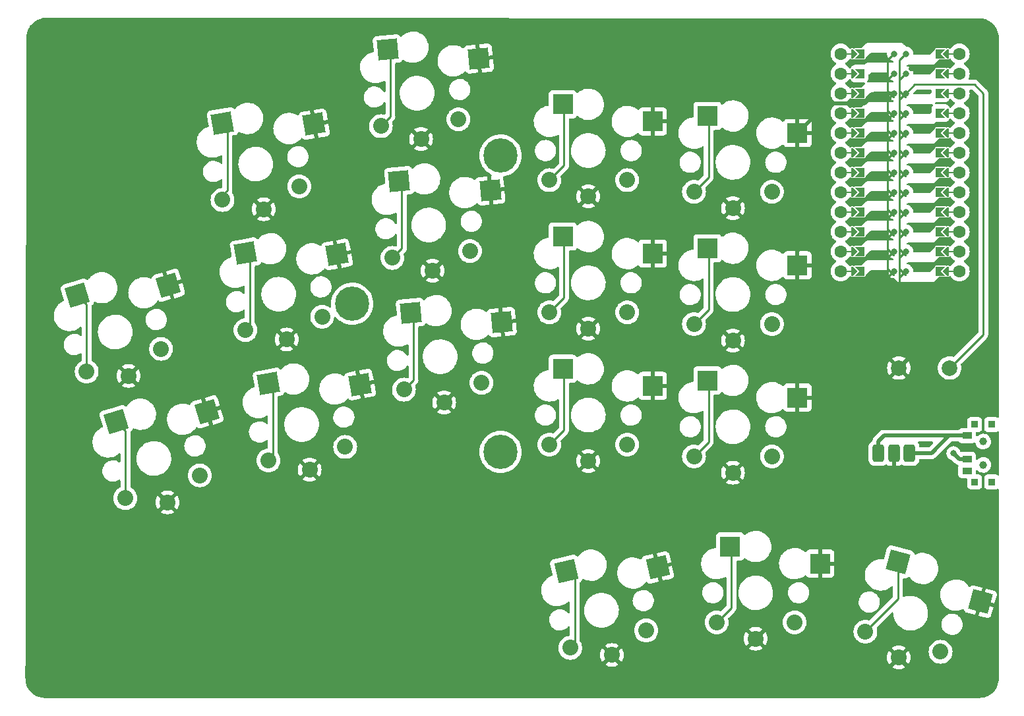
<source format=gbl>
%TF.GenerationSoftware,KiCad,Pcbnew,(6.0.4)*%
%TF.CreationDate,2022-05-26T21:53:46+02:00*%
%TF.ProjectId,batta,62617474-612e-46b6-9963-61645f706362,v1.0.0*%
%TF.SameCoordinates,Original*%
%TF.FileFunction,Copper,L2,Bot*%
%TF.FilePolarity,Positive*%
%FSLAX46Y46*%
G04 Gerber Fmt 4.6, Leading zero omitted, Abs format (unit mm)*
G04 Created by KiCad (PCBNEW (6.0.4)) date 2022-05-26 21:53:46*
%MOMM*%
%LPD*%
G01*
G04 APERTURE LIST*
G04 Aperture macros list*
%AMRoundRect*
0 Rectangle with rounded corners*
0 $1 Rounding radius*
0 $2 $3 $4 $5 $6 $7 $8 $9 X,Y pos of 4 corners*
0 Add a 4 corners polygon primitive as box body*
4,1,4,$2,$3,$4,$5,$6,$7,$8,$9,$2,$3,0*
0 Add four circle primitives for the rounded corners*
1,1,$1+$1,$2,$3*
1,1,$1+$1,$4,$5*
1,1,$1+$1,$6,$7*
1,1,$1+$1,$8,$9*
0 Add four rect primitives between the rounded corners*
20,1,$1+$1,$2,$3,$4,$5,0*
20,1,$1+$1,$4,$5,$6,$7,0*
20,1,$1+$1,$6,$7,$8,$9,0*
20,1,$1+$1,$8,$9,$2,$3,0*%
%AMRotRect*
0 Rectangle, with rotation*
0 The origin of the aperture is its center*
0 $1 length*
0 $2 width*
0 $3 Rotation angle, in degrees counterclockwise*
0 Add horizontal line*
21,1,$1,$2,0,0,$3*%
%AMFreePoly0*
4,1,6,0.600000,0.200000,0.000000,-0.400000,-0.600000,0.200000,-0.600000,0.400000,0.600000,0.400000,0.600000,0.200000,0.600000,0.200000,$1*%
%AMFreePoly1*
4,1,5,0.125000,-0.500000,-0.125000,-0.500000,-0.125000,0.500000,0.125000,0.500000,0.125000,-0.500000,0.125000,-0.500000,$1*%
%AMFreePoly2*
4,1,6,0.600000,-0.250000,-0.600000,-0.250000,-0.600000,1.000000,0.000000,0.400000,0.600000,1.000000,0.600000,-0.250000,0.600000,-0.250000,$1*%
%AMFreePoly3*
4,1,49,0.004773,0.123721,0.009154,0.124665,0.028961,0.117240,0.062500,0.108253,0.068237,0.102516,0.075053,0.099961,0.087617,0.083136,0.108253,0.062500,0.111178,0.051584,0.117161,0.043572,0.118539,0.024114,0.125000,0.000000,0.121239,-0.014035,0.122131,-0.026629,0.113759,-0.041951,0.108253,-0.062500,0.095644,-0.075109,0.088389,-0.088388,-0.641000,-0.817776,-0.641000,-4.770224,
0.088389,-5.499612,0.109852,-5.528356,0.124665,-5.597154,0.099961,-5.663053,0.043572,-5.705161,-0.026629,-5.710131,-0.088388,-5.676389,-0.854388,-4.910388,-0.867707,-4.892552,-0.871189,-4.889530,-0.871982,-4.886826,-0.875852,-4.881644,-0.882331,-4.851549,-0.891000,-4.822000,-0.891000,-0.766000,-0.887805,-0.743969,-0.888131,-0.739371,-0.886780,-0.736898,-0.885852,-0.730498,-0.869151,-0.704632,
-0.854388,-0.677612,-0.088388,0.088389,-0.064606,0.106147,-0.062500,0.108253,-0.061385,0.108552,-0.059644,0.109852,-0.043806,0.113262,0.000000,0.125000,0.004773,0.123721,0.004773,0.123721,$1*%
G04 Aperture macros list end*
%TA.AperFunction,ComponentPad*%
%ADD10RoundRect,0.375000X-0.375000X-0.750000X0.375000X-0.750000X0.375000X0.750000X-0.375000X0.750000X0*%
%TD*%
%TA.AperFunction,ComponentPad*%
%ADD11C,2.000000*%
%TD*%
%TA.AperFunction,SMDPad,CuDef*%
%ADD12RotRect,2.600000X2.600000X10.000000*%
%TD*%
%TA.AperFunction,ComponentPad*%
%ADD13C,2.032000*%
%TD*%
%TA.AperFunction,SMDPad,CuDef*%
%ADD14RotRect,2.600000X2.600000X5.000000*%
%TD*%
%TA.AperFunction,SMDPad,CuDef*%
%ADD15R,2.600000X2.600000*%
%TD*%
%TA.AperFunction,SMDPad,CuDef*%
%ADD16RotRect,2.600000X2.600000X345.000000*%
%TD*%
%TA.AperFunction,SMDPad,CuDef*%
%ADD17R,0.900000X0.900000*%
%TD*%
%TA.AperFunction,WasherPad*%
%ADD18C,1.000000*%
%TD*%
%TA.AperFunction,SMDPad,CuDef*%
%ADD19R,1.250000X0.900000*%
%TD*%
%TA.AperFunction,SMDPad,CuDef*%
%ADD20RotRect,2.600000X2.600000X13.000000*%
%TD*%
%TA.AperFunction,SMDPad,CuDef*%
%ADD21RotRect,2.600000X2.600000X17.000000*%
%TD*%
%TA.AperFunction,ComponentPad*%
%ADD22C,4.400000*%
%TD*%
%TA.AperFunction,SMDPad,CuDef*%
%ADD23FreePoly0,270.000000*%
%TD*%
%TA.AperFunction,ComponentPad*%
%ADD24C,1.600000*%
%TD*%
%TA.AperFunction,SMDPad,CuDef*%
%ADD25FreePoly1,270.000000*%
%TD*%
%TA.AperFunction,SMDPad,CuDef*%
%ADD26FreePoly1,90.000000*%
%TD*%
%TA.AperFunction,SMDPad,CuDef*%
%ADD27FreePoly0,90.000000*%
%TD*%
%TA.AperFunction,SMDPad,CuDef*%
%ADD28FreePoly2,90.000000*%
%TD*%
%TA.AperFunction,SMDPad,CuDef*%
%ADD29FreePoly3,270.000000*%
%TD*%
%TA.AperFunction,ComponentPad*%
%ADD30C,0.800000*%
%TD*%
%TA.AperFunction,SMDPad,CuDef*%
%ADD31FreePoly2,270.000000*%
%TD*%
%TA.AperFunction,SMDPad,CuDef*%
%ADD32FreePoly3,90.000000*%
%TD*%
%TA.AperFunction,ViaPad*%
%ADD33C,0.800000*%
%TD*%
%TA.AperFunction,Conductor*%
%ADD34C,0.500000*%
%TD*%
%TA.AperFunction,Conductor*%
%ADD35C,0.250000*%
%TD*%
G04 APERTURE END LIST*
D10*
%TO.P,PAD1,1*%
%TO.N,Braw*%
X152654000Y67794000D03*
X156654000Y67794000D03*
%TO.P,PAD1,2*%
%TO.N,GND*%
X154654000Y67794000D03*
%TD*%
D11*
%TO.P,B1,1*%
%TO.N,RST*%
X161798000Y78740000D03*
%TO.P,B1,2*%
%TO.N,GND*%
X155298000Y78740000D03*
%TD*%
D12*
%TO.P,S11,1*%
%TO.N,P0*%
X68441985Y110243738D03*
D13*
X78284340Y102078801D03*
X68436262Y100342320D03*
D12*
%TO.P,S11,2*%
%TO.N,GND*%
X80198542Y110082797D03*
D13*
X73724962Y99142464D03*
%TD*%
%TO.P,S15,1*%
%TO.N,P8*%
X100217298Y93764406D03*
D14*
X91124018Y102756090D03*
D13*
X90255351Y92892848D03*
%TO.P,S15,2*%
%TO.N,GND*%
X95419352Y91236618D03*
D14*
X102821810Y101571110D03*
%TD*%
D13*
%TO.P,S21,1*%
%TO.N,P6*%
X120411087Y85886017D03*
D15*
X112136086Y95636017D03*
D13*
X110411087Y85886017D03*
D15*
%TO.P,S21,2*%
%TO.N,GND*%
X123686087Y93436016D03*
D13*
X115411087Y83786017D03*
%TD*%
D15*
%TO.P,S29,2*%
%TO.N,GND*%
X142260000Y108927999D03*
D13*
X133985000Y99278000D03*
%TO.P,S29,1*%
%TO.N,P2*%
X138985000Y101378000D03*
D15*
X130709999Y111128000D03*
D13*
X128985000Y101378000D03*
%TD*%
%TO.P,S33,1*%
%TO.N,P20*%
X150986151Y44846575D03*
D16*
X155175858Y53817889D03*
D13*
X160645410Y42258385D03*
%TO.P,S33,2*%
%TO.N,GND*%
X155272261Y41524036D03*
D16*
X165762900Y48703491D03*
%TD*%
D12*
%TO.P,S7,1*%
%TO.N,P16*%
X74346023Y76760274D03*
D13*
X74340300Y66858856D03*
X84188378Y68595337D03*
%TO.P,S7,2*%
%TO.N,GND*%
X79629000Y65659000D03*
D12*
X86102580Y76599333D03*
%TD*%
D17*
%TO.P,T2,*%
%TO.N,*%
X167216000Y64082000D03*
X167216000Y71482000D03*
X165016000Y64082000D03*
X165016000Y71482000D03*
D18*
X166116000Y69282000D03*
X166116000Y66282000D03*
D19*
%TO.P,T2,1*%
%TO.N,Braw*%
X164041000Y70032000D03*
%TO.P,T2,2*%
%TO.N,RAW*%
X164041000Y67032000D03*
%TO.P,T2,3*%
%TO.N,N/C*%
X164041000Y65532000D03*
%TD*%
D13*
%TO.P,S1,1*%
%TO.N,P18*%
X113089062Y42769857D03*
X122832762Y45019368D03*
D20*
X112576576Y52658006D03*
D13*
%TO.P,S1,2*%
%TO.N,GND*%
X118433309Y41848436D03*
D20*
X124325444Y53112576D03*
%TD*%
D13*
%TO.P,S5,1*%
%TO.N,P14*%
X50992495Y78270380D03*
D21*
X49791495Y88098693D03*
D13*
X60555542Y81194097D03*
%TO.P,S5,2*%
%TO.N,GND*%
X56387999Y77723999D03*
D21*
X61480034Y89371715D03*
%TD*%
D13*
%TO.P,S27,1*%
%TO.N,P4*%
X138985000Y84378000D03*
D15*
X130709999Y94128000D03*
D13*
X128985000Y84378000D03*
D15*
%TO.P,S27,2*%
%TO.N,GND*%
X142260000Y91927999D03*
D13*
X133985000Y82278000D03*
%TD*%
%TO.P,S9,2*%
%TO.N,GND*%
X76676981Y82400732D03*
D12*
X83150561Y93341065D03*
%TO.P,S9,1*%
%TO.N,P10*%
X71394004Y93502006D03*
D13*
X81236359Y85337069D03*
X71388281Y83600588D03*
%TD*%
D14*
%TO.P,S13,1*%
%TO.N,P9*%
X92605666Y85820780D03*
D13*
X91736999Y75957538D03*
X101698946Y76829096D03*
%TO.P,S13,2*%
%TO.N,GND*%
X96901000Y74301308D03*
D14*
X104303458Y84635800D03*
%TD*%
D13*
%TO.P,S17,1*%
%TO.N,P1*%
X88773704Y109828158D03*
X98735651Y110699716D03*
D14*
X89642371Y119691400D03*
D13*
%TO.P,S17,2*%
%TO.N,GND*%
X93937705Y108171928D03*
D14*
X101340163Y118506420D03*
%TD*%
D22*
%TO.P,REF\u002A\u002A,1*%
%TO.N,N/C*%
X85090000Y86995000D03*
X104140000Y106045000D03*
X104140000Y67945000D03*
%TD*%
D13*
%TO.P,S31,1*%
%TO.N,P19*%
X141905999Y46042001D03*
D15*
X133630998Y55792001D03*
D13*
X131905999Y46042001D03*
D15*
%TO.P,S31,2*%
%TO.N,GND*%
X145180999Y53592000D03*
D13*
X136905999Y43942001D03*
%TD*%
%TO.P,S3,1*%
%TO.N,P15*%
X55962814Y62013199D03*
X65525861Y64936916D03*
D21*
X54761814Y71841512D03*
D13*
%TO.P,S3,2*%
%TO.N,GND*%
X61358318Y61466818D03*
D21*
X66450353Y73114534D03*
%TD*%
D23*
%TO.P,,*%
%TO.N,*%
X161290000Y119126000D03*
D24*
X147828000Y98806000D03*
D25*
X161798000Y108966000D03*
D24*
X147828000Y91186000D03*
D26*
X149098000Y101346000D03*
D24*
X163068000Y96266000D03*
X163068000Y111506000D03*
X147828000Y103886000D03*
D23*
X161290000Y91186000D03*
X161290000Y114046000D03*
X161290000Y108966000D03*
D24*
X147828000Y101346000D03*
D23*
X161290000Y103886000D03*
D25*
X161798000Y91186000D03*
X161798000Y111506000D03*
D27*
X149606000Y119126000D03*
D26*
X149098000Y111506000D03*
D24*
X163068000Y103886000D03*
D27*
X149606000Y116586000D03*
D26*
X149098000Y93726000D03*
D24*
X163068000Y93726000D03*
X163068000Y101346000D03*
D26*
X149098000Y114046000D03*
D23*
X161290000Y111506000D03*
D27*
X149606000Y96266000D03*
D26*
X149098000Y108966000D03*
D24*
X147828000Y93726000D03*
D26*
X149098000Y116586000D03*
D24*
X163068000Y98806000D03*
X163068000Y114046000D03*
X163068000Y108966000D03*
D25*
X161798000Y116586000D03*
D24*
X147828000Y111506000D03*
D27*
X149606000Y111506000D03*
D23*
X161290000Y116586000D03*
D26*
X149098000Y106426000D03*
D25*
X161798000Y119126000D03*
D27*
X149606000Y91186000D03*
X149606000Y103886000D03*
D25*
X161798000Y106426000D03*
X161798000Y114046000D03*
X161798000Y101346000D03*
D24*
X163068000Y119126000D03*
D27*
X149606000Y108966000D03*
D24*
X147828000Y119126000D03*
X147828000Y116586000D03*
D26*
X149098000Y98806000D03*
D23*
X161290000Y106426000D03*
D25*
X161798000Y96266000D03*
D23*
X161290000Y101346000D03*
D26*
X149098000Y91186000D03*
X149098000Y119126000D03*
D25*
X161798000Y103886000D03*
D24*
X147828000Y96266000D03*
X147828000Y114046000D03*
D27*
X149606000Y93726000D03*
X149606000Y101346000D03*
D24*
X163068000Y91186000D03*
D23*
X161290000Y96266000D03*
D26*
X149098000Y96266000D03*
X149098000Y103886000D03*
D27*
X149606000Y98806000D03*
D25*
X161798000Y98806000D03*
D24*
X163068000Y106426000D03*
X147828000Y108966000D03*
D27*
X149606000Y106426000D03*
D24*
X163068000Y116586000D03*
D27*
X149606000Y114046000D03*
D25*
X161798000Y93726000D03*
D23*
X161290000Y93726000D03*
X161290000Y98806000D03*
D24*
X147828000Y106426000D03*
D28*
%TO.P,,1*%
%TO.N,RAW*%
X150622000Y119126000D03*
D29*
X156210000Y119126000D03*
D30*
X156210000Y119126000D03*
D29*
%TO.P,,2*%
%TO.N,GND*%
X156210000Y116586000D03*
D30*
X156210000Y116586000D03*
D28*
X150622000Y116586000D03*
D30*
%TO.P,,3*%
%TO.N,RST*%
X156210000Y114046000D03*
D28*
X150622000Y114046000D03*
D29*
X156210000Y114046000D03*
D28*
%TO.P,,4*%
%TO.N,VCC*%
X150622000Y111506000D03*
D29*
X156210000Y111506000D03*
D30*
X156210000Y111506000D03*
D29*
%TO.P,,5*%
%TO.N,P21*%
X156210000Y108966000D03*
D30*
X156210000Y108966000D03*
D28*
X150622000Y108966000D03*
%TO.P,,6*%
%TO.N,P20*%
X150622000Y106426000D03*
D29*
X156210000Y106426000D03*
D30*
X156210000Y106426000D03*
%TO.P,,7*%
%TO.N,P19*%
X156210000Y103886000D03*
D29*
X156210000Y103886000D03*
D28*
X150622000Y103886000D03*
D30*
%TO.P,,8*%
%TO.N,P18*%
X156210000Y101346000D03*
D29*
X156210000Y101346000D03*
D28*
X150622000Y101346000D03*
%TO.P,,9*%
%TO.N,P15*%
X150622000Y98806000D03*
D30*
X156210000Y98806000D03*
D29*
X156210000Y98806000D03*
D28*
%TO.P,,10*%
%TO.N,P14*%
X150622000Y96266000D03*
D29*
X156210000Y96266000D03*
D30*
X156210000Y96266000D03*
D29*
%TO.P,,11*%
%TO.N,P16*%
X156210000Y93726000D03*
D28*
X150622000Y93726000D03*
D30*
X156210000Y93726000D03*
D28*
%TO.P,,12*%
%TO.N,P10*%
X150622000Y91186000D03*
D29*
X156210000Y91186000D03*
D30*
X156210000Y91186000D03*
%TO.P,,13*%
%TO.N,P9*%
X154686000Y91186000D03*
D31*
X160274000Y91186000D03*
D32*
X154686000Y91186000D03*
%TO.P,,14*%
%TO.N,P8*%
X154686000Y93726000D03*
D30*
X154686000Y93726000D03*
D31*
X160274000Y93726000D03*
%TO.P,,15*%
%TO.N,P7*%
X160274000Y96266000D03*
D32*
X154686000Y96266000D03*
D30*
X154686000Y96266000D03*
D32*
%TO.P,,16*%
%TO.N,P6*%
X154686000Y98806000D03*
D31*
X160274000Y98806000D03*
D30*
X154686000Y98806000D03*
D31*
%TO.P,,17*%
%TO.N,P5*%
X160274000Y101346000D03*
D30*
X154686000Y101346000D03*
D32*
X154686000Y101346000D03*
D31*
%TO.P,,18*%
%TO.N,P4*%
X160274000Y103886000D03*
D32*
X154686000Y103886000D03*
D30*
X154686000Y103886000D03*
%TO.P,,19*%
%TO.N,P3*%
X154686000Y106426000D03*
D31*
X160274000Y106426000D03*
D32*
X154686000Y106426000D03*
D30*
%TO.P,,20*%
%TO.N,P2*%
X154686000Y108966000D03*
D31*
X160274000Y108966000D03*
D32*
X154686000Y108966000D03*
D31*
%TO.P,,21*%
%TO.N,GND*%
X160274000Y111506000D03*
D30*
X154686000Y111506000D03*
D32*
X154686000Y111506000D03*
D30*
%TO.P,,22*%
X154686000Y114046000D03*
D31*
X160274000Y114046000D03*
D32*
X154686000Y114046000D03*
D31*
%TO.P,,23*%
%TO.N,P0*%
X160274000Y116586000D03*
D32*
X154686000Y116586000D03*
D30*
X154686000Y116586000D03*
D32*
%TO.P,,24*%
%TO.N,P1*%
X154686000Y119126000D03*
D31*
X160274000Y119126000D03*
D30*
X154686000Y119126000D03*
%TD*%
D15*
%TO.P,S23,1*%
%TO.N,P3*%
X112136086Y112636017D03*
D13*
X110411087Y102886017D03*
X120411087Y102886017D03*
%TO.P,S23,2*%
%TO.N,GND*%
X115411087Y100786017D03*
D15*
X123686087Y110436016D03*
%TD*%
D13*
%TO.P,S25,1*%
%TO.N,P5*%
X138985000Y67378000D03*
D15*
X130709999Y77128000D03*
D13*
X128985000Y67378000D03*
D15*
%TO.P,S25,2*%
%TO.N,GND*%
X142260000Y74927999D03*
D13*
X133985000Y65278000D03*
%TD*%
D15*
%TO.P,S19,1*%
%TO.N,P7*%
X112136086Y78636017D03*
D13*
X110411087Y68886017D03*
X120411087Y68886017D03*
D15*
%TO.P,S19,2*%
%TO.N,GND*%
X123686087Y76436016D03*
D13*
X115411087Y66786017D03*
%TD*%
D33*
%TO.N,RAW*%
X162306000Y67769917D03*
%TD*%
D34*
%TO.N,RAW*%
X162306000Y67769917D02*
X163043917Y67032000D01*
X163043917Y67032000D02*
X164041000Y67032000D01*
D35*
%TO.N,RST*%
X166116000Y83058000D02*
X161798000Y78740000D01*
X166116000Y114046000D02*
X166116000Y83058000D01*
X164991489Y115170511D02*
X166116000Y114046000D01*
X157334511Y115170511D02*
X164991489Y115170511D01*
X156210000Y114046000D02*
X157334511Y115170511D01*
%TO.N,P8*%
X91471847Y94109344D02*
X90255351Y92892848D01*
X91471847Y102408261D02*
X91471847Y94109344D01*
X91124018Y102756090D02*
X91471847Y102408261D01*
D34*
%TO.N,Braw*%
X159477941Y67794000D02*
X156654000Y67794000D01*
X161715941Y70032000D02*
X159477941Y67794000D01*
X164338000Y70032000D02*
X161715941Y70032000D01*
X152654000Y69318000D02*
X152654000Y67794000D01*
X164338000Y70032000D02*
X153368000Y70032000D01*
X153368000Y70032000D02*
X152654000Y69318000D01*
%TO.N,GND*%
X146087512Y112755511D02*
X142260000Y108927999D01*
X150855511Y112755511D02*
X146087512Y112755511D01*
X152146000Y114046000D02*
X150855511Y112755511D01*
X154686000Y114046000D02*
X152146000Y114046000D01*
D35*
%TO.N,P7*%
X112285608Y79029475D02*
X112285608Y70760538D01*
X112285608Y70760538D02*
X110411087Y68886017D01*
%TO.N,P16*%
X74346024Y76760274D02*
X74903778Y76202520D01*
X74903778Y76202520D02*
X74903778Y67422334D01*
%TO.N,P9*%
X92605667Y85820780D02*
X92953494Y85472953D01*
X92953494Y77174033D02*
X91736999Y75957538D01*
X92953494Y85472953D02*
X92953494Y77174033D01*
%TO.N,P2*%
X130859521Y103252521D02*
X128985000Y101378000D01*
%TO.N,P4*%
X130710000Y94128000D02*
X130859521Y93978479D01*
X130859521Y93978479D02*
X130859521Y86252521D01*
%TO.N,P2*%
X130710000Y111128000D02*
X130859521Y110978479D01*
%TO.N,P4*%
X130859521Y86252521D02*
X128985000Y84378000D01*
%TO.N,P2*%
X130859521Y110978479D02*
X130859521Y103252521D01*
%TO.N,P3*%
X112285608Y104760538D02*
X110411087Y102886017D01*
X112285608Y113029475D02*
X112285608Y104760538D01*
%TO.N,P6*%
X112285608Y96029475D02*
X112285608Y87760538D01*
X112285608Y87760538D02*
X110411087Y85886017D01*
%TO.N,P0*%
X67847017Y110243738D02*
X69044359Y109046396D01*
%TO.N,P1*%
X89990199Y111044653D02*
X88773704Y109828158D01*
X89990199Y119343573D02*
X89990199Y111044653D01*
%TO.N,P0*%
X69044359Y101545386D02*
X67841293Y100342320D01*
%TO.N,P1*%
X89642372Y119691400D02*
X89990199Y119343573D01*
%TO.N,P0*%
X69044359Y109046396D02*
X69044359Y101545386D01*
%TO.N,P10*%
X71951759Y84164066D02*
X71388281Y83600588D01*
X71951759Y92944252D02*
X71951759Y84164066D01*
X71394005Y93502006D02*
X71951759Y92944252D01*
%TO.N,P15*%
X55962814Y62013199D02*
X55962814Y70640512D01*
X55962814Y70640512D02*
X54761814Y71841512D01*
%TO.N,P14*%
X50992495Y86897693D02*
X49791495Y88098693D01*
X50992495Y78270380D02*
X50992495Y86897693D01*
%TO.N,P18*%
X112576576Y52658006D02*
X113660523Y51574059D01*
X113660523Y51574059D02*
X113660523Y43341318D01*
X113660523Y43341318D02*
X113089062Y42769857D01*
%TO.N,P19*%
X133630998Y55792001D02*
X133780520Y55642479D01*
X133780520Y47916522D02*
X131905999Y46042001D01*
X133780520Y55642479D02*
X133780520Y47916522D01*
%TO.N,P20*%
X155175858Y49036282D02*
X150986151Y44846575D01*
X155175858Y53817889D02*
X155175858Y49036282D01*
%TO.N,P5*%
X130859521Y76978479D02*
X130859521Y69252521D01*
X130859521Y69252521D02*
X128985000Y67378000D01*
X130710000Y77128000D02*
X130859521Y76978479D01*
%TD*%
%TA.AperFunction,Conductor*%
%TO.N,GND*%
G36*
X165560233Y123697386D02*
G01*
X165579562Y123695886D01*
X165594531Y123693555D01*
X165594536Y123693555D01*
X165603405Y123692174D01*
X165612307Y123693338D01*
X165612309Y123693338D01*
X165617503Y123694018D01*
X165621400Y123694527D01*
X165644798Y123695393D01*
X165886956Y123681795D01*
X165900984Y123680215D01*
X166167801Y123634882D01*
X166181563Y123631742D01*
X166277428Y123604124D01*
X166441626Y123556820D01*
X166454963Y123552153D01*
X166579523Y123500559D01*
X166704995Y123448587D01*
X166717718Y123442460D01*
X166954589Y123311546D01*
X166966542Y123304035D01*
X167119788Y123195302D01*
X167187258Y123147430D01*
X167198306Y123138619D01*
X167400100Y122958283D01*
X167410091Y122948293D01*
X167590426Y122746498D01*
X167599236Y122735450D01*
X167755840Y122514735D01*
X167763357Y122502771D01*
X167894262Y122265914D01*
X167900393Y122253183D01*
X168003956Y122003154D01*
X168008623Y121989817D01*
X168083541Y121729762D01*
X168086685Y121715987D01*
X168124371Y121494174D01*
X168132015Y121449181D01*
X168133596Y121435145D01*
X168146787Y121200220D01*
X168145484Y121173769D01*
X168143986Y121164147D01*
X168145150Y121155245D01*
X168145150Y121155243D01*
X168148113Y121132588D01*
X168149177Y121116250D01*
X168148900Y107567159D01*
X168148184Y72458021D01*
X168128181Y72389901D01*
X168074524Y72343409D01*
X168004250Y72333307D01*
X167946619Y72357198D01*
X167919892Y72377229D01*
X167919890Y72377230D01*
X167912705Y72382615D01*
X167776316Y72433745D01*
X167714134Y72440500D01*
X166717866Y72440500D01*
X166655684Y72433745D01*
X166519295Y72382615D01*
X166402739Y72295261D01*
X166315385Y72178705D01*
X166264255Y72042316D01*
X166257500Y71980134D01*
X166257500Y70983866D01*
X166264255Y70921684D01*
X166315385Y70785295D01*
X166402739Y70668739D01*
X166519295Y70581385D01*
X166655684Y70530255D01*
X166717866Y70523500D01*
X167714134Y70523500D01*
X167776316Y70530255D01*
X167912705Y70581385D01*
X167946580Y70606773D01*
X168013086Y70631621D01*
X168082469Y70616568D01*
X168132699Y70566394D01*
X168148145Y70505946D01*
X168148090Y67851236D01*
X168148033Y65058134D01*
X168128030Y64990014D01*
X168074373Y64943522D01*
X168004099Y64933420D01*
X167946468Y64957311D01*
X167941867Y64960759D01*
X167912705Y64982615D01*
X167776316Y65033745D01*
X167714134Y65040500D01*
X166717866Y65040500D01*
X166655684Y65033745D01*
X166519295Y64982615D01*
X166402739Y64895261D01*
X166315385Y64778705D01*
X166264255Y64642316D01*
X166257500Y64580134D01*
X166257500Y63583866D01*
X166264255Y63521684D01*
X166315385Y63385295D01*
X166402739Y63268739D01*
X166519295Y63181385D01*
X166655684Y63130255D01*
X166717866Y63123500D01*
X167714134Y63123500D01*
X167776316Y63130255D01*
X167912705Y63181385D01*
X167931151Y63195210D01*
X167946430Y63206660D01*
X168012937Y63231507D01*
X168082319Y63216453D01*
X168132549Y63166278D01*
X168147994Y63105832D01*
X168147674Y47424522D01*
X168147501Y38911371D01*
X168146001Y38891988D01*
X168143690Y38877149D01*
X168143690Y38877144D01*
X168142309Y38868276D01*
X168144662Y38850280D01*
X168145528Y38826882D01*
X168131929Y38584731D01*
X168130347Y38570690D01*
X168085014Y38303884D01*
X168081870Y38290109D01*
X168006950Y38030054D01*
X168002283Y38016717D01*
X167898718Y37766689D01*
X167892587Y37753958D01*
X167761680Y37517101D01*
X167754163Y37505138D01*
X167597551Y37284413D01*
X167588751Y37273377D01*
X167408413Y37071578D01*
X167398423Y37061588D01*
X167196623Y36881249D01*
X167185587Y36872449D01*
X166964862Y36715837D01*
X166952899Y36708320D01*
X166949856Y36706638D01*
X166716038Y36577411D01*
X166703315Y36571284D01*
X166608680Y36532084D01*
X166453283Y36467717D01*
X166439946Y36463050D01*
X166179891Y36388130D01*
X166166116Y36384986D01*
X166032713Y36362320D01*
X165899305Y36339652D01*
X165885273Y36338071D01*
X165807581Y36333708D01*
X165650407Y36324882D01*
X165623962Y36326183D01*
X165623149Y36326310D01*
X165623145Y36326310D01*
X165614276Y36327691D01*
X165605374Y36326527D01*
X165605370Y36326527D01*
X165582714Y36323564D01*
X165566379Y36322500D01*
X110831054Y36321734D01*
X45714774Y36320822D01*
X45695389Y36322322D01*
X45692357Y36322794D01*
X45680556Y36324632D01*
X45680553Y36324632D01*
X45671684Y36326013D01*
X45662782Y36324849D01*
X45662780Y36324849D01*
X45658472Y36324285D01*
X45653688Y36323660D01*
X45630291Y36322794D01*
X45388133Y36336393D01*
X45374105Y36337973D01*
X45107288Y36383307D01*
X45093527Y36386447D01*
X44963491Y36423910D01*
X44833464Y36461370D01*
X44820127Y36466037D01*
X44666727Y36529577D01*
X44570095Y36569603D01*
X44557369Y36575732D01*
X44320512Y36706638D01*
X44308555Y36714150D01*
X44087820Y36870770D01*
X44076788Y36879568D01*
X43874986Y37059910D01*
X43864995Y37069902D01*
X43684669Y37271689D01*
X43675859Y37282736D01*
X43519251Y37503456D01*
X43511734Y37515420D01*
X43380830Y37752274D01*
X43374699Y37765005D01*
X43271134Y38015037D01*
X43266467Y38028373D01*
X43191547Y38288429D01*
X43188403Y38302205D01*
X43152877Y38511307D01*
X43143072Y38569015D01*
X43141491Y38583049D01*
X43128300Y38817968D01*
X43129603Y38844422D01*
X43129720Y38845170D01*
X43129720Y38845173D01*
X43131101Y38854042D01*
X43129937Y38862943D01*
X43129937Y38862947D01*
X43127039Y38885104D01*
X43125975Y38901640D01*
X43128143Y40279730D01*
X154392785Y40279730D01*
X154398512Y40272080D01*
X154574020Y40164529D01*
X154582814Y40160048D01*
X154795290Y40072038D01*
X154804675Y40068989D01*
X155028305Y40015299D01*
X155038052Y40013756D01*
X155267331Y39995711D01*
X155277191Y39995711D01*
X155506470Y40013756D01*
X155516217Y40015299D01*
X155739847Y40068989D01*
X155749232Y40072038D01*
X155961708Y40160048D01*
X155970502Y40164529D01*
X156142344Y40269833D01*
X156151804Y40280289D01*
X156148020Y40289067D01*
X155285073Y41152014D01*
X155271129Y41159628D01*
X155269296Y41159497D01*
X155262681Y41155246D01*
X154399545Y40292110D01*
X154392785Y40279730D01*
X43128143Y40279730D01*
X43128653Y40604130D01*
X117553833Y40604130D01*
X117559560Y40596480D01*
X117735068Y40488929D01*
X117743862Y40484448D01*
X117956338Y40396438D01*
X117965723Y40393389D01*
X118189353Y40339699D01*
X118199100Y40338156D01*
X118428379Y40320111D01*
X118438239Y40320111D01*
X118667518Y40338156D01*
X118677265Y40339699D01*
X118900895Y40393389D01*
X118910280Y40396438D01*
X119122756Y40484448D01*
X119131550Y40488929D01*
X119303392Y40594233D01*
X119312852Y40604689D01*
X119309068Y40613467D01*
X118446121Y41476414D01*
X118432177Y41484028D01*
X118430344Y41483897D01*
X118423729Y41479646D01*
X117560593Y40616510D01*
X117553833Y40604130D01*
X43128653Y40604130D01*
X43128727Y40651320D01*
X43142219Y49231461D01*
X43143737Y50196617D01*
X109378503Y50196617D01*
X109378656Y50192229D01*
X109378656Y50192223D01*
X109387773Y49931163D01*
X109388306Y49915892D01*
X109389068Y49911569D01*
X109389069Y49911562D01*
X109413599Y49772448D01*
X109437083Y49639263D01*
X109523884Y49372115D01*
X109525812Y49368162D01*
X109525814Y49368157D01*
X109577697Y49261782D01*
X109647021Y49119648D01*
X109649476Y49116009D01*
X109649479Y49116003D01*
X109722045Y49008420D01*
X109804096Y48886774D01*
X109807041Y48883503D01*
X109807042Y48883502D01*
X109821052Y48867942D01*
X109992052Y48678028D01*
X109995414Y48675207D01*
X109995415Y48675206D01*
X110025574Y48649900D01*
X110207231Y48497471D01*
X110445445Y48348619D01*
X110587203Y48285504D01*
X110656945Y48254453D01*
X110702056Y48234368D01*
X110972071Y48156943D01*
X110976421Y48156332D01*
X110976424Y48156331D01*
X111078247Y48142021D01*
X111250233Y48117850D01*
X111460827Y48117850D01*
X111463013Y48118003D01*
X111463017Y48118003D01*
X111666508Y48132232D01*
X111666513Y48132233D01*
X111670893Y48132539D01*
X111945651Y48190941D01*
X111949780Y48192444D01*
X111949784Y48192445D01*
X112205462Y48285504D01*
X112205466Y48285506D01*
X112209607Y48287013D01*
X112457623Y48418886D01*
X112461184Y48421473D01*
X112681310Y48581403D01*
X112681313Y48581406D01*
X112684873Y48583992D01*
X112705082Y48603507D01*
X112813496Y48708202D01*
X112876392Y48741134D01*
X112947109Y48734834D01*
X113003194Y48691302D01*
X113027023Y48617565D01*
X113027023Y47296614D01*
X113007021Y47228493D01*
X112953365Y47182000D01*
X112883091Y47171896D01*
X112818511Y47201390D01*
X112805857Y47214034D01*
X112793311Y47228493D01*
X112747097Y47281750D01*
X112701716Y47334047D01*
X112701714Y47334049D01*
X112698216Y47338080D01*
X112656081Y47372628D01*
X112523948Y47480972D01*
X112523942Y47480976D01*
X112519820Y47484356D01*
X112319328Y47598482D01*
X112314312Y47600303D01*
X112314307Y47600305D01*
X112107488Y47675377D01*
X112107484Y47675378D01*
X112102473Y47677197D01*
X112097224Y47678146D01*
X112097221Y47678147D01*
X111879540Y47717510D01*
X111879533Y47717511D01*
X111875456Y47718248D01*
X111857719Y47719084D01*
X111852771Y47719318D01*
X111852764Y47719318D01*
X111851283Y47719388D01*
X111689138Y47719388D01*
X111623989Y47713860D01*
X111522501Y47705249D01*
X111522497Y47705248D01*
X111517190Y47704798D01*
X111512035Y47703460D01*
X111512029Y47703459D01*
X111299060Y47648183D01*
X111299056Y47648182D01*
X111293891Y47646841D01*
X111289025Y47644649D01*
X111289022Y47644648D01*
X111109650Y47563847D01*
X111083548Y47552089D01*
X111079128Y47549113D01*
X111079124Y47549111D01*
X110997973Y47494476D01*
X110892178Y47423250D01*
X110725251Y47264010D01*
X110722063Y47259725D01*
X110593066Y47086346D01*
X110587542Y47078922D01*
X110585127Y47074172D01*
X110530440Y46966610D01*
X110482986Y46873276D01*
X110478578Y46859079D01*
X110416158Y46658058D01*
X110416157Y46658052D01*
X110414574Y46652955D01*
X110406233Y46590023D01*
X110384997Y46429792D01*
X110384263Y46424256D01*
X110392917Y46193720D01*
X110440291Y45967938D01*
X110442249Y45962979D01*
X110442250Y45962977D01*
X110457591Y45924131D01*
X110525030Y45753366D01*
X110644710Y45556139D01*
X110648207Y45552109D01*
X110790146Y45388539D01*
X110795910Y45381896D01*
X110800041Y45378509D01*
X110970178Y45239004D01*
X110970184Y45239000D01*
X110974306Y45235620D01*
X111174798Y45121494D01*
X111179814Y45119673D01*
X111179819Y45119671D01*
X111386638Y45044599D01*
X111386642Y45044598D01*
X111391653Y45042779D01*
X111396902Y45041830D01*
X111396905Y45041829D01*
X111614586Y45002466D01*
X111614593Y45002465D01*
X111618670Y45001728D01*
X111636407Y45000892D01*
X111641355Y45000658D01*
X111641362Y45000658D01*
X111642843Y45000588D01*
X111804988Y45000588D01*
X111871944Y45006269D01*
X111971625Y45014727D01*
X111971629Y45014728D01*
X111976936Y45015178D01*
X111982091Y45016516D01*
X111982097Y45016517D01*
X112195066Y45071793D01*
X112195070Y45071794D01*
X112200235Y45073135D01*
X112205101Y45075327D01*
X112205104Y45075328D01*
X112405712Y45165695D01*
X112410578Y45167887D01*
X112414998Y45170863D01*
X112415002Y45170865D01*
X112579253Y45281447D01*
X112601948Y45296726D01*
X112768875Y45455966D01*
X112799935Y45497713D01*
X112856644Y45540425D01*
X112927444Y45545698D01*
X112989856Y45511856D01*
X113024064Y45449644D01*
X113027023Y45422499D01*
X113027023Y44410662D01*
X113007021Y44342541D01*
X112953365Y44296048D01*
X112910909Y44285050D01*
X112849840Y44280244D01*
X112616509Y44224226D01*
X112611938Y44222333D01*
X112611936Y44222332D01*
X112399385Y44134291D01*
X112399383Y44134290D01*
X112394813Y44132397D01*
X112190213Y44007017D01*
X112007744Y43851175D01*
X112004531Y43847413D01*
X111884101Y43706406D01*
X111851902Y43668706D01*
X111726522Y43464106D01*
X111724629Y43459536D01*
X111724628Y43459534D01*
X111659990Y43303483D01*
X111634693Y43242410D01*
X111633538Y43237598D01*
X111579830Y43013892D01*
X111579829Y43013886D01*
X111578675Y43009079D01*
X111559848Y42769857D01*
X111578675Y42530635D01*
X111579829Y42525828D01*
X111579830Y42525822D01*
X111609195Y42403512D01*
X111634693Y42297304D01*
X111636586Y42292733D01*
X111636587Y42292731D01*
X111669413Y42213483D01*
X111726522Y42075608D01*
X111851902Y41871008D01*
X111855119Y41867241D01*
X111855120Y41867240D01*
X111920539Y41790644D01*
X112007744Y41688539D01*
X112190213Y41532697D01*
X112394813Y41407317D01*
X112399383Y41405424D01*
X112399385Y41405423D01*
X112611936Y41317382D01*
X112616509Y41315488D01*
X112698099Y41295900D01*
X112845027Y41260625D01*
X112845033Y41260624D01*
X112849840Y41259470D01*
X113089062Y41240643D01*
X113328284Y41259470D01*
X113333091Y41260624D01*
X113333097Y41260625D01*
X113480025Y41295900D01*
X113561615Y41315488D01*
X113566188Y41317382D01*
X113778739Y41405423D01*
X113778741Y41405424D01*
X113783311Y41407317D01*
X113987911Y41532697D01*
X114170380Y41688539D01*
X114257585Y41790644D01*
X114302733Y41843506D01*
X116904984Y41843506D01*
X116923029Y41614227D01*
X116924572Y41604480D01*
X116978262Y41380850D01*
X116981311Y41371465D01*
X117069321Y41158989D01*
X117073802Y41150195D01*
X117179106Y40978353D01*
X117189562Y40968893D01*
X117198340Y40972677D01*
X118061287Y41835624D01*
X118067665Y41847304D01*
X118797717Y41847304D01*
X118797848Y41845471D01*
X118802099Y41838856D01*
X119665235Y40975720D01*
X119677615Y40968960D01*
X119685265Y40974687D01*
X119792816Y41150195D01*
X119797297Y41158989D01*
X119885307Y41371465D01*
X119888356Y41380850D01*
X119921549Y41519106D01*
X153743936Y41519106D01*
X153761981Y41289827D01*
X153763524Y41280080D01*
X153817214Y41056450D01*
X153820263Y41047065D01*
X153908273Y40834589D01*
X153912754Y40825795D01*
X154018058Y40653953D01*
X154028514Y40644493D01*
X154037292Y40648277D01*
X154900239Y41511224D01*
X154906617Y41522904D01*
X155636669Y41522904D01*
X155636800Y41521071D01*
X155641051Y41514456D01*
X156504187Y40651320D01*
X156516567Y40644560D01*
X156524217Y40650287D01*
X156631768Y40825795D01*
X156636249Y40834589D01*
X156724259Y41047065D01*
X156727308Y41056450D01*
X156780998Y41280080D01*
X156782541Y41289827D01*
X156800586Y41519106D01*
X156800586Y41528966D01*
X156782541Y41758245D01*
X156780998Y41767992D01*
X156727308Y41991622D01*
X156724259Y42001007D01*
X156636249Y42213483D01*
X156631768Y42222277D01*
X156609641Y42258385D01*
X159116196Y42258385D01*
X159135023Y42019163D01*
X159136177Y42014356D01*
X159136178Y42014350D01*
X159166406Y41888444D01*
X159191041Y41785832D01*
X159192934Y41781261D01*
X159192935Y41781259D01*
X159229783Y41692301D01*
X159282870Y41564136D01*
X159408250Y41359536D01*
X159564092Y41177067D01*
X159746561Y41021225D01*
X159951161Y40895845D01*
X159955731Y40893952D01*
X159955733Y40893951D01*
X160168284Y40805910D01*
X160172857Y40804016D01*
X160254447Y40784428D01*
X160401375Y40749153D01*
X160401381Y40749152D01*
X160406188Y40747998D01*
X160645410Y40729171D01*
X160884632Y40747998D01*
X160889439Y40749152D01*
X160889445Y40749153D01*
X161036373Y40784428D01*
X161117963Y40804016D01*
X161122536Y40805910D01*
X161335087Y40893951D01*
X161335089Y40893952D01*
X161339659Y40895845D01*
X161544259Y41021225D01*
X161726728Y41177067D01*
X161882570Y41359536D01*
X162007950Y41564136D01*
X162061038Y41692301D01*
X162097885Y41781259D01*
X162097886Y41781261D01*
X162099779Y41785832D01*
X162124414Y41888444D01*
X162154642Y42014350D01*
X162154643Y42014356D01*
X162155797Y42019163D01*
X162174624Y42258385D01*
X162155797Y42497607D01*
X162154643Y42502414D01*
X162154642Y42502420D01*
X162110136Y42687798D01*
X162099779Y42730938D01*
X162089414Y42755962D01*
X162009844Y42948062D01*
X162009843Y42948064D01*
X162007950Y42952634D01*
X161882570Y43157234D01*
X161726728Y43339703D01*
X161557736Y43484035D01*
X161548027Y43492327D01*
X161548026Y43492328D01*
X161544259Y43495545D01*
X161339659Y43620925D01*
X161335089Y43622818D01*
X161335087Y43622819D01*
X161122536Y43710860D01*
X161122534Y43710861D01*
X161117963Y43712754D01*
X161036373Y43732342D01*
X160889445Y43767617D01*
X160889439Y43767618D01*
X160884632Y43768772D01*
X160645410Y43787599D01*
X160406188Y43768772D01*
X160401381Y43767618D01*
X160401375Y43767617D01*
X160254447Y43732342D01*
X160172857Y43712754D01*
X160168286Y43710861D01*
X160168284Y43710860D01*
X159955733Y43622819D01*
X159955731Y43622818D01*
X159951161Y43620925D01*
X159746561Y43495545D01*
X159742794Y43492328D01*
X159742793Y43492327D01*
X159733084Y43484035D01*
X159564092Y43339703D01*
X159408250Y43157234D01*
X159282870Y42952634D01*
X159280977Y42948064D01*
X159280976Y42948062D01*
X159201406Y42755962D01*
X159191041Y42730938D01*
X159180684Y42687798D01*
X159136178Y42502420D01*
X159136177Y42502414D01*
X159135023Y42497607D01*
X159116196Y42258385D01*
X156609641Y42258385D01*
X156526464Y42394119D01*
X156516008Y42403579D01*
X156507230Y42399795D01*
X155644283Y41536848D01*
X155636669Y41522904D01*
X154906617Y41522904D01*
X154907853Y41525168D01*
X154907722Y41527001D01*
X154903471Y41533616D01*
X154040335Y42396752D01*
X154027955Y42403512D01*
X154020305Y42397785D01*
X153912754Y42222277D01*
X153908273Y42213483D01*
X153820263Y42001007D01*
X153817214Y41991622D01*
X153763524Y41767992D01*
X153761981Y41758245D01*
X153743936Y41528966D01*
X153743936Y41519106D01*
X119921549Y41519106D01*
X119942046Y41604480D01*
X119943589Y41614227D01*
X119961634Y41843506D01*
X119961634Y41853366D01*
X119943589Y42082645D01*
X119942046Y42092392D01*
X119888356Y42316022D01*
X119885307Y42325407D01*
X119797297Y42537883D01*
X119792816Y42546677D01*
X119700273Y42697695D01*
X136026523Y42697695D01*
X136032250Y42690045D01*
X136207758Y42582494D01*
X136216552Y42578013D01*
X136429028Y42490003D01*
X136438413Y42486954D01*
X136662043Y42433264D01*
X136671790Y42431721D01*
X136901069Y42413676D01*
X136910929Y42413676D01*
X137140208Y42431721D01*
X137149955Y42433264D01*
X137373585Y42486954D01*
X137382970Y42490003D01*
X137595446Y42578013D01*
X137604240Y42582494D01*
X137776082Y42687798D01*
X137785542Y42698254D01*
X137781758Y42707032D01*
X137721007Y42767783D01*
X154392718Y42767783D01*
X154396502Y42759005D01*
X155259449Y41896058D01*
X155273393Y41888444D01*
X155275226Y41888575D01*
X155281841Y41892826D01*
X156144977Y42755962D01*
X156151737Y42768342D01*
X156146010Y42775992D01*
X155970502Y42883543D01*
X155961708Y42888024D01*
X155749232Y42976034D01*
X155739847Y42979083D01*
X155516217Y43032773D01*
X155506470Y43034316D01*
X155277191Y43052361D01*
X155267331Y43052361D01*
X155038052Y43034316D01*
X155028305Y43032773D01*
X154804675Y42979083D01*
X154795290Y42976034D01*
X154582814Y42888024D01*
X154574020Y42883543D01*
X154402178Y42778239D01*
X154392718Y42767783D01*
X137721007Y42767783D01*
X136918811Y43569979D01*
X136904867Y43577593D01*
X136903034Y43577462D01*
X136896419Y43573211D01*
X136033283Y42710075D01*
X136026523Y42697695D01*
X119700273Y42697695D01*
X119687512Y42718519D01*
X119677056Y42727979D01*
X119668278Y42724195D01*
X118805331Y41861248D01*
X118797717Y41847304D01*
X118067665Y41847304D01*
X118068901Y41849568D01*
X118068770Y41851401D01*
X118064519Y41858016D01*
X117201383Y42721152D01*
X117189003Y42727912D01*
X117181353Y42722185D01*
X117073802Y42546677D01*
X117069321Y42537883D01*
X116981311Y42325407D01*
X116978262Y42316022D01*
X116924572Y42092392D01*
X116923029Y42082645D01*
X116904984Y41853366D01*
X116904984Y41843506D01*
X114302733Y41843506D01*
X114323004Y41867240D01*
X114323005Y41867241D01*
X114326222Y41871008D01*
X114451602Y42075608D01*
X114508712Y42213483D01*
X114541537Y42292731D01*
X114541538Y42292733D01*
X114543431Y42297304D01*
X114568929Y42403512D01*
X114598294Y42525822D01*
X114598295Y42525828D01*
X114599449Y42530635D01*
X114618276Y42769857D01*
X114599449Y43009079D01*
X114598295Y43013886D01*
X114598294Y43013892D01*
X114579498Y43092183D01*
X117553766Y43092183D01*
X117557550Y43083405D01*
X118420497Y42220458D01*
X118434441Y42212844D01*
X118436274Y42212975D01*
X118442889Y42217226D01*
X119306025Y43080362D01*
X119312785Y43092742D01*
X119307058Y43100392D01*
X119131550Y43207943D01*
X119122756Y43212424D01*
X118910280Y43300434D01*
X118900895Y43303483D01*
X118677265Y43357173D01*
X118667518Y43358716D01*
X118438239Y43376761D01*
X118428379Y43376761D01*
X118199100Y43358716D01*
X118189353Y43357173D01*
X117965723Y43303483D01*
X117956338Y43300434D01*
X117743862Y43212424D01*
X117735068Y43207943D01*
X117563226Y43102639D01*
X117553766Y43092183D01*
X114579498Y43092183D01*
X114544586Y43237598D01*
X114543431Y43242410D01*
X114518134Y43303483D01*
X114453496Y43459534D01*
X114453495Y43459536D01*
X114451602Y43464106D01*
X114326222Y43668706D01*
X114323009Y43672469D01*
X114320095Y43676479D01*
X114321371Y43677406D01*
X114295182Y43735839D01*
X114294023Y43752890D01*
X114294023Y45019368D01*
X121303548Y45019368D01*
X121322375Y44780146D01*
X121323529Y44775339D01*
X121323530Y44775333D01*
X121332918Y44736231D01*
X121378393Y44546815D01*
X121380286Y44542244D01*
X121380287Y44542242D01*
X121463006Y44342541D01*
X121470222Y44325119D01*
X121595602Y44120519D01*
X121751444Y43938050D01*
X121933913Y43782208D01*
X122138513Y43656828D01*
X122143083Y43654935D01*
X122143085Y43654934D01*
X122259229Y43606826D01*
X122360209Y43564999D01*
X122441799Y43545411D01*
X122588727Y43510136D01*
X122588733Y43510135D01*
X122593540Y43508981D01*
X122832762Y43490154D01*
X123071984Y43508981D01*
X123076791Y43510135D01*
X123076797Y43510136D01*
X123223725Y43545411D01*
X123305315Y43564999D01*
X123406295Y43606826D01*
X123522439Y43654934D01*
X123522441Y43654935D01*
X123527011Y43656828D01*
X123731611Y43782208D01*
X123912934Y43937071D01*
X135377674Y43937071D01*
X135395719Y43707792D01*
X135397262Y43698045D01*
X135450952Y43474415D01*
X135454001Y43465030D01*
X135542011Y43252554D01*
X135546492Y43243760D01*
X135651796Y43071918D01*
X135662252Y43062458D01*
X135671030Y43066242D01*
X136533977Y43929189D01*
X136540355Y43940869D01*
X137270407Y43940869D01*
X137270538Y43939036D01*
X137274789Y43932421D01*
X138137925Y43069285D01*
X138150305Y43062525D01*
X138157955Y43068252D01*
X138265506Y43243760D01*
X138269987Y43252554D01*
X138357997Y43465030D01*
X138361046Y43474415D01*
X138414736Y43698045D01*
X138416279Y43707792D01*
X138434324Y43937071D01*
X138434324Y43946931D01*
X138416279Y44176210D01*
X138414736Y44185957D01*
X138361046Y44409587D01*
X138357997Y44418972D01*
X138269987Y44631448D01*
X138265506Y44640242D01*
X138160202Y44812084D01*
X138149746Y44821544D01*
X138140968Y44817760D01*
X137278021Y43954813D01*
X137270407Y43940869D01*
X136540355Y43940869D01*
X136541591Y43943133D01*
X136541460Y43944966D01*
X136537209Y43951581D01*
X135674073Y44814717D01*
X135661693Y44821477D01*
X135654043Y44815750D01*
X135546492Y44640242D01*
X135542011Y44631448D01*
X135454001Y44418972D01*
X135450952Y44409587D01*
X135397262Y44185957D01*
X135395719Y44176210D01*
X135377674Y43946931D01*
X135377674Y43937071D01*
X123912934Y43937071D01*
X123914080Y43938050D01*
X124069922Y44120519D01*
X124195302Y44325119D01*
X124202519Y44342541D01*
X124285237Y44542242D01*
X124285238Y44542244D01*
X124287131Y44546815D01*
X124332606Y44736231D01*
X124341994Y44775333D01*
X124341995Y44775339D01*
X124343149Y44780146D01*
X124361976Y45019368D01*
X124343149Y45258590D01*
X124341995Y45263397D01*
X124341994Y45263403D01*
X124303798Y45422499D01*
X124287131Y45491921D01*
X124283195Y45501423D01*
X124197196Y45709045D01*
X124197195Y45709047D01*
X124195302Y45713617D01*
X124069922Y45918217D01*
X123914080Y46100686D01*
X123807699Y46191543D01*
X123735379Y46253310D01*
X123735378Y46253311D01*
X123731611Y46256528D01*
X123527011Y46381908D01*
X123522441Y46383801D01*
X123522439Y46383802D01*
X123309888Y46471843D01*
X123309886Y46471844D01*
X123305315Y46473737D01*
X123223725Y46493325D01*
X123076797Y46528600D01*
X123076791Y46528601D01*
X123071984Y46529755D01*
X122832762Y46548582D01*
X122593540Y46529755D01*
X122588733Y46528601D01*
X122588727Y46528600D01*
X122441799Y46493325D01*
X122360209Y46473737D01*
X122355638Y46471844D01*
X122355636Y46471843D01*
X122143085Y46383802D01*
X122143083Y46383801D01*
X122138513Y46381908D01*
X121933913Y46256528D01*
X121930146Y46253311D01*
X121930145Y46253310D01*
X121857825Y46191543D01*
X121751444Y46100686D01*
X121595602Y45918217D01*
X121470222Y45713617D01*
X121468329Y45709047D01*
X121468328Y45709045D01*
X121382329Y45501423D01*
X121378393Y45491921D01*
X121361726Y45422499D01*
X121323530Y45263403D01*
X121323529Y45263397D01*
X121322375Y45258590D01*
X121303548Y45019368D01*
X114294023Y45019368D01*
X114294023Y47550560D01*
X114878612Y47550560D01*
X114878975Y47546412D01*
X114878975Y47546408D01*
X114887216Y47452210D01*
X114904350Y47256370D01*
X114905260Y47252298D01*
X114905261Y47252293D01*
X114967322Y46974648D01*
X114968770Y46968169D01*
X114970213Y46964246D01*
X114970214Y46964244D01*
X114980356Y46936679D01*
X115070742Y46691020D01*
X115072689Y46687327D01*
X115072690Y46687325D01*
X115131753Y46575303D01*
X115208472Y46429792D01*
X115241155Y46383802D01*
X115377117Y46192484D01*
X115377122Y46192478D01*
X115379541Y46189074D01*
X115382385Y46186024D01*
X115382390Y46186018D01*
X115522655Y46035602D01*
X115580944Y45973095D01*
X115809143Y45785651D01*
X116060127Y45630034D01*
X116329488Y45508978D01*
X116492964Y45460244D01*
X116566705Y45438261D01*
X116612493Y45424611D01*
X116616613Y45423958D01*
X116616615Y45423958D01*
X116900690Y45378964D01*
X116900696Y45378963D01*
X116904171Y45378413D01*
X116928730Y45377298D01*
X116995115Y45374283D01*
X116995136Y45374283D01*
X116996535Y45374219D01*
X117180999Y45374219D01*
X117400762Y45388816D01*
X117404861Y45389642D01*
X117404865Y45389643D01*
X117578288Y45424611D01*
X117690249Y45447186D01*
X117969473Y45543331D01*
X118139187Y45628317D01*
X118229793Y45673689D01*
X118229795Y45673690D01*
X118233529Y45675560D01*
X118477776Y45841551D01*
X118508528Y45869046D01*
X118694810Y46035602D01*
X118697925Y46038387D01*
X118739012Y46086324D01*
X118887387Y46259435D01*
X118887390Y46259439D01*
X118890107Y46262609D01*
X118892381Y46266111D01*
X118892385Y46266116D01*
X119048668Y46506770D01*
X119048671Y46506775D01*
X119050947Y46510280D01*
X119052977Y46514554D01*
X119140667Y46699230D01*
X119177617Y46777047D01*
X119206875Y46868173D01*
X119266613Y47054236D01*
X119266613Y47054237D01*
X119267893Y47058223D01*
X119298529Y47228493D01*
X119319449Y47344760D01*
X119319450Y47344765D01*
X119320188Y47348869D01*
X119320778Y47361843D01*
X119333395Y47639708D01*
X119333395Y47639713D01*
X119333584Y47643878D01*
X119333208Y47648183D01*
X119308210Y47933907D01*
X119307846Y47938068D01*
X119306935Y47942145D01*
X119244338Y48222191D01*
X119244336Y48222198D01*
X119243426Y48226269D01*
X119141454Y48503418D01*
X119118595Y48546775D01*
X119049393Y48678028D01*
X119003724Y48764646D01*
X118962268Y48822980D01*
X118908444Y48898718D01*
X121102333Y48898718D01*
X121102533Y48893388D01*
X121102533Y48893387D01*
X121102904Y48883502D01*
X121110987Y48668182D01*
X121158361Y48442400D01*
X121160319Y48437441D01*
X121160320Y48437439D01*
X121168463Y48416820D01*
X121243100Y48227828D01*
X121362780Y48030601D01*
X121366277Y48026571D01*
X121485971Y47888636D01*
X121513980Y47856358D01*
X121522127Y47849678D01*
X121688248Y47713466D01*
X121688254Y47713462D01*
X121692376Y47710082D01*
X121892868Y47595956D01*
X121897884Y47594135D01*
X121897889Y47594133D01*
X122104708Y47519061D01*
X122104712Y47519060D01*
X122109723Y47517241D01*
X122114972Y47516292D01*
X122114975Y47516291D01*
X122332656Y47476928D01*
X122332663Y47476927D01*
X122336740Y47476190D01*
X122354477Y47475354D01*
X122359425Y47475120D01*
X122359432Y47475120D01*
X122360913Y47475050D01*
X122523058Y47475050D01*
X122592851Y47480972D01*
X122689695Y47489189D01*
X122689699Y47489190D01*
X122695006Y47489640D01*
X122700161Y47490978D01*
X122700167Y47490979D01*
X122913136Y47546255D01*
X122913140Y47546256D01*
X122918305Y47547597D01*
X122923171Y47549789D01*
X122923174Y47549790D01*
X123123782Y47640157D01*
X123128648Y47642349D01*
X123133068Y47645325D01*
X123133072Y47645327D01*
X123243671Y47719788D01*
X123320018Y47771188D01*
X123486945Y47930428D01*
X123572071Y48044842D01*
X123621470Y48111236D01*
X123621472Y48111239D01*
X123624654Y48115516D01*
X123680964Y48226269D01*
X123726791Y48316404D01*
X123726791Y48316405D01*
X123729210Y48321162D01*
X123779339Y48482601D01*
X123796038Y48536380D01*
X123796039Y48536386D01*
X123797622Y48541483D01*
X123815121Y48673513D01*
X123827233Y48764897D01*
X123827233Y48764902D01*
X123827933Y48770182D01*
X123827724Y48775765D01*
X123821387Y48944573D01*
X123819279Y49000718D01*
X123771905Y49226500D01*
X123768399Y49235379D01*
X123722786Y49350877D01*
X123687166Y49441072D01*
X123575095Y49625760D01*
X123570255Y49633736D01*
X123570254Y49633737D01*
X123567486Y49638299D01*
X123555193Y49652466D01*
X123419786Y49808509D01*
X123419784Y49808511D01*
X123416286Y49812542D01*
X123374151Y49847090D01*
X123301978Y49906269D01*
X130043199Y49906269D01*
X130043399Y49900939D01*
X130043399Y49900938D01*
X130047363Y49795342D01*
X130051853Y49675733D01*
X130099227Y49449951D01*
X130101185Y49444992D01*
X130101186Y49444990D01*
X130116530Y49406138D01*
X130183966Y49235379D01*
X130303646Y49038152D01*
X130307143Y49034122D01*
X130441239Y48879590D01*
X130454846Y48863909D01*
X130475319Y48847122D01*
X130629114Y48721017D01*
X130629120Y48721013D01*
X130633242Y48717633D01*
X130833734Y48603507D01*
X130838750Y48601686D01*
X130838755Y48601684D01*
X131045574Y48526612D01*
X131045578Y48526611D01*
X131050589Y48524792D01*
X131055838Y48523843D01*
X131055841Y48523842D01*
X131273522Y48484479D01*
X131273529Y48484478D01*
X131277606Y48483741D01*
X131295343Y48482905D01*
X131300291Y48482671D01*
X131300298Y48482671D01*
X131301779Y48482601D01*
X131463924Y48482601D01*
X131530880Y48488282D01*
X131630561Y48496740D01*
X131630565Y48496741D01*
X131635872Y48497191D01*
X131641027Y48498529D01*
X131641033Y48498530D01*
X131854002Y48553806D01*
X131854006Y48553807D01*
X131859171Y48555148D01*
X131864037Y48557340D01*
X131864040Y48557341D01*
X132064648Y48647708D01*
X132069514Y48649900D01*
X132073934Y48652876D01*
X132073938Y48652878D01*
X132195670Y48734834D01*
X132260884Y48778739D01*
X132427811Y48937979D01*
X132478372Y49005936D01*
X132562336Y49118787D01*
X132562338Y49118790D01*
X132565520Y49123067D01*
X132590881Y49172949D01*
X132667657Y49323955D01*
X132667657Y49323956D01*
X132670076Y49328713D01*
X132709342Y49455170D01*
X132736904Y49543931D01*
X132736905Y49543937D01*
X132738488Y49549034D01*
X132756342Y49683744D01*
X132768099Y49772448D01*
X132768099Y49772453D01*
X132768799Y49777733D01*
X132767982Y49799512D01*
X132760832Y49989974D01*
X132760145Y50008269D01*
X132712771Y50234051D01*
X132706821Y50249119D01*
X132663111Y50359798D01*
X132628032Y50448623D01*
X132508352Y50645850D01*
X132501396Y50653866D01*
X132360652Y50816060D01*
X132360650Y50816062D01*
X132357152Y50820093D01*
X132261705Y50898355D01*
X132182884Y50962985D01*
X132182878Y50962989D01*
X132178756Y50966369D01*
X131978264Y51080495D01*
X131973248Y51082316D01*
X131973243Y51082318D01*
X131766424Y51157390D01*
X131766420Y51157391D01*
X131761409Y51159210D01*
X131756160Y51160159D01*
X131756157Y51160160D01*
X131538476Y51199523D01*
X131538469Y51199524D01*
X131534392Y51200261D01*
X131516655Y51201097D01*
X131511707Y51201331D01*
X131511700Y51201331D01*
X131510219Y51201401D01*
X131348074Y51201401D01*
X131281118Y51195720D01*
X131181437Y51187262D01*
X131181433Y51187261D01*
X131176126Y51186811D01*
X131170971Y51185473D01*
X131170965Y51185472D01*
X130957996Y51130196D01*
X130957992Y51130195D01*
X130952827Y51128854D01*
X130947961Y51126662D01*
X130947958Y51126661D01*
X130774282Y51048426D01*
X130742484Y51034102D01*
X130738064Y51031126D01*
X130738060Y51031124D01*
X130658201Y50977359D01*
X130551114Y50905263D01*
X130384187Y50746023D01*
X130380999Y50741738D01*
X130272824Y50596345D01*
X130246478Y50560935D01*
X130244063Y50556185D01*
X130148138Y50367514D01*
X130141922Y50355289D01*
X130108955Y50249119D01*
X130075094Y50140071D01*
X130075093Y50140065D01*
X130073510Y50134968D01*
X130065531Y50074767D01*
X130043901Y49911562D01*
X130043199Y49906269D01*
X123301978Y49906269D01*
X123242018Y49955434D01*
X123242012Y49955438D01*
X123237890Y49958818D01*
X123037398Y50072944D01*
X123032382Y50074765D01*
X123032377Y50074767D01*
X122825558Y50149839D01*
X122825554Y50149840D01*
X122820543Y50151659D01*
X122815294Y50152608D01*
X122815291Y50152609D01*
X122597610Y50191972D01*
X122597603Y50191973D01*
X122593526Y50192710D01*
X122575789Y50193546D01*
X122570841Y50193780D01*
X122570834Y50193780D01*
X122569353Y50193850D01*
X122407208Y50193850D01*
X122340252Y50188169D01*
X122240571Y50179711D01*
X122240567Y50179710D01*
X122235260Y50179260D01*
X122230105Y50177922D01*
X122230099Y50177921D01*
X122017130Y50122645D01*
X122017126Y50122644D01*
X122011961Y50121303D01*
X122007095Y50119111D01*
X122007092Y50119110D01*
X121904607Y50072944D01*
X121801618Y50026551D01*
X121797198Y50023575D01*
X121797194Y50023573D01*
X121742446Y49986714D01*
X121610248Y49897712D01*
X121443321Y49738472D01*
X121440133Y49734187D01*
X121315089Y49566121D01*
X121305612Y49553384D01*
X121303197Y49548634D01*
X121211438Y49368157D01*
X121201056Y49347738D01*
X121179056Y49276886D01*
X121134228Y49132520D01*
X121134227Y49132514D01*
X121132644Y49127417D01*
X121124817Y49068360D01*
X121106257Y48928322D01*
X121102333Y48898718D01*
X118908444Y48898718D01*
X118835079Y49001954D01*
X118835074Y49001960D01*
X118832655Y49005364D01*
X118829811Y49008414D01*
X118829806Y49008420D01*
X118634098Y49218291D01*
X118631252Y49221343D01*
X118403053Y49408787D01*
X118152069Y49564404D01*
X117882708Y49685460D01*
X117672659Y49748078D01*
X117603702Y49768635D01*
X117603700Y49768635D01*
X117599703Y49769827D01*
X117595583Y49770480D01*
X117595581Y49770480D01*
X117311506Y49815474D01*
X117311500Y49815475D01*
X117308025Y49816025D01*
X117283466Y49817140D01*
X117217081Y49820155D01*
X117217060Y49820155D01*
X117215661Y49820219D01*
X117031197Y49820219D01*
X116811434Y49805622D01*
X116807335Y49804796D01*
X116807331Y49804795D01*
X116699557Y49783064D01*
X116521947Y49747252D01*
X116242723Y49651107D01*
X116181726Y49620562D01*
X116022976Y49541066D01*
X115978667Y49518878D01*
X115734420Y49352887D01*
X115731306Y49350103D01*
X115731305Y49350102D01*
X115715909Y49336336D01*
X115514271Y49156051D01*
X115511554Y49152881D01*
X115511553Y49152880D01*
X115331033Y48942264D01*
X115322089Y48931829D01*
X115319815Y48928327D01*
X115319811Y48928322D01*
X115165888Y48691302D01*
X115161249Y48684158D01*
X115159455Y48680380D01*
X115159454Y48680378D01*
X115112457Y48581403D01*
X115034579Y48417391D01*
X115033300Y48413408D01*
X115033299Y48413405D01*
X114946167Y48142021D01*
X114944303Y48136215D01*
X114943562Y48132096D01*
X114893174Y47852048D01*
X114892008Y47845569D01*
X114891819Y47841402D01*
X114891818Y47841395D01*
X114878801Y47554730D01*
X114878612Y47550560D01*
X114294023Y47550560D01*
X114294023Y51111875D01*
X114314025Y51179996D01*
X114356920Y51218380D01*
X114356050Y51219692D01*
X114469960Y51295230D01*
X114469962Y51295231D01*
X114477442Y51300192D01*
X114571360Y51411527D01*
X114577454Y51425310D01*
X114612475Y51504526D01*
X114630256Y51544746D01*
X114630836Y51549125D01*
X114667308Y51607346D01*
X114731543Y51637585D01*
X114801930Y51628295D01*
X114817677Y51619943D01*
X114822403Y51616990D01*
X114826420Y51615201D01*
X114826421Y51615201D01*
X115042238Y51519113D01*
X115079014Y51502739D01*
X115140777Y51485029D01*
X115293213Y51441319D01*
X115349029Y51425314D01*
X115353379Y51424703D01*
X115353382Y51424702D01*
X115444738Y51411863D01*
X115627191Y51386221D01*
X115837785Y51386221D01*
X115839971Y51386374D01*
X115839975Y51386374D01*
X116043466Y51400603D01*
X116043471Y51400604D01*
X116047851Y51400910D01*
X116322609Y51459312D01*
X116326738Y51460815D01*
X116326742Y51460816D01*
X116582420Y51553875D01*
X116582424Y51553877D01*
X116586565Y51555384D01*
X116834581Y51687257D01*
X116869353Y51712520D01*
X117058268Y51849774D01*
X117058271Y51849777D01*
X117061831Y51852363D01*
X117084834Y51874576D01*
X117180744Y51967196D01*
X117263891Y52047490D01*
X117436827Y52268839D01*
X117439023Y52272643D01*
X117439028Y52272650D01*
X117539185Y52446128D01*
X119122204Y52446128D01*
X119122357Y52441740D01*
X119122357Y52441734D01*
X119130618Y52205187D01*
X119132007Y52165403D01*
X119132769Y52161080D01*
X119132770Y52161073D01*
X119163058Y51989302D01*
X119180784Y51888774D01*
X119267585Y51621626D01*
X119269513Y51617673D01*
X119269515Y51617668D01*
X119303895Y51547180D01*
X119390722Y51369159D01*
X119393177Y51365520D01*
X119393180Y51365514D01*
X119460722Y51265380D01*
X119547797Y51136285D01*
X119550742Y51133014D01*
X119550743Y51133013D01*
X119600410Y51077852D01*
X119735753Y50927539D01*
X119950932Y50746982D01*
X120189146Y50598130D01*
X120445757Y50483879D01*
X120715772Y50406454D01*
X120720122Y50405843D01*
X120720125Y50405842D01*
X120823072Y50391374D01*
X120993934Y50367361D01*
X121204528Y50367361D01*
X121206714Y50367514D01*
X121206718Y50367514D01*
X121410209Y50381743D01*
X121410214Y50381744D01*
X121414594Y50382050D01*
X121689352Y50440452D01*
X121693481Y50441955D01*
X121693485Y50441956D01*
X121949163Y50535015D01*
X121949167Y50535017D01*
X121953308Y50536524D01*
X122201324Y50668397D01*
X122207928Y50673195D01*
X122425011Y50830914D01*
X122425014Y50830917D01*
X122428574Y50833503D01*
X122630634Y51028630D01*
X122633342Y51032096D01*
X122633350Y51032105D01*
X122772462Y51210160D01*
X122830163Y51251526D01*
X122901068Y51255129D01*
X122965827Y51216406D01*
X122974866Y51206261D01*
X123072368Y51124010D01*
X123087444Y51114590D01*
X123204110Y51063013D01*
X123221223Y51058203D01*
X123348741Y51041300D01*
X123364420Y51041198D01*
X123415231Y51047257D01*
X123421934Y51048426D01*
X124467017Y51289703D01*
X124480856Y51297490D01*
X124481719Y51299119D01*
X124481619Y51306976D01*
X124109942Y52916882D01*
X124633019Y52916882D01*
X124633119Y52909025D01*
X124975571Y51425702D01*
X124983358Y51411863D01*
X124984987Y51411000D01*
X124992844Y51411100D01*
X126042374Y51653404D01*
X126048913Y51655292D01*
X126097243Y51672121D01*
X126111281Y51679082D01*
X126218495Y51750180D01*
X126231759Y51761998D01*
X126314010Y51859500D01*
X126323430Y51874576D01*
X126375007Y51991242D01*
X126379817Y52008355D01*
X126396720Y52135873D01*
X126396822Y52151552D01*
X126390763Y52202363D01*
X126389594Y52209066D01*
X126148317Y53254149D01*
X126140530Y53267988D01*
X126138901Y53268851D01*
X126131044Y53268751D01*
X124647721Y52926298D01*
X124633882Y52918511D01*
X124633019Y52916882D01*
X124109942Y52916882D01*
X124020821Y53302905D01*
X124020812Y53302951D01*
X123675317Y54799450D01*
X123667530Y54813289D01*
X123665901Y54814152D01*
X123658044Y54814052D01*
X122608514Y54571748D01*
X122601975Y54569860D01*
X122553645Y54553031D01*
X122539607Y54546070D01*
X122432393Y54474972D01*
X122419129Y54463154D01*
X122336878Y54365652D01*
X122327458Y54350576D01*
X122275880Y54233909D01*
X122272850Y54223127D01*
X122235162Y54162959D01*
X122170927Y54132719D01*
X122100541Y54142007D01*
X122084774Y54150370D01*
X122083342Y54151265D01*
X122079618Y54153592D01*
X121863885Y54249643D01*
X121827021Y54266056D01*
X121827019Y54266057D01*
X121823007Y54267843D01*
X121552992Y54345268D01*
X121548642Y54345879D01*
X121548639Y54345880D01*
X121445692Y54360348D01*
X121274830Y54384361D01*
X121064236Y54384361D01*
X121062050Y54384208D01*
X121062046Y54384208D01*
X120858555Y54369979D01*
X120858550Y54369978D01*
X120854170Y54369672D01*
X120579412Y54311270D01*
X120575283Y54309767D01*
X120575279Y54309766D01*
X120319601Y54216707D01*
X120319597Y54216705D01*
X120315456Y54215198D01*
X120067440Y54083325D01*
X120063881Y54080739D01*
X120063879Y54080738D01*
X119885523Y53951155D01*
X119840190Y53918219D01*
X119837026Y53915163D01*
X119837023Y53915161D01*
X119784164Y53864115D01*
X119638130Y53723092D01*
X119465194Y53501743D01*
X119462998Y53497939D01*
X119462993Y53497932D01*
X119396385Y53382563D01*
X119324746Y53258480D01*
X119219520Y52998037D01*
X119218455Y52993764D01*
X119218454Y52993762D01*
X119178573Y52833807D01*
X119151565Y52725485D01*
X119122204Y52446128D01*
X117539185Y52446128D01*
X117552845Y52469788D01*
X117577275Y52512102D01*
X117682501Y52772545D01*
X117683567Y52776820D01*
X117749392Y53040828D01*
X117749393Y53040833D01*
X117750456Y53045097D01*
X117771191Y53242376D01*
X117779358Y53320085D01*
X117779358Y53320088D01*
X117779817Y53324454D01*
X117779549Y53332135D01*
X117770168Y53600782D01*
X117770167Y53600788D01*
X117770014Y53605179D01*
X117768206Y53615437D01*
X117735820Y53799103D01*
X117721237Y53881808D01*
X117634436Y54148956D01*
X117631305Y54155377D01*
X117576451Y54267843D01*
X117511299Y54401423D01*
X117508844Y54405062D01*
X117508841Y54405068D01*
X117409038Y54553031D01*
X117354224Y54634297D01*
X117334304Y54656421D01*
X117169205Y54839781D01*
X117166268Y54843043D01*
X117067365Y54926033D01*
X124169169Y54926033D01*
X124169269Y54918176D01*
X124511722Y53434853D01*
X124519509Y53421014D01*
X124521138Y53420151D01*
X124528995Y53420251D01*
X125577282Y53662267D01*
X129893821Y53662267D01*
X129893974Y53657879D01*
X129893974Y53657873D01*
X129902276Y53420151D01*
X129903624Y53381542D01*
X129904386Y53377219D01*
X129904387Y53377212D01*
X129924139Y53265196D01*
X129952401Y53104913D01*
X130039202Y52837765D01*
X130041130Y52833812D01*
X130041132Y52833807D01*
X130076404Y52761490D01*
X130162339Y52585298D01*
X130164794Y52581659D01*
X130164797Y52581653D01*
X130208958Y52516182D01*
X130319414Y52352424D01*
X130507370Y52143678D01*
X130722549Y51963121D01*
X130960763Y51814269D01*
X131217374Y51700018D01*
X131221602Y51698806D01*
X131221601Y51698806D01*
X131467504Y51628295D01*
X131487389Y51622593D01*
X131491739Y51621982D01*
X131491742Y51621981D01*
X131565331Y51611639D01*
X131765551Y51583500D01*
X131976145Y51583500D01*
X131978331Y51583653D01*
X131978335Y51583653D01*
X132181826Y51597882D01*
X132181831Y51597883D01*
X132186211Y51598189D01*
X132460969Y51656591D01*
X132465098Y51658094D01*
X132465102Y51658095D01*
X132720780Y51751154D01*
X132720784Y51751156D01*
X132724925Y51752663D01*
X132792277Y51788475D01*
X132961866Y51878647D01*
X133031404Y51892967D01*
X133097645Y51867419D01*
X133139557Y51810115D01*
X133147020Y51767396D01*
X133147020Y48231116D01*
X133127018Y48162995D01*
X133110115Y48142021D01*
X132497685Y47529591D01*
X132435373Y47495565D01*
X132379038Y47498394D01*
X132378552Y47496370D01*
X132150034Y47551233D01*
X132150028Y47551234D01*
X132145221Y47552388D01*
X131905999Y47571215D01*
X131666777Y47552388D01*
X131661970Y47551234D01*
X131661964Y47551233D01*
X131520380Y47517241D01*
X131433446Y47496370D01*
X131428875Y47494477D01*
X131428873Y47494476D01*
X131216322Y47406435D01*
X131216320Y47406434D01*
X131211750Y47404541D01*
X131007150Y47279161D01*
X131003383Y47275944D01*
X131003382Y47275943D01*
X130996022Y47269657D01*
X130824681Y47123319D01*
X130821468Y47119557D01*
X130694196Y46970539D01*
X130668839Y46940850D01*
X130543459Y46736250D01*
X130541566Y46731680D01*
X130541565Y46731678D01*
X130521817Y46684002D01*
X130451630Y46514554D01*
X130450475Y46509742D01*
X130396767Y46286036D01*
X130396766Y46286030D01*
X130395612Y46281223D01*
X130376785Y46042001D01*
X130395612Y45802779D01*
X130396766Y45797972D01*
X130396767Y45797966D01*
X130425590Y45677911D01*
X130451630Y45569448D01*
X130453523Y45564877D01*
X130453524Y45564875D01*
X130532470Y45374283D01*
X130543459Y45347752D01*
X130668839Y45143152D01*
X130672056Y45139385D01*
X130672057Y45139384D01*
X130787521Y45004192D01*
X130824681Y44960683D01*
X130828443Y44957470D01*
X130995587Y44814717D01*
X131007150Y44804841D01*
X131211750Y44679461D01*
X131216320Y44677568D01*
X131216322Y44677567D01*
X131428873Y44589526D01*
X131433446Y44587632D01*
X131515036Y44568044D01*
X131661964Y44532769D01*
X131661970Y44532768D01*
X131666777Y44531614D01*
X131905999Y44512787D01*
X132145221Y44531614D01*
X132150028Y44532768D01*
X132150034Y44532769D01*
X132296962Y44568044D01*
X132378552Y44587632D01*
X132383125Y44589526D01*
X132595676Y44677567D01*
X132595678Y44677568D01*
X132600248Y44679461D01*
X132804848Y44804841D01*
X132816412Y44814717D01*
X132983555Y44957470D01*
X132987317Y44960683D01*
X133024477Y45004192D01*
X133139941Y45139384D01*
X133139942Y45139385D01*
X133143159Y45143152D01*
X133169262Y45185748D01*
X136026456Y45185748D01*
X136030240Y45176970D01*
X136893187Y44314023D01*
X136907131Y44306409D01*
X136908964Y44306540D01*
X136915579Y44310791D01*
X137778715Y45173927D01*
X137785475Y45186307D01*
X137779748Y45193957D01*
X137604240Y45301508D01*
X137595446Y45305989D01*
X137382970Y45393999D01*
X137373585Y45397048D01*
X137149955Y45450738D01*
X137140208Y45452281D01*
X136910929Y45470326D01*
X136901069Y45470326D01*
X136671790Y45452281D01*
X136662043Y45450738D01*
X136438413Y45397048D01*
X136429028Y45393999D01*
X136216552Y45305989D01*
X136207758Y45301508D01*
X136035916Y45196204D01*
X136026456Y45185748D01*
X133169262Y45185748D01*
X133268539Y45347752D01*
X133279529Y45374283D01*
X133358474Y45564875D01*
X133358475Y45564877D01*
X133360368Y45569448D01*
X133386408Y45677911D01*
X133415231Y45797966D01*
X133415232Y45797972D01*
X133416386Y45802779D01*
X133435213Y46042001D01*
X140376785Y46042001D01*
X140395612Y45802779D01*
X140396766Y45797972D01*
X140396767Y45797966D01*
X140425590Y45677911D01*
X140451630Y45569448D01*
X140453523Y45564877D01*
X140453524Y45564875D01*
X140532470Y45374283D01*
X140543459Y45347752D01*
X140668839Y45143152D01*
X140672056Y45139385D01*
X140672057Y45139384D01*
X140787521Y45004192D01*
X140824681Y44960683D01*
X140828443Y44957470D01*
X140995587Y44814717D01*
X141007150Y44804841D01*
X141211750Y44679461D01*
X141216320Y44677568D01*
X141216322Y44677567D01*
X141428873Y44589526D01*
X141433446Y44587632D01*
X141515036Y44568044D01*
X141661964Y44532769D01*
X141661970Y44532768D01*
X141666777Y44531614D01*
X141905999Y44512787D01*
X142145221Y44531614D01*
X142150028Y44532768D01*
X142150034Y44532769D01*
X142296962Y44568044D01*
X142378552Y44587632D01*
X142383125Y44589526D01*
X142595676Y44677567D01*
X142595678Y44677568D01*
X142600248Y44679461D01*
X142804848Y44804841D01*
X142816412Y44814717D01*
X142853713Y44846575D01*
X149456937Y44846575D01*
X149475764Y44607353D01*
X149476918Y44602546D01*
X149476919Y44602540D01*
X149512095Y44456022D01*
X149531782Y44374022D01*
X149533675Y44369451D01*
X149533676Y44369449D01*
X149609681Y44185957D01*
X149623611Y44152326D01*
X149748991Y43947726D01*
X149752208Y43943959D01*
X149752209Y43943958D01*
X149831453Y43851175D01*
X149904833Y43765257D01*
X149908595Y43762044D01*
X150076856Y43618337D01*
X150087302Y43609415D01*
X150291902Y43484035D01*
X150296472Y43482142D01*
X150296474Y43482141D01*
X150509025Y43394100D01*
X150513598Y43392206D01*
X150577931Y43376761D01*
X150742116Y43337343D01*
X150742122Y43337342D01*
X150746929Y43336188D01*
X150986151Y43317361D01*
X151225373Y43336188D01*
X151230180Y43337342D01*
X151230186Y43337343D01*
X151394371Y43376761D01*
X151458704Y43392206D01*
X151463277Y43394100D01*
X151675828Y43482141D01*
X151675830Y43482142D01*
X151680400Y43484035D01*
X151885000Y43609415D01*
X151895447Y43618337D01*
X152063707Y43762044D01*
X152067469Y43765257D01*
X152140849Y43851175D01*
X152220093Y43943958D01*
X152220094Y43943959D01*
X152223311Y43947726D01*
X152348691Y44152326D01*
X152362622Y44185957D01*
X152438626Y44369449D01*
X152438627Y44369451D01*
X152440520Y44374022D01*
X152460207Y44456022D01*
X152495383Y44602540D01*
X152495384Y44602546D01*
X152496538Y44607353D01*
X152515365Y44846575D01*
X152496538Y45085797D01*
X152495384Y45090604D01*
X152495383Y45090610D01*
X152440520Y45319128D01*
X152442743Y45319662D01*
X152440964Y45381153D01*
X152473741Y45438261D01*
X154359231Y47323751D01*
X154421543Y47357777D01*
X154492358Y47352712D01*
X154549194Y47310165D01*
X154574005Y47243645D01*
X154574196Y47228948D01*
X154571807Y47176339D01*
X154572170Y47172191D01*
X154572170Y47172187D01*
X154589812Y46970539D01*
X154597545Y46882149D01*
X154598455Y46878077D01*
X154598456Y46878072D01*
X154658899Y46607666D01*
X154661965Y46593948D01*
X154763937Y46316799D01*
X154765884Y46313106D01*
X154765885Y46313104D01*
X154827361Y46196504D01*
X154901667Y46055571D01*
X154913879Y46038387D01*
X155070312Y45818263D01*
X155070317Y45818257D01*
X155072736Y45814853D01*
X155075580Y45811803D01*
X155075585Y45811797D01*
X155171403Y45709045D01*
X155274139Y45598874D01*
X155502338Y45411430D01*
X155753322Y45255813D01*
X155757139Y45254097D01*
X155757142Y45254096D01*
X155830001Y45221352D01*
X156022683Y45134757D01*
X156170772Y45090610D01*
X156233893Y45071793D01*
X156305688Y45050390D01*
X156309808Y45049737D01*
X156309810Y45049737D01*
X156593885Y45004743D01*
X156593891Y45004742D01*
X156597366Y45004192D01*
X156621925Y45003077D01*
X156688310Y45000062D01*
X156688331Y45000062D01*
X156689730Y44999998D01*
X156874194Y44999998D01*
X157093957Y45014595D01*
X157098056Y45015421D01*
X157098060Y45015422D01*
X157271483Y45050390D01*
X157383444Y45072965D01*
X157662668Y45169110D01*
X157832382Y45254096D01*
X157922988Y45299468D01*
X157922990Y45299469D01*
X157926724Y45301339D01*
X158170971Y45467330D01*
X158391120Y45664166D01*
X158452025Y45735225D01*
X158562194Y45863761D01*
X160749085Y45863761D01*
X160757739Y45633225D01*
X160805113Y45407443D01*
X160807071Y45402484D01*
X160807072Y45402482D01*
X160818234Y45374219D01*
X160889852Y45192871D01*
X160960602Y45076279D01*
X160998128Y45014438D01*
X161009532Y44995644D01*
X161013029Y44991614D01*
X161099653Y44891789D01*
X161160732Y44821401D01*
X161164863Y44818014D01*
X161335000Y44678509D01*
X161335006Y44678505D01*
X161339128Y44675125D01*
X161539620Y44560999D01*
X161544636Y44559178D01*
X161544641Y44559176D01*
X161751460Y44484104D01*
X161751464Y44484103D01*
X161756475Y44482284D01*
X161761724Y44481335D01*
X161761727Y44481334D01*
X161979408Y44441971D01*
X161979415Y44441970D01*
X161983492Y44441233D01*
X162001229Y44440397D01*
X162006177Y44440163D01*
X162006184Y44440163D01*
X162007665Y44440093D01*
X162169810Y44440093D01*
X162236766Y44445774D01*
X162336447Y44454232D01*
X162336451Y44454233D01*
X162341758Y44454683D01*
X162346913Y44456021D01*
X162346919Y44456022D01*
X162559888Y44511298D01*
X162559892Y44511299D01*
X162565057Y44512640D01*
X162569923Y44514832D01*
X162569926Y44514833D01*
X162770534Y44605200D01*
X162775400Y44607392D01*
X162779820Y44610368D01*
X162779824Y44610370D01*
X162886291Y44682049D01*
X162966770Y44736231D01*
X163133697Y44895471D01*
X163211515Y45000062D01*
X163268222Y45076279D01*
X163268224Y45076282D01*
X163271406Y45080559D01*
X163326190Y45188310D01*
X163373543Y45281447D01*
X163373543Y45281448D01*
X163375962Y45286205D01*
X163425692Y45446360D01*
X163442790Y45501423D01*
X163442791Y45501429D01*
X163444374Y45506526D01*
X163465267Y45664166D01*
X163473985Y45729940D01*
X163473985Y45729945D01*
X163474685Y45735225D01*
X163466031Y45965761D01*
X163418657Y46191543D01*
X163411718Y46209115D01*
X163369191Y46316799D01*
X163333918Y46406115D01*
X163222320Y46590023D01*
X163217007Y46598779D01*
X163217006Y46598780D01*
X163214238Y46603342D01*
X163144245Y46684002D01*
X163066538Y46773552D01*
X163066536Y46773554D01*
X163063038Y46777585D01*
X163011395Y46819930D01*
X162902945Y46908854D01*
X165544989Y46908854D01*
X165545367Y46892978D01*
X165546400Y46891452D01*
X165553385Y46887851D01*
X166593815Y46609069D01*
X166600475Y46607666D01*
X166651055Y46599835D01*
X166666718Y46599391D01*
X166794753Y46611833D01*
X166812025Y46616043D01*
X166930419Y46663517D01*
X166945809Y46672402D01*
X167046123Y46751200D01*
X167058404Y46764052D01*
X167133192Y46868707D01*
X167140644Y46882503D01*
X167159152Y46930219D01*
X167161264Y46936679D01*
X167438866Y47972704D01*
X167438488Y47988580D01*
X167437455Y47990106D01*
X167430470Y47993707D01*
X165960002Y48387718D01*
X165944126Y48387340D01*
X165942600Y48386307D01*
X165938999Y48379322D01*
X165544989Y46908854D01*
X162902945Y46908854D01*
X162888770Y46920477D01*
X162888764Y46920481D01*
X162884642Y46923861D01*
X162684150Y47037987D01*
X162679134Y47039808D01*
X162679129Y47039810D01*
X162472310Y47114882D01*
X162472306Y47114883D01*
X162467295Y47116702D01*
X162462046Y47117651D01*
X162462043Y47117652D01*
X162244362Y47157015D01*
X162244355Y47157016D01*
X162240278Y47157753D01*
X162222541Y47158589D01*
X162217593Y47158823D01*
X162217586Y47158823D01*
X162216105Y47158893D01*
X162053960Y47158893D01*
X161987004Y47153212D01*
X161887323Y47144754D01*
X161887319Y47144753D01*
X161882012Y47144303D01*
X161876857Y47142965D01*
X161876851Y47142964D01*
X161663882Y47087688D01*
X161663878Y47087687D01*
X161658713Y47086346D01*
X161653847Y47084154D01*
X161653844Y47084153D01*
X161528134Y47027525D01*
X161448370Y46991594D01*
X161443950Y46988618D01*
X161443946Y46988616D01*
X161372998Y46940850D01*
X161257000Y46862755D01*
X161090073Y46703515D01*
X161078620Y46688121D01*
X161018760Y46607666D01*
X160952364Y46518427D01*
X160949949Y46513677D01*
X160895262Y46406115D01*
X160847808Y46312781D01*
X160838009Y46281223D01*
X160780980Y46097563D01*
X160780979Y46097557D01*
X160779396Y46092460D01*
X160772055Y46037071D01*
X160752814Y45891895D01*
X160749085Y45863761D01*
X158562194Y45863761D01*
X158580582Y45885214D01*
X158580585Y45885218D01*
X158583302Y45888388D01*
X158585576Y45891890D01*
X158585580Y45891895D01*
X158741863Y46132549D01*
X158741866Y46132554D01*
X158744142Y46136059D01*
X158770935Y46192484D01*
X158823402Y46302980D01*
X158870812Y46402826D01*
X158873333Y46410676D01*
X158959808Y46680015D01*
X158959808Y46680016D01*
X158961088Y46684002D01*
X158978536Y46780972D01*
X159012644Y46970539D01*
X159012645Y46970544D01*
X159013383Y46974648D01*
X159014018Y46988616D01*
X159026590Y47265487D01*
X159026590Y47265492D01*
X159026779Y47269657D01*
X159025089Y47288981D01*
X159002070Y47552089D01*
X159001041Y47563847D01*
X158997371Y47580267D01*
X158937533Y47847970D01*
X158937531Y47847977D01*
X158936621Y47852048D01*
X158934893Y47856746D01*
X158892228Y47972704D01*
X158834649Y48129197D01*
X158802577Y48190028D01*
X158698866Y48386732D01*
X158696919Y48390425D01*
X158636803Y48475017D01*
X158528274Y48627733D01*
X158528269Y48627739D01*
X158525850Y48631143D01*
X158523006Y48634193D01*
X158523001Y48634199D01*
X158327293Y48844070D01*
X158324447Y48847122D01*
X158096248Y49034566D01*
X157845264Y49190183D01*
X157575903Y49311239D01*
X157384974Y49368157D01*
X157296897Y49394414D01*
X157296895Y49394414D01*
X157292898Y49395606D01*
X157288778Y49396259D01*
X157288776Y49396259D01*
X157004701Y49441253D01*
X157004695Y49441254D01*
X157001220Y49441804D01*
X156976661Y49442919D01*
X156910276Y49445934D01*
X156910255Y49445934D01*
X156908856Y49445998D01*
X156724392Y49445998D01*
X156504629Y49431401D01*
X156500530Y49430575D01*
X156500526Y49430574D01*
X156403390Y49410988D01*
X156215142Y49373031D01*
X155976379Y49290818D01*
X155905458Y49287552D01*
X155844030Y49323148D01*
X155811597Y49386303D01*
X155809358Y49409953D01*
X155809358Y49621391D01*
X160587315Y49621391D01*
X160587468Y49617003D01*
X160587468Y49616997D01*
X160596705Y49352496D01*
X160597118Y49340666D01*
X160597880Y49336343D01*
X160597881Y49336336D01*
X160621657Y49201500D01*
X160645895Y49064037D01*
X160732696Y48796889D01*
X160734624Y48792936D01*
X160734626Y48792931D01*
X160774699Y48710771D01*
X160855833Y48544422D01*
X160858288Y48540783D01*
X160858291Y48540777D01*
X160902647Y48475017D01*
X161012908Y48311548D01*
X161015853Y48308277D01*
X161015854Y48308276D01*
X161094502Y48220929D01*
X161200864Y48102802D01*
X161416043Y47922245D01*
X161654257Y47773393D01*
X161779772Y47717510D01*
X161890050Y47668411D01*
X161910868Y47659142D01*
X161953767Y47646841D01*
X162146832Y47591481D01*
X162180883Y47581717D01*
X162185233Y47581106D01*
X162185236Y47581105D01*
X162281053Y47567639D01*
X162459045Y47542624D01*
X162669639Y47542624D01*
X162671825Y47542777D01*
X162671829Y47542777D01*
X162875320Y47557006D01*
X162875325Y47557007D01*
X162879705Y47557313D01*
X163154463Y47615715D01*
X163158592Y47617218D01*
X163158596Y47617219D01*
X163414274Y47710278D01*
X163414278Y47710280D01*
X163418419Y47711787D01*
X163422318Y47713860D01*
X163490401Y47750060D01*
X163559938Y47764380D01*
X163626179Y47738832D01*
X163668091Y47681528D01*
X163671968Y47668654D01*
X163675450Y47654370D01*
X163722926Y47535972D01*
X163731811Y47520582D01*
X163810609Y47420268D01*
X163823461Y47407987D01*
X163928116Y47333199D01*
X163941912Y47325747D01*
X163989628Y47307239D01*
X163996088Y47305127D01*
X165032113Y47027525D01*
X165047989Y47027903D01*
X165049515Y47028936D01*
X165053116Y47035921D01*
X165548065Y48883096D01*
X165552753Y48900593D01*
X166078673Y48900593D01*
X166079051Y48884717D01*
X166080084Y48883191D01*
X166087069Y48879590D01*
X167557537Y48485580D01*
X167573413Y48485958D01*
X167574939Y48486991D01*
X167578540Y48493976D01*
X167857322Y49534406D01*
X167858725Y49541066D01*
X167866556Y49591646D01*
X167867000Y49607309D01*
X167854558Y49735344D01*
X167850348Y49752616D01*
X167802874Y49871010D01*
X167793989Y49886400D01*
X167715191Y49986714D01*
X167702339Y49998995D01*
X167597684Y50073783D01*
X167583888Y50081235D01*
X167536172Y50099743D01*
X167529712Y50101855D01*
X166493687Y50379457D01*
X166477811Y50379079D01*
X166476285Y50378046D01*
X166472684Y50371061D01*
X166078673Y48900593D01*
X165552753Y48900593D01*
X165980811Y50498128D01*
X165980433Y50514004D01*
X165979400Y50515530D01*
X165972415Y50519131D01*
X164931985Y50797913D01*
X164925325Y50799316D01*
X164874745Y50807147D01*
X164859082Y50807591D01*
X164731047Y50795149D01*
X164713775Y50790939D01*
X164595381Y50743465D01*
X164579991Y50734580D01*
X164479677Y50655782D01*
X164468988Y50644596D01*
X164407465Y50609165D01*
X164336552Y50612621D01*
X164278765Y50653866D01*
X164273443Y50661175D01*
X164186078Y50790700D01*
X163998122Y50999446D01*
X163782943Y51180003D01*
X163544729Y51328855D01*
X163328088Y51425310D01*
X163292132Y51441319D01*
X163292130Y51441320D01*
X163288118Y51443106D01*
X163080152Y51502739D01*
X163022330Y51519319D01*
X163022329Y51519319D01*
X163018103Y51520531D01*
X163013753Y51521142D01*
X163013750Y51521143D01*
X162904235Y51536534D01*
X162739941Y51559624D01*
X162529347Y51559624D01*
X162527161Y51559471D01*
X162527157Y51559471D01*
X162323666Y51545242D01*
X162323661Y51545241D01*
X162319281Y51544935D01*
X162044523Y51486533D01*
X162040394Y51485030D01*
X162040390Y51485029D01*
X161784712Y51391970D01*
X161784708Y51391968D01*
X161780567Y51390461D01*
X161532551Y51258588D01*
X161528992Y51256002D01*
X161528990Y51256001D01*
X161330617Y51111875D01*
X161305301Y51093482D01*
X161302137Y51090426D01*
X161302134Y51090424D01*
X161217785Y51008969D01*
X161103241Y50898355D01*
X160986182Y50748526D01*
X160943781Y50694254D01*
X160930305Y50677006D01*
X160928109Y50673202D01*
X160928104Y50673195D01*
X160848326Y50535015D01*
X160789857Y50433743D01*
X160684631Y50173300D01*
X160683566Y50169027D01*
X160683565Y50169025D01*
X160618053Y49906269D01*
X160616676Y49900748D01*
X160616217Y49896380D01*
X160616216Y49896375D01*
X160589193Y49639263D01*
X160587315Y49621391D01*
X155809358Y49621391D01*
X155809358Y51611639D01*
X155829360Y51679760D01*
X155883016Y51726253D01*
X155953290Y51736357D01*
X155967969Y51733346D01*
X155993116Y51726608D01*
X156009981Y51722089D01*
X156071793Y51712520D01*
X156216768Y51726608D01*
X156226925Y51730681D01*
X156343632Y51777479D01*
X156343633Y51777480D01*
X156351961Y51780819D01*
X156466506Y51870794D01*
X156470776Y51876769D01*
X156531589Y51911787D01*
X156602501Y51908328D01*
X156660286Y51867080D01*
X156665614Y51859763D01*
X156683117Y51833814D01*
X156752681Y51730681D01*
X156755626Y51727410D01*
X156755627Y51727409D01*
X156799141Y51679082D01*
X156940637Y51521935D01*
X157155816Y51341378D01*
X157394030Y51192526D01*
X157537039Y51128854D01*
X157645655Y51080495D01*
X157650641Y51078275D01*
X157654869Y51077063D01*
X157654868Y51077063D01*
X157834433Y51025574D01*
X157920656Y51000850D01*
X157925006Y51000239D01*
X157925009Y51000238D01*
X158027956Y50985770D01*
X158198818Y50961757D01*
X158409412Y50961757D01*
X158411598Y50961910D01*
X158411602Y50961910D01*
X158615093Y50976139D01*
X158615098Y50976140D01*
X158619478Y50976446D01*
X158894236Y51034848D01*
X158898365Y51036351D01*
X158898369Y51036352D01*
X159154047Y51129411D01*
X159154051Y51129413D01*
X159158192Y51130920D01*
X159406208Y51262793D01*
X159467021Y51306976D01*
X159629895Y51425310D01*
X159629900Y51425314D01*
X159633458Y51427899D01*
X159649206Y51443106D01*
X159763910Y51553875D01*
X159835518Y51623026D01*
X160001817Y51835880D01*
X160005747Y51840910D01*
X160005748Y51840911D01*
X160008454Y51844375D01*
X160010650Y51848179D01*
X160010655Y51848186D01*
X160135752Y52064862D01*
X160148902Y52087638D01*
X160254128Y52348081D01*
X160256121Y52356075D01*
X160321019Y52616364D01*
X160321020Y52616369D01*
X160322083Y52620633D01*
X160336888Y52761490D01*
X160350985Y52895621D01*
X160350985Y52895624D01*
X160351444Y52899990D01*
X160351291Y52904384D01*
X160341795Y53176318D01*
X160341794Y53176324D01*
X160341641Y53180715D01*
X160328649Y53254400D01*
X160293626Y53453021D01*
X160292864Y53457344D01*
X160206063Y53724492D01*
X160179245Y53779478D01*
X160143939Y53851865D01*
X160082926Y53976959D01*
X160080471Y53980598D01*
X160080468Y53980604D01*
X159989298Y54115768D01*
X159925851Y54209833D01*
X159922701Y54213332D01*
X159781655Y54369979D01*
X159737895Y54418579D01*
X159522716Y54599136D01*
X159284502Y54747988D01*
X159096761Y54831576D01*
X159031905Y54860452D01*
X159031903Y54860453D01*
X159027891Y54862239D01*
X158757876Y54939664D01*
X158753526Y54940275D01*
X158753523Y54940276D01*
X158650576Y54954744D01*
X158479714Y54978757D01*
X158269120Y54978757D01*
X158266934Y54978604D01*
X158266930Y54978604D01*
X158063439Y54964375D01*
X158063434Y54964374D01*
X158059054Y54964068D01*
X157784296Y54905666D01*
X157780167Y54904163D01*
X157780163Y54904162D01*
X157524485Y54811103D01*
X157524481Y54811101D01*
X157520340Y54809594D01*
X157516446Y54807524D01*
X157516447Y54807524D01*
X157448818Y54771565D01*
X157379280Y54757245D01*
X157313039Y54782793D01*
X157271127Y54840097D01*
X157267922Y54850739D01*
X157267139Y54858799D01*
X157263800Y54867126D01*
X157263799Y54867130D01*
X157216268Y54985663D01*
X157216267Y54985664D01*
X157212928Y54993992D01*
X157122953Y55108537D01*
X157004445Y55193224D01*
X156946130Y55215843D01*
X156942847Y55216723D01*
X156942843Y55216724D01*
X154345019Y55912809D01*
X154345020Y55912809D01*
X154341735Y55913689D01*
X154279923Y55923258D01*
X154134948Y55909170D01*
X153999755Y55854959D01*
X153885210Y55764984D01*
X153800523Y55646476D01*
X153777904Y55588161D01*
X153777024Y55584878D01*
X153777023Y55584874D01*
X153409519Y54213332D01*
X153372567Y54152709D01*
X153308707Y54121688D01*
X153270277Y54121169D01*
X153085038Y54147202D01*
X153085037Y54147202D01*
X153080683Y54147814D01*
X152870089Y54147814D01*
X152867903Y54147661D01*
X152867899Y54147661D01*
X152664408Y54133432D01*
X152664403Y54133431D01*
X152660023Y54133125D01*
X152385265Y54074723D01*
X152381136Y54073220D01*
X152381132Y54073219D01*
X152125454Y53980160D01*
X152125450Y53980158D01*
X152121309Y53978651D01*
X151873293Y53846778D01*
X151869734Y53844192D01*
X151869732Y53844191D01*
X151710428Y53728450D01*
X151646043Y53681672D01*
X151642879Y53678616D01*
X151642876Y53678614D01*
X151621398Y53657873D01*
X151443983Y53486545D01*
X151324431Y53333525D01*
X151273903Y53268851D01*
X151271047Y53265196D01*
X151268851Y53261392D01*
X151268846Y53261385D01*
X151176095Y53100735D01*
X151130599Y53021933D01*
X151025373Y52761490D01*
X151024308Y52757217D01*
X151024307Y52757215D01*
X150964211Y52516182D01*
X150957418Y52488938D01*
X150956959Y52484570D01*
X150956958Y52484565D01*
X150934285Y52268839D01*
X150928057Y52209581D01*
X150928210Y52205193D01*
X150928210Y52205187D01*
X150937601Y51936276D01*
X150937860Y51928856D01*
X150938622Y51924533D01*
X150938623Y51924526D01*
X150966988Y51763660D01*
X150986637Y51652227D01*
X151073438Y51385079D01*
X151075366Y51381126D01*
X151075368Y51381121D01*
X151119956Y51289703D01*
X151196575Y51132612D01*
X151199030Y51128973D01*
X151199033Y51128967D01*
X151268773Y51025574D01*
X151353650Y50899738D01*
X151541606Y50690992D01*
X151544968Y50688171D01*
X151544969Y50688170D01*
X151568534Y50668397D01*
X151756785Y50510435D01*
X151994999Y50361583D01*
X152251610Y50247332D01*
X152297927Y50234051D01*
X152493677Y50177921D01*
X152521625Y50169907D01*
X152525975Y50169296D01*
X152525978Y50169295D01*
X152628925Y50154827D01*
X152799787Y50130814D01*
X153010381Y50130814D01*
X153012567Y50130967D01*
X153012571Y50130967D01*
X153216062Y50145196D01*
X153216067Y50145197D01*
X153220447Y50145503D01*
X153495205Y50203905D01*
X153499334Y50205408D01*
X153499338Y50205409D01*
X153755016Y50298468D01*
X153755020Y50298470D01*
X153759161Y50299977D01*
X154007177Y50431850D01*
X154010738Y50434437D01*
X154230864Y50594367D01*
X154230867Y50594370D01*
X154234427Y50596956D01*
X154238053Y50600457D01*
X154328831Y50688121D01*
X154391728Y50721053D01*
X154462444Y50714753D01*
X154518529Y50671221D01*
X154542358Y50597484D01*
X154542358Y49350877D01*
X154522356Y49282756D01*
X154505453Y49261782D01*
X151577836Y46334165D01*
X151515524Y46300139D01*
X151459193Y46302980D01*
X151458704Y46300944D01*
X151230186Y46355807D01*
X151230180Y46355808D01*
X151225373Y46356962D01*
X150986151Y46375789D01*
X150746929Y46356962D01*
X150742122Y46355808D01*
X150742116Y46355807D01*
X150595967Y46320719D01*
X150513598Y46300944D01*
X150509027Y46299051D01*
X150509025Y46299050D01*
X150296474Y46211009D01*
X150296472Y46211008D01*
X150291902Y46209115D01*
X150087302Y46083735D01*
X149904833Y45927893D01*
X149901620Y45924131D01*
X149831091Y45841551D01*
X149748991Y45745424D01*
X149623611Y45540824D01*
X149621718Y45536254D01*
X149621717Y45536252D01*
X149556272Y45378253D01*
X149531782Y45319128D01*
X149530627Y45314316D01*
X149476919Y45090610D01*
X149476918Y45090604D01*
X149475764Y45085797D01*
X149456937Y44846575D01*
X142853713Y44846575D01*
X142983555Y44957470D01*
X142987317Y44960683D01*
X143024477Y45004192D01*
X143139941Y45139384D01*
X143139942Y45139385D01*
X143143159Y45143152D01*
X143268539Y45347752D01*
X143279529Y45374283D01*
X143358474Y45564875D01*
X143358475Y45564877D01*
X143360368Y45569448D01*
X143386408Y45677911D01*
X143415231Y45797966D01*
X143415232Y45797972D01*
X143416386Y45802779D01*
X143435213Y46042001D01*
X143416386Y46281223D01*
X143415232Y46286030D01*
X143415231Y46286036D01*
X143361523Y46509742D01*
X143360368Y46514554D01*
X143290181Y46684002D01*
X143270433Y46731678D01*
X143270432Y46731680D01*
X143268539Y46736250D01*
X143143159Y46940850D01*
X143117803Y46970539D01*
X142990530Y47119557D01*
X142987317Y47123319D01*
X142815976Y47269657D01*
X142808616Y47275943D01*
X142808615Y47275944D01*
X142804848Y47279161D01*
X142600248Y47404541D01*
X142595678Y47406434D01*
X142595676Y47406435D01*
X142383125Y47494476D01*
X142383123Y47494477D01*
X142378552Y47496370D01*
X142291618Y47517241D01*
X142150034Y47551233D01*
X142150028Y47551234D01*
X142145221Y47552388D01*
X141905999Y47571215D01*
X141666777Y47552388D01*
X141661970Y47551234D01*
X141661964Y47551233D01*
X141520380Y47517241D01*
X141433446Y47496370D01*
X141428875Y47494477D01*
X141428873Y47494476D01*
X141216322Y47406435D01*
X141216320Y47406434D01*
X141211750Y47404541D01*
X141007150Y47279161D01*
X141003383Y47275944D01*
X141003382Y47275943D01*
X140996022Y47269657D01*
X140824681Y47123319D01*
X140821468Y47119557D01*
X140694196Y46970539D01*
X140668839Y46940850D01*
X140543459Y46736250D01*
X140541566Y46731680D01*
X140541565Y46731678D01*
X140521817Y46684002D01*
X140451630Y46514554D01*
X140450475Y46509742D01*
X140396767Y46286036D01*
X140396766Y46286030D01*
X140395612Y46281223D01*
X140376785Y46042001D01*
X133435213Y46042001D01*
X133416386Y46281223D01*
X133415232Y46286030D01*
X133415231Y46286036D01*
X133360368Y46514554D01*
X133362603Y46515091D01*
X133360797Y46576521D01*
X133393589Y46633687D01*
X134172778Y47412875D01*
X134181057Y47420409D01*
X134187538Y47424522D01*
X134234164Y47474174D01*
X134236918Y47477015D01*
X134256655Y47496752D01*
X134259135Y47499949D01*
X134266840Y47508971D01*
X134276723Y47519495D01*
X134297106Y47541201D01*
X134300925Y47548147D01*
X134300927Y47548150D01*
X134306868Y47558956D01*
X134317719Y47575475D01*
X134322086Y47581105D01*
X134330134Y47591481D01*
X134333279Y47598750D01*
X134333282Y47598754D01*
X134347694Y47632059D01*
X134352911Y47642709D01*
X134374215Y47681462D01*
X134376701Y47691142D01*
X134379253Y47701084D01*
X134385657Y47719788D01*
X134390553Y47731102D01*
X134390553Y47731103D01*
X134393701Y47738377D01*
X134394940Y47746200D01*
X134394943Y47746210D01*
X134400619Y47782046D01*
X134403025Y47793666D01*
X134412048Y47828811D01*
X134412048Y47828812D01*
X134414020Y47836492D01*
X134414020Y47856746D01*
X134415571Y47876457D01*
X134417500Y47888636D01*
X134418740Y47896465D01*
X134414579Y47940484D01*
X134414020Y47952341D01*
X134414020Y49795342D01*
X134678513Y49795342D01*
X134678876Y49791194D01*
X134678876Y49791190D01*
X134693804Y49620562D01*
X134704251Y49501152D01*
X134705161Y49497080D01*
X134705162Y49497075D01*
X134764534Y49231461D01*
X134768671Y49212951D01*
X134870643Y48935802D01*
X134872590Y48932109D01*
X134872591Y48932107D01*
X134908548Y48863909D01*
X135008373Y48674574D01*
X135010793Y48671169D01*
X135177018Y48437266D01*
X135177023Y48437260D01*
X135179442Y48433856D01*
X135182286Y48430806D01*
X135182291Y48430800D01*
X135316375Y48287013D01*
X135380845Y48217877D01*
X135609044Y48030433D01*
X135860028Y47874816D01*
X136129389Y47753760D01*
X136292117Y47705249D01*
X136402160Y47672444D01*
X136412394Y47669393D01*
X136416514Y47668740D01*
X136416516Y47668740D01*
X136700591Y47623746D01*
X136700597Y47623745D01*
X136704072Y47623195D01*
X136728631Y47622080D01*
X136795016Y47619065D01*
X136795037Y47619065D01*
X136796436Y47619001D01*
X136980900Y47619001D01*
X137200663Y47633598D01*
X137204762Y47634424D01*
X137204766Y47634425D01*
X137356521Y47665024D01*
X137490150Y47691968D01*
X137769374Y47788113D01*
X137939088Y47873099D01*
X138029694Y47918471D01*
X138029696Y47918472D01*
X138033430Y47920342D01*
X138277677Y48086333D01*
X138305530Y48111236D01*
X138387751Y48184751D01*
X138497826Y48283169D01*
X138502895Y48289083D01*
X138687288Y48504217D01*
X138687291Y48504221D01*
X138690008Y48507391D01*
X138692282Y48510893D01*
X138692286Y48510898D01*
X138848569Y48751552D01*
X138848572Y48751557D01*
X138850848Y48755062D01*
X138858028Y48770182D01*
X138940834Y48944573D01*
X138977518Y49021829D01*
X138981608Y49034566D01*
X139066514Y49299018D01*
X139066514Y49299019D01*
X139067794Y49303005D01*
X139092768Y49441804D01*
X139119350Y49589542D01*
X139119351Y49589547D01*
X139120089Y49593651D01*
X139120710Y49607309D01*
X139133296Y49884490D01*
X139133296Y49884495D01*
X139133485Y49888660D01*
X139132428Y49900748D01*
X139131945Y49906269D01*
X141043199Y49906269D01*
X141043399Y49900939D01*
X141043399Y49900938D01*
X141047363Y49795342D01*
X141051853Y49675733D01*
X141099227Y49449951D01*
X141101185Y49444992D01*
X141101186Y49444990D01*
X141116530Y49406138D01*
X141183966Y49235379D01*
X141303646Y49038152D01*
X141307143Y49034122D01*
X141441239Y48879590D01*
X141454846Y48863909D01*
X141475319Y48847122D01*
X141629114Y48721017D01*
X141629120Y48721013D01*
X141633242Y48717633D01*
X141833734Y48603507D01*
X141838750Y48601686D01*
X141838755Y48601684D01*
X142045574Y48526612D01*
X142045578Y48526611D01*
X142050589Y48524792D01*
X142055838Y48523843D01*
X142055841Y48523842D01*
X142273522Y48484479D01*
X142273529Y48484478D01*
X142277606Y48483741D01*
X142295343Y48482905D01*
X142300291Y48482671D01*
X142300298Y48482671D01*
X142301779Y48482601D01*
X142463924Y48482601D01*
X142530880Y48488282D01*
X142630561Y48496740D01*
X142630565Y48496741D01*
X142635872Y48497191D01*
X142641027Y48498529D01*
X142641033Y48498530D01*
X142854002Y48553806D01*
X142854006Y48553807D01*
X142859171Y48555148D01*
X142864037Y48557340D01*
X142864040Y48557341D01*
X143064648Y48647708D01*
X143069514Y48649900D01*
X143073934Y48652876D01*
X143073938Y48652878D01*
X143159928Y48710771D01*
X150123901Y48710771D01*
X150132555Y48480235D01*
X150179929Y48254453D01*
X150181887Y48249494D01*
X150181888Y48249492D01*
X150195420Y48215228D01*
X150264668Y48039881D01*
X150333320Y47926746D01*
X150378648Y47852048D01*
X150384348Y47842654D01*
X150387845Y47838624D01*
X150527100Y47678147D01*
X150535548Y47668411D01*
X150563701Y47645327D01*
X150709816Y47525519D01*
X150709822Y47525515D01*
X150713944Y47522135D01*
X150914436Y47408009D01*
X150919452Y47406188D01*
X150919457Y47406186D01*
X151126276Y47331114D01*
X151126280Y47331113D01*
X151131291Y47329294D01*
X151136540Y47328345D01*
X151136543Y47328344D01*
X151354224Y47288981D01*
X151354231Y47288980D01*
X151358308Y47288243D01*
X151376045Y47287407D01*
X151380993Y47287173D01*
X151381000Y47287173D01*
X151382481Y47287103D01*
X151544626Y47287103D01*
X151611582Y47292784D01*
X151711263Y47301242D01*
X151711267Y47301243D01*
X151716574Y47301693D01*
X151721729Y47303031D01*
X151721735Y47303032D01*
X151934704Y47358308D01*
X151934708Y47358309D01*
X151939873Y47359650D01*
X151944739Y47361842D01*
X151944742Y47361843D01*
X152145350Y47452210D01*
X152150216Y47454402D01*
X152154636Y47457378D01*
X152154640Y47457380D01*
X152291900Y47549790D01*
X152341586Y47583241D01*
X152508513Y47742481D01*
X152584358Y47844421D01*
X152643038Y47923289D01*
X152643040Y47923292D01*
X152646222Y47927569D01*
X152701006Y48035320D01*
X152748359Y48128457D01*
X152748359Y48128458D01*
X152750778Y48133215D01*
X152796476Y48280384D01*
X152817606Y48348433D01*
X152817607Y48348439D01*
X152819190Y48353536D01*
X152836878Y48486991D01*
X152848801Y48576950D01*
X152848801Y48576955D01*
X152849501Y48582235D01*
X152848703Y48603507D01*
X152842792Y48760953D01*
X152840847Y48812771D01*
X152793473Y49038553D01*
X152708734Y49253125D01*
X152589054Y49450352D01*
X152544972Y49501152D01*
X152441354Y49620562D01*
X152441352Y49620564D01*
X152437854Y49624595D01*
X152362168Y49686654D01*
X152263586Y49767487D01*
X152263580Y49767491D01*
X152259458Y49770871D01*
X152058966Y49884997D01*
X152053950Y49886818D01*
X152053945Y49886820D01*
X151847126Y49961892D01*
X151847122Y49961893D01*
X151842111Y49963712D01*
X151836862Y49964661D01*
X151836859Y49964662D01*
X151619178Y50004025D01*
X151619171Y50004026D01*
X151615094Y50004763D01*
X151597357Y50005599D01*
X151592409Y50005833D01*
X151592402Y50005833D01*
X151590921Y50005903D01*
X151428776Y50005903D01*
X151361820Y50000222D01*
X151262139Y49991764D01*
X151262135Y49991763D01*
X151256828Y49991313D01*
X151251673Y49989975D01*
X151251667Y49989974D01*
X151038698Y49934698D01*
X151038694Y49934697D01*
X151033529Y49933356D01*
X151028663Y49931164D01*
X151028660Y49931163D01*
X150920308Y49882354D01*
X150823186Y49838604D01*
X150818766Y49835628D01*
X150818762Y49835626D01*
X150774608Y49805899D01*
X150631816Y49709765D01*
X150464889Y49550525D01*
X150461701Y49546240D01*
X150332149Y49372115D01*
X150327180Y49365437D01*
X150324765Y49360687D01*
X150255266Y49223992D01*
X150222624Y49159791D01*
X150194234Y49068360D01*
X150155796Y48944573D01*
X150155795Y48944567D01*
X150154212Y48939470D01*
X150142324Y48849771D01*
X150131075Y48764897D01*
X150123901Y48710771D01*
X143159928Y48710771D01*
X143195670Y48734834D01*
X143260884Y48778739D01*
X143427811Y48937979D01*
X143478372Y49005936D01*
X143562336Y49118787D01*
X143562338Y49118790D01*
X143565520Y49123067D01*
X143590881Y49172949D01*
X143667657Y49323955D01*
X143667657Y49323956D01*
X143670076Y49328713D01*
X143709342Y49455170D01*
X143736904Y49543931D01*
X143736905Y49543937D01*
X143738488Y49549034D01*
X143756342Y49683744D01*
X143768099Y49772448D01*
X143768099Y49772453D01*
X143768799Y49777733D01*
X143767982Y49799512D01*
X143760832Y49989974D01*
X143760145Y50008269D01*
X143712771Y50234051D01*
X143706821Y50249119D01*
X143663111Y50359798D01*
X143628032Y50448623D01*
X143508352Y50645850D01*
X143501396Y50653866D01*
X143360652Y50816060D01*
X143360650Y50816062D01*
X143357152Y50820093D01*
X143261705Y50898355D01*
X143182884Y50962985D01*
X143182878Y50962989D01*
X143178756Y50966369D01*
X142978264Y51080495D01*
X142973248Y51082316D01*
X142973243Y51082318D01*
X142766424Y51157390D01*
X142766420Y51157391D01*
X142761409Y51159210D01*
X142756160Y51160159D01*
X142756157Y51160160D01*
X142538476Y51199523D01*
X142538469Y51199524D01*
X142534392Y51200261D01*
X142516655Y51201097D01*
X142511707Y51201331D01*
X142511700Y51201331D01*
X142510219Y51201401D01*
X142348074Y51201401D01*
X142281118Y51195720D01*
X142181437Y51187262D01*
X142181433Y51187261D01*
X142176126Y51186811D01*
X142170971Y51185473D01*
X142170965Y51185472D01*
X141957996Y51130196D01*
X141957992Y51130195D01*
X141952827Y51128854D01*
X141947961Y51126662D01*
X141947958Y51126661D01*
X141774282Y51048426D01*
X141742484Y51034102D01*
X141738064Y51031126D01*
X141738060Y51031124D01*
X141658201Y50977359D01*
X141551114Y50905263D01*
X141384187Y50746023D01*
X141380999Y50741738D01*
X141272824Y50596345D01*
X141246478Y50560935D01*
X141244063Y50556185D01*
X141148138Y50367514D01*
X141141922Y50355289D01*
X141108955Y50249119D01*
X141075094Y50140071D01*
X141075093Y50140065D01*
X141073510Y50134968D01*
X141065531Y50074767D01*
X141043901Y49911562D01*
X141043199Y49906269D01*
X139131945Y49906269D01*
X139110393Y50152609D01*
X139107747Y50182850D01*
X139105543Y50192710D01*
X139044239Y50466973D01*
X139044237Y50466980D01*
X139043327Y50471051D01*
X138941355Y50748200D01*
X138939031Y50752609D01*
X138848288Y50924717D01*
X138803625Y51009428D01*
X138730820Y51111875D01*
X138634980Y51246736D01*
X138634975Y51246742D01*
X138632556Y51250146D01*
X138629712Y51253196D01*
X138629707Y51253202D01*
X138433999Y51463073D01*
X138431153Y51466125D01*
X138202954Y51653569D01*
X137951970Y51809186D01*
X137897171Y51833814D01*
X137849093Y51855421D01*
X137682609Y51930242D01*
X137479896Y51990673D01*
X137403603Y52013417D01*
X137403601Y52013417D01*
X137399604Y52014609D01*
X137395484Y52015262D01*
X137395482Y52015262D01*
X137111407Y52060256D01*
X137111401Y52060257D01*
X137107926Y52060807D01*
X137083367Y52061922D01*
X137016982Y52064937D01*
X137016961Y52064937D01*
X137015562Y52065001D01*
X136831098Y52065001D01*
X136611335Y52050404D01*
X136607236Y52049578D01*
X136607232Y52049577D01*
X136491478Y52026237D01*
X136321848Y51992034D01*
X136042624Y51895889D01*
X135985771Y51867419D01*
X135786029Y51767396D01*
X135778568Y51763660D01*
X135534321Y51597669D01*
X135531207Y51594885D01*
X135531206Y51594884D01*
X135449617Y51521935D01*
X135314172Y51400833D01*
X135311455Y51397663D01*
X135311454Y51397662D01*
X135129585Y51185472D01*
X135121990Y51176611D01*
X135119716Y51173109D01*
X135119712Y51173104D01*
X134963429Y50932450D01*
X134961150Y50928940D01*
X134959356Y50925162D01*
X134959355Y50925160D01*
X134948162Y50901587D01*
X134834480Y50662173D01*
X134833201Y50658190D01*
X134833200Y50658187D01*
X134752377Y50406454D01*
X134744204Y50380997D01*
X134738660Y50350186D01*
X134697084Y50119110D01*
X134691909Y50090351D01*
X134691720Y50086184D01*
X134691719Y50086177D01*
X134678942Y49804795D01*
X134678513Y49795342D01*
X134414020Y49795342D01*
X134414020Y53662267D01*
X139893821Y53662267D01*
X139893974Y53657879D01*
X139893974Y53657873D01*
X139902276Y53420151D01*
X139903624Y53381542D01*
X139904386Y53377219D01*
X139904387Y53377212D01*
X139924139Y53265196D01*
X139952401Y53104913D01*
X140039202Y52837765D01*
X140041130Y52833812D01*
X140041132Y52833807D01*
X140076404Y52761490D01*
X140162339Y52585298D01*
X140164794Y52581659D01*
X140164797Y52581653D01*
X140208958Y52516182D01*
X140319414Y52352424D01*
X140507370Y52143678D01*
X140722549Y51963121D01*
X140960763Y51814269D01*
X141217374Y51700018D01*
X141221602Y51698806D01*
X141221601Y51698806D01*
X141467504Y51628295D01*
X141487389Y51622593D01*
X141491739Y51621982D01*
X141491742Y51621981D01*
X141565331Y51611639D01*
X141765551Y51583500D01*
X141976145Y51583500D01*
X141978331Y51583653D01*
X141978335Y51583653D01*
X142181826Y51597882D01*
X142181831Y51597883D01*
X142186211Y51598189D01*
X142460969Y51656591D01*
X142465098Y51658094D01*
X142465102Y51658095D01*
X142720780Y51751154D01*
X142720784Y51751156D01*
X142724925Y51752663D01*
X142972941Y51884536D01*
X142978774Y51888774D01*
X143196628Y52047053D01*
X143196631Y52047056D01*
X143200191Y52049642D01*
X143211919Y52060967D01*
X143231778Y52080145D01*
X143294675Y52113077D01*
X143365392Y52106777D01*
X143421476Y52063245D01*
X143429823Y52050020D01*
X143436209Y52038357D01*
X143512714Y51936276D01*
X143525275Y51923715D01*
X143627350Y51847214D01*
X143642945Y51838676D01*
X143763393Y51793522D01*
X143778648Y51789895D01*
X143829513Y51784369D01*
X143836327Y51784000D01*
X144908884Y51784000D01*
X144924123Y51788475D01*
X144925328Y51789865D01*
X144926999Y51797548D01*
X144926999Y51802116D01*
X145434999Y51802116D01*
X145439474Y51786877D01*
X145440864Y51785672D01*
X145448547Y51784001D01*
X146525668Y51784001D01*
X146532489Y51784371D01*
X146583351Y51789895D01*
X146598603Y51793521D01*
X146719053Y51838676D01*
X146734648Y51847214D01*
X146836723Y51923715D01*
X146849284Y51936276D01*
X146925785Y52038351D01*
X146934323Y52053946D01*
X146979477Y52174394D01*
X146983104Y52189649D01*
X146988630Y52240514D01*
X146988999Y52247328D01*
X146988999Y53319885D01*
X146984524Y53335124D01*
X146983134Y53336329D01*
X146975451Y53338000D01*
X145453114Y53338000D01*
X145437875Y53333525D01*
X145436670Y53332135D01*
X145434999Y53324454D01*
X145434999Y51802116D01*
X144926999Y51802116D01*
X144926999Y53864115D01*
X145434999Y53864115D01*
X145439474Y53848876D01*
X145440864Y53847671D01*
X145448547Y53846000D01*
X146970883Y53846000D01*
X146986122Y53850475D01*
X146987327Y53851865D01*
X146988998Y53859548D01*
X146988998Y54936669D01*
X146988628Y54943490D01*
X146983104Y54994352D01*
X146979478Y55009604D01*
X146934323Y55130054D01*
X146925785Y55145649D01*
X146849284Y55247724D01*
X146836723Y55260285D01*
X146734648Y55336786D01*
X146719053Y55345324D01*
X146598605Y55390478D01*
X146583350Y55394105D01*
X146532485Y55399631D01*
X146525671Y55400000D01*
X145453114Y55400000D01*
X145437875Y55395525D01*
X145436670Y55394135D01*
X145434999Y55386452D01*
X145434999Y53864115D01*
X144926999Y53864115D01*
X144926999Y55381884D01*
X144922524Y55397123D01*
X144921134Y55398328D01*
X144913451Y55399999D01*
X143836330Y55399999D01*
X143829509Y55399629D01*
X143778647Y55394105D01*
X143763395Y55390479D01*
X143642945Y55345324D01*
X143627350Y55336786D01*
X143525275Y55260285D01*
X143512714Y55247724D01*
X143436211Y55145646D01*
X143429074Y55132610D01*
X143378816Y55082464D01*
X143309425Y55067450D01*
X143237563Y55096597D01*
X143092820Y55218051D01*
X143092815Y55218055D01*
X143089449Y55220879D01*
X142851235Y55369731D01*
X142594624Y55483982D01*
X142324609Y55561407D01*
X142320259Y55562018D01*
X142320256Y55562019D01*
X142217309Y55576487D01*
X142046447Y55600500D01*
X141835853Y55600500D01*
X141833667Y55600347D01*
X141833663Y55600347D01*
X141630172Y55586118D01*
X141630167Y55586117D01*
X141625787Y55585811D01*
X141351029Y55527409D01*
X141346900Y55525906D01*
X141346896Y55525905D01*
X141091218Y55432846D01*
X141091214Y55432844D01*
X141087073Y55431337D01*
X140839057Y55299464D01*
X140835498Y55296878D01*
X140835496Y55296877D01*
X140627344Y55145646D01*
X140611807Y55134358D01*
X140608643Y55131302D01*
X140608640Y55131300D01*
X140577411Y55101142D01*
X140409747Y54939231D01*
X140332049Y54839781D01*
X140252902Y54738477D01*
X140236811Y54717882D01*
X140234615Y54714078D01*
X140234610Y54714071D01*
X140141634Y54553031D01*
X140096363Y54474619D01*
X139991137Y54214176D01*
X139990072Y54209903D01*
X139990071Y54209901D01*
X139925935Y53952664D01*
X139923182Y53941624D01*
X139922723Y53937256D01*
X139922722Y53937251D01*
X139895539Y53678614D01*
X139893821Y53662267D01*
X134414020Y53662267D01*
X134414020Y53857501D01*
X134434022Y53925622D01*
X134487678Y53972115D01*
X134540020Y53983501D01*
X134979132Y53983501D01*
X135041314Y53990256D01*
X135177703Y54041386D01*
X135294259Y54128740D01*
X135381613Y54245296D01*
X135384046Y54251787D01*
X135433575Y54301206D01*
X135502966Y54316221D01*
X135574829Y54287074D01*
X135722549Y54163122D01*
X135960763Y54014270D01*
X136094483Y53954734D01*
X136183365Y53915161D01*
X136217374Y53900019D01*
X136487389Y53822594D01*
X136491739Y53821983D01*
X136491742Y53821982D01*
X136594689Y53807514D01*
X136765551Y53783501D01*
X136976145Y53783501D01*
X136978331Y53783654D01*
X136978335Y53783654D01*
X137181826Y53797883D01*
X137181831Y53797884D01*
X137186211Y53798190D01*
X137460969Y53856592D01*
X137465098Y53858095D01*
X137465102Y53858096D01*
X137720780Y53951155D01*
X137720784Y53951157D01*
X137724925Y53952664D01*
X137972941Y54084537D01*
X137976502Y54087124D01*
X138196628Y54247054D01*
X138196631Y54247057D01*
X138200191Y54249643D01*
X138402251Y54444770D01*
X138552881Y54637569D01*
X138572480Y54662654D01*
X138572481Y54662655D01*
X138575187Y54666119D01*
X138577383Y54669923D01*
X138577388Y54669930D01*
X138713434Y54905570D01*
X138715635Y54909382D01*
X138820861Y55169825D01*
X138836876Y55234058D01*
X138887752Y55438108D01*
X138887753Y55438113D01*
X138888816Y55442377D01*
X138893317Y55485194D01*
X138917718Y55717365D01*
X138917718Y55717368D01*
X138918177Y55721734D01*
X138916473Y55770530D01*
X138908528Y55998062D01*
X138908527Y55998068D01*
X138908374Y56002459D01*
X138859597Y56279088D01*
X138772796Y56546236D01*
X138649659Y56798703D01*
X138647204Y56802342D01*
X138647201Y56802348D01*
X138574109Y56910711D01*
X138492584Y57031577D01*
X138304628Y57240323D01*
X138089449Y57420880D01*
X137851235Y57569732D01*
X137594624Y57683983D01*
X137324609Y57761408D01*
X137320259Y57762019D01*
X137320256Y57762020D01*
X137217309Y57776488D01*
X137046447Y57800501D01*
X136835853Y57800501D01*
X136833667Y57800348D01*
X136833663Y57800348D01*
X136630172Y57786119D01*
X136630167Y57786118D01*
X136625787Y57785812D01*
X136351029Y57727410D01*
X136346900Y57725907D01*
X136346896Y57725906D01*
X136091218Y57632847D01*
X136091214Y57632845D01*
X136087073Y57631338D01*
X135839057Y57499465D01*
X135835498Y57496879D01*
X135835496Y57496878D01*
X135627681Y57345892D01*
X135611807Y57334359D01*
X135608643Y57331303D01*
X135608640Y57331301D01*
X135580596Y57304219D01*
X135517699Y57271287D01*
X135446983Y57277587D01*
X135390898Y57321119D01*
X135384269Y57331622D01*
X135381613Y57338706D01*
X135376228Y57345892D01*
X135299640Y57448082D01*
X135294259Y57455262D01*
X135177703Y57542616D01*
X135041314Y57593746D01*
X134979132Y57600501D01*
X132282864Y57600501D01*
X132220682Y57593746D01*
X132084293Y57542616D01*
X131967737Y57455262D01*
X131880383Y57338706D01*
X131829253Y57202317D01*
X131822498Y57140135D01*
X131822498Y55717063D01*
X131802496Y55648942D01*
X131748840Y55602449D01*
X131705287Y55591370D01*
X131630171Y55586118D01*
X131630165Y55586117D01*
X131625787Y55585811D01*
X131351029Y55527409D01*
X131346900Y55525906D01*
X131346896Y55525905D01*
X131091218Y55432846D01*
X131091214Y55432844D01*
X131087073Y55431337D01*
X130839057Y55299464D01*
X130835498Y55296878D01*
X130835496Y55296877D01*
X130627344Y55145646D01*
X130611807Y55134358D01*
X130608643Y55131302D01*
X130608640Y55131300D01*
X130577411Y55101142D01*
X130409747Y54939231D01*
X130332049Y54839781D01*
X130252902Y54738477D01*
X130236811Y54717882D01*
X130234615Y54714078D01*
X130234610Y54714071D01*
X130141634Y54553031D01*
X130096363Y54474619D01*
X129991137Y54214176D01*
X129990072Y54209903D01*
X129990071Y54209901D01*
X129925935Y53952664D01*
X129923182Y53941624D01*
X129922723Y53937256D01*
X129922722Y53937251D01*
X129895539Y53678614D01*
X129893821Y53662267D01*
X125577282Y53662267D01*
X126012318Y53762703D01*
X126026157Y53770490D01*
X126027020Y53772119D01*
X126026920Y53779976D01*
X125784616Y54829506D01*
X125782728Y54836045D01*
X125765899Y54884375D01*
X125758938Y54898413D01*
X125687840Y55005627D01*
X125676022Y55018891D01*
X125578520Y55101142D01*
X125563444Y55110562D01*
X125446778Y55162139D01*
X125429665Y55166949D01*
X125302147Y55183852D01*
X125286468Y55183954D01*
X125235657Y55177895D01*
X125228954Y55176726D01*
X124183871Y54935449D01*
X124170032Y54927662D01*
X124169169Y54926033D01*
X117067365Y54926033D01*
X116951089Y55023600D01*
X116712875Y55172452D01*
X116456264Y55286703D01*
X116186249Y55364128D01*
X116181899Y55364739D01*
X116181896Y55364740D01*
X116059908Y55381884D01*
X115908087Y55403221D01*
X115697493Y55403221D01*
X115695307Y55403068D01*
X115695303Y55403068D01*
X115491812Y55388839D01*
X115491807Y55388838D01*
X115487427Y55388532D01*
X115212669Y55330130D01*
X115208540Y55328627D01*
X115208536Y55328626D01*
X114952858Y55235567D01*
X114952854Y55235565D01*
X114948713Y55234058D01*
X114700697Y55102185D01*
X114697138Y55099599D01*
X114697136Y55099598D01*
X114509338Y54963155D01*
X114473447Y54937079D01*
X114470283Y54934023D01*
X114470280Y54934021D01*
X114453872Y54918176D01*
X114271387Y54741952D01*
X114268679Y54738486D01*
X114268671Y54738477D01*
X114129875Y54560826D01*
X114072174Y54519460D01*
X114001269Y54515857D01*
X113937714Y54553859D01*
X113934390Y54558872D01*
X113927529Y54564659D01*
X113927527Y54564662D01*
X113871834Y54611642D01*
X113823055Y54652790D01*
X113814846Y54656419D01*
X113814843Y54656421D01*
X113756446Y54682238D01*
X113689836Y54711686D01*
X113680941Y54712865D01*
X113680937Y54712866D01*
X113553267Y54729787D01*
X113553265Y54729787D01*
X113545441Y54730824D01*
X113483333Y54723418D01*
X113480018Y54722653D01*
X113480014Y54722652D01*
X111381241Y54238112D01*
X110856171Y54116890D01*
X110852954Y54115770D01*
X110852948Y54115768D01*
X110804561Y54098918D01*
X110804558Y54098916D01*
X110797102Y54096320D01*
X110727855Y54050400D01*
X110683192Y54020782D01*
X110683190Y54020781D01*
X110675710Y54015820D01*
X110669923Y54008960D01*
X110669921Y54008958D01*
X110638842Y53972115D01*
X110581792Y53904485D01*
X110578163Y53896276D01*
X110578161Y53896273D01*
X110560215Y53855679D01*
X110522896Y53771266D01*
X110521717Y53762371D01*
X110521716Y53762367D01*
X110511364Y53684261D01*
X110503758Y53626871D01*
X110511164Y53564763D01*
X110511929Y53561448D01*
X110511930Y53561444D01*
X110831343Y52177914D01*
X110827177Y52107040D01*
X110785355Y52049668D01*
X110751666Y52031169D01*
X110575900Y51967196D01*
X110575896Y51967194D01*
X110571755Y51965687D01*
X110323739Y51833814D01*
X110320180Y51831228D01*
X110320178Y51831227D01*
X110101187Y51672121D01*
X110096489Y51668708D01*
X110093325Y51665652D01*
X110093322Y51665650D01*
X110022926Y51597669D01*
X109894429Y51473581D01*
X109721493Y51252232D01*
X109719297Y51248428D01*
X109719292Y51248421D01*
X109621059Y51078275D01*
X109581045Y51008969D01*
X109475819Y50748526D01*
X109474754Y50744253D01*
X109474753Y50744251D01*
X109409533Y50482667D01*
X109407864Y50475974D01*
X109407405Y50471606D01*
X109407404Y50471601D01*
X109384021Y50249119D01*
X109378503Y50196617D01*
X43143737Y50196617D01*
X43159503Y60222512D01*
X60478842Y60222512D01*
X60484569Y60214862D01*
X60660077Y60107311D01*
X60668871Y60102830D01*
X60881347Y60014820D01*
X60890732Y60011771D01*
X61114362Y59958081D01*
X61124109Y59956538D01*
X61353388Y59938493D01*
X61363248Y59938493D01*
X61592527Y59956538D01*
X61602274Y59958081D01*
X61825904Y60011771D01*
X61835289Y60014820D01*
X62047765Y60102830D01*
X62056559Y60107311D01*
X62228401Y60212615D01*
X62237861Y60223071D01*
X62234077Y60231849D01*
X61371130Y61094796D01*
X61357186Y61102410D01*
X61355353Y61102279D01*
X61348738Y61098028D01*
X60485602Y60234892D01*
X60478842Y60222512D01*
X43159503Y60222512D01*
X43173784Y69303566D01*
X51743230Y69303566D01*
X51743383Y69299178D01*
X51743383Y69299172D01*
X51752842Y69028324D01*
X51753033Y69022841D01*
X51753795Y69018518D01*
X51753796Y69018511D01*
X51780920Y68864684D01*
X51801810Y68746212D01*
X51888611Y68479064D01*
X51890539Y68475111D01*
X51890541Y68475106D01*
X51917911Y68418990D01*
X52011748Y68226597D01*
X52014203Y68222958D01*
X52014206Y68222952D01*
X52084855Y68118211D01*
X52168823Y67993723D01*
X52171768Y67990452D01*
X52171769Y67990451D01*
X52230520Y67925202D01*
X52356779Y67784977D01*
X52360141Y67782156D01*
X52360142Y67782155D01*
X52394312Y67753483D01*
X52571958Y67604420D01*
X52810172Y67455568D01*
X52931226Y67401671D01*
X53031130Y67357191D01*
X53066783Y67341317D01*
X53118118Y67326597D01*
X53305523Y67272860D01*
X53336798Y67263892D01*
X53341148Y67263281D01*
X53341151Y67263280D01*
X53410008Y67253603D01*
X53614960Y67224799D01*
X53825554Y67224799D01*
X53827740Y67224952D01*
X53827744Y67224952D01*
X54031235Y67239181D01*
X54031240Y67239182D01*
X54035620Y67239488D01*
X54310378Y67297890D01*
X54314507Y67299393D01*
X54314511Y67299394D01*
X54570189Y67392453D01*
X54570193Y67392455D01*
X54574334Y67393962D01*
X54822350Y67525835D01*
X54832943Y67533531D01*
X55046037Y67688352D01*
X55046040Y67688355D01*
X55049600Y67690941D01*
X55059720Y67700713D01*
X55115787Y67754857D01*
X55178684Y67787789D01*
X55249400Y67781489D01*
X55305485Y67737957D01*
X55329314Y67664220D01*
X55329314Y66737930D01*
X55309312Y66669809D01*
X55255656Y66623316D01*
X55185382Y66613212D01*
X55140982Y66628428D01*
X54950557Y66736823D01*
X54950558Y66736823D01*
X54945914Y66739466D01*
X54940898Y66741287D01*
X54940893Y66741289D01*
X54734074Y66816361D01*
X54734070Y66816362D01*
X54729059Y66818181D01*
X54723810Y66819130D01*
X54723807Y66819131D01*
X54506126Y66858494D01*
X54506119Y66858495D01*
X54502042Y66859232D01*
X54484305Y66860068D01*
X54479357Y66860302D01*
X54479350Y66860302D01*
X54477869Y66860372D01*
X54315724Y66860372D01*
X54248768Y66854691D01*
X54149087Y66846233D01*
X54149083Y66846232D01*
X54143776Y66845782D01*
X54138621Y66844444D01*
X54138615Y66844443D01*
X53925646Y66789167D01*
X53925642Y66789166D01*
X53920477Y66787825D01*
X53915611Y66785633D01*
X53915608Y66785632D01*
X53796576Y66732012D01*
X53710134Y66693073D01*
X53705714Y66690097D01*
X53705710Y66690095D01*
X53634255Y66641988D01*
X53518764Y66564234D01*
X53351837Y66404994D01*
X53340660Y66389972D01*
X53220675Y66228705D01*
X53214128Y66219906D01*
X53203561Y66199122D01*
X53146950Y66087776D01*
X53109572Y66014260D01*
X53082019Y65925525D01*
X53042744Y65799042D01*
X53042743Y65799036D01*
X53041160Y65793939D01*
X53033424Y65735569D01*
X53018981Y65626593D01*
X53010849Y65565240D01*
X53011049Y65559910D01*
X53011049Y65559909D01*
X53011295Y65553355D01*
X53019503Y65334704D01*
X53066877Y65108922D01*
X53151616Y64894350D01*
X53271296Y64697123D01*
X53274793Y64693093D01*
X53412978Y64533849D01*
X53422496Y64522880D01*
X53426627Y64519493D01*
X53596764Y64379988D01*
X53596770Y64379984D01*
X53600892Y64376604D01*
X53801384Y64262478D01*
X53806400Y64260657D01*
X53806405Y64260655D01*
X54013224Y64185583D01*
X54013228Y64185582D01*
X54018239Y64183763D01*
X54023488Y64182814D01*
X54023491Y64182813D01*
X54241172Y64143450D01*
X54241179Y64143449D01*
X54245256Y64142712D01*
X54262993Y64141876D01*
X54267941Y64141642D01*
X54267948Y64141642D01*
X54269429Y64141572D01*
X54431574Y64141572D01*
X54515816Y64148720D01*
X54598211Y64155711D01*
X54598215Y64155712D01*
X54603522Y64156162D01*
X54608677Y64157500D01*
X54608683Y64157501D01*
X54821652Y64212777D01*
X54821656Y64212778D01*
X54826821Y64214119D01*
X54831687Y64216311D01*
X54831690Y64216312D01*
X55032298Y64306679D01*
X55037164Y64308871D01*
X55041584Y64311847D01*
X55041588Y64311849D01*
X55132946Y64373356D01*
X55200625Y64394807D01*
X55269157Y64376264D01*
X55316784Y64323613D01*
X55329314Y64268836D01*
X55329314Y63483469D01*
X55309312Y63415348D01*
X55267492Y63377490D01*
X55268565Y63375739D01*
X55063965Y63250359D01*
X54881496Y63094517D01*
X54878283Y63090755D01*
X54781212Y62977098D01*
X54725654Y62912048D01*
X54600274Y62707448D01*
X54598381Y62702878D01*
X54598380Y62702876D01*
X54510339Y62490325D01*
X54508445Y62485752D01*
X54507290Y62480940D01*
X54453582Y62257234D01*
X54453581Y62257228D01*
X54452427Y62252421D01*
X54433600Y62013199D01*
X54452427Y61773977D01*
X54453581Y61769170D01*
X54453582Y61769164D01*
X54469941Y61701027D01*
X54508445Y61540646D01*
X54510338Y61536075D01*
X54510339Y61536073D01*
X54542994Y61457238D01*
X54600274Y61318950D01*
X54725654Y61114350D01*
X54728871Y61110583D01*
X54728872Y61110582D01*
X54823973Y60999232D01*
X54881496Y60931881D01*
X55063965Y60776039D01*
X55268565Y60650659D01*
X55273135Y60648766D01*
X55273137Y60648765D01*
X55421588Y60587275D01*
X55490261Y60558830D01*
X55571851Y60539242D01*
X55718779Y60503967D01*
X55718785Y60503966D01*
X55723592Y60502812D01*
X55962814Y60483985D01*
X56202036Y60502812D01*
X56206843Y60503966D01*
X56206849Y60503967D01*
X56353777Y60539242D01*
X56435367Y60558830D01*
X56504040Y60587275D01*
X56652491Y60648765D01*
X56652493Y60648766D01*
X56657063Y60650659D01*
X56861663Y60776039D01*
X57044132Y60931881D01*
X57101655Y60999232D01*
X57196756Y61110582D01*
X57196757Y61110583D01*
X57199974Y61114350D01*
X57325354Y61318950D01*
X57382635Y61457238D01*
X57384561Y61461888D01*
X59829993Y61461888D01*
X59848038Y61232609D01*
X59849581Y61222862D01*
X59903271Y60999232D01*
X59906320Y60989847D01*
X59994330Y60777371D01*
X59998811Y60768577D01*
X60104115Y60596735D01*
X60114571Y60587275D01*
X60123349Y60591059D01*
X60986296Y61454006D01*
X60992674Y61465686D01*
X61722726Y61465686D01*
X61722857Y61463853D01*
X61727108Y61457238D01*
X62590244Y60594102D01*
X62602624Y60587342D01*
X62610274Y60593069D01*
X62717825Y60768577D01*
X62722306Y60777371D01*
X62810316Y60989847D01*
X62813365Y60999232D01*
X62867055Y61222862D01*
X62868598Y61232609D01*
X62886643Y61461888D01*
X62886643Y61471748D01*
X62868598Y61701027D01*
X62867055Y61710774D01*
X62813365Y61934404D01*
X62810316Y61943789D01*
X62722306Y62156265D01*
X62717825Y62165059D01*
X62612521Y62336901D01*
X62602065Y62346361D01*
X62593287Y62342577D01*
X61730340Y61479630D01*
X61722726Y61465686D01*
X60992674Y61465686D01*
X60993910Y61467950D01*
X60993779Y61469783D01*
X60989528Y61476398D01*
X60126392Y62339534D01*
X60114012Y62346294D01*
X60106362Y62340567D01*
X59998811Y62165059D01*
X59994330Y62156265D01*
X59906320Y61943789D01*
X59903271Y61934404D01*
X59849581Y61710774D01*
X59848038Y61701027D01*
X59829993Y61471748D01*
X59829993Y61461888D01*
X57384561Y61461888D01*
X57415289Y61536073D01*
X57415290Y61536075D01*
X57417183Y61540646D01*
X57455687Y61701027D01*
X57472046Y61769164D01*
X57472047Y61769170D01*
X57473201Y61773977D01*
X57492028Y62013199D01*
X57473201Y62252421D01*
X57472047Y62257228D01*
X57472046Y62257234D01*
X57418338Y62480940D01*
X57417183Y62485752D01*
X57415289Y62490325D01*
X57327248Y62702876D01*
X57327247Y62702878D01*
X57325354Y62707448D01*
X57323444Y62710565D01*
X60478775Y62710565D01*
X60482559Y62701787D01*
X61345506Y61838840D01*
X61359450Y61831226D01*
X61361283Y61831357D01*
X61367898Y61835608D01*
X62231034Y62698744D01*
X62237794Y62711124D01*
X62232067Y62718774D01*
X62056559Y62826325D01*
X62047765Y62830806D01*
X61835289Y62918816D01*
X61825904Y62921865D01*
X61602274Y62975555D01*
X61592527Y62977098D01*
X61363248Y62995143D01*
X61353388Y62995143D01*
X61124109Y62977098D01*
X61114362Y62975555D01*
X60890732Y62921865D01*
X60881347Y62918816D01*
X60668871Y62830806D01*
X60660077Y62826325D01*
X60488235Y62721021D01*
X60478775Y62710565D01*
X57323444Y62710565D01*
X57199974Y62912048D01*
X57144417Y62977098D01*
X57047345Y63090755D01*
X57044132Y63094517D01*
X56861663Y63250359D01*
X56657063Y63375739D01*
X56658244Y63377667D01*
X56613458Y63420015D01*
X56596314Y63483469D01*
X56596314Y67062357D01*
X57405839Y67062357D01*
X57406202Y67058209D01*
X57406202Y67058205D01*
X57423844Y66856557D01*
X57431577Y66768167D01*
X57432487Y66764095D01*
X57432488Y66764090D01*
X57494931Y66484736D01*
X57495997Y66479966D01*
X57497440Y66476043D01*
X57497441Y66476041D01*
X57514907Y66428571D01*
X57597969Y66202817D01*
X57599916Y66199124D01*
X57599917Y66199122D01*
X57619915Y66161193D01*
X57735699Y65941589D01*
X57738119Y65938184D01*
X57904344Y65704281D01*
X57904349Y65704275D01*
X57906768Y65700871D01*
X57909612Y65697821D01*
X57909617Y65697815D01*
X58073608Y65521956D01*
X58108171Y65484892D01*
X58336370Y65297448D01*
X58587354Y65141831D01*
X58856715Y65020775D01*
X59139720Y64936408D01*
X59143840Y64935755D01*
X59143842Y64935755D01*
X59427917Y64890761D01*
X59427923Y64890760D01*
X59431398Y64890210D01*
X59455957Y64889095D01*
X59522342Y64886080D01*
X59522363Y64886080D01*
X59523762Y64886016D01*
X59708226Y64886016D01*
X59927989Y64900613D01*
X59932088Y64901439D01*
X59932092Y64901440D01*
X60108034Y64936916D01*
X63996647Y64936916D01*
X64015474Y64697694D01*
X64016628Y64692887D01*
X64016629Y64692881D01*
X64051904Y64545953D01*
X64071492Y64464363D01*
X64073385Y64459792D01*
X64073386Y64459790D01*
X64152482Y64268836D01*
X64163321Y64242667D01*
X64288701Y64038067D01*
X64291918Y64034300D01*
X64291919Y64034299D01*
X64390826Y63918493D01*
X64444543Y63855598D01*
X64627012Y63699756D01*
X64831612Y63574376D01*
X64836182Y63572483D01*
X64836184Y63572482D01*
X64939856Y63529540D01*
X65053308Y63482547D01*
X65134898Y63462959D01*
X65281826Y63427684D01*
X65281832Y63427683D01*
X65286639Y63426529D01*
X65525861Y63407702D01*
X65765083Y63426529D01*
X65769890Y63427683D01*
X65769896Y63427684D01*
X65916824Y63462959D01*
X65998414Y63482547D01*
X66111866Y63529540D01*
X66215538Y63572482D01*
X66215540Y63572483D01*
X66220110Y63574376D01*
X66424710Y63699756D01*
X66607179Y63855598D01*
X66660896Y63918493D01*
X66759286Y64033694D01*
X133105524Y64033694D01*
X133111251Y64026044D01*
X133286759Y63918493D01*
X133295553Y63914012D01*
X133508029Y63826002D01*
X133517414Y63822953D01*
X133741044Y63769263D01*
X133750791Y63767720D01*
X133980070Y63749675D01*
X133989930Y63749675D01*
X134219209Y63767720D01*
X134228956Y63769263D01*
X134452586Y63822953D01*
X134461971Y63826002D01*
X134674447Y63914012D01*
X134683241Y63918493D01*
X134855083Y64023797D01*
X134864543Y64034253D01*
X134860759Y64043031D01*
X133997812Y64905978D01*
X133983868Y64913592D01*
X133982035Y64913461D01*
X133975420Y64909210D01*
X133112284Y64046074D01*
X133105524Y64033694D01*
X66759286Y64033694D01*
X66759803Y64034299D01*
X66759804Y64034300D01*
X66763021Y64038067D01*
X66888401Y64242667D01*
X66899241Y64268836D01*
X66959657Y64414694D01*
X78749524Y64414694D01*
X78755251Y64407044D01*
X78930759Y64299493D01*
X78939553Y64295012D01*
X79152029Y64207002D01*
X79161414Y64203953D01*
X79385044Y64150263D01*
X79394791Y64148720D01*
X79624070Y64130675D01*
X79633930Y64130675D01*
X79863209Y64148720D01*
X79872956Y64150263D01*
X80096586Y64203953D01*
X80105971Y64207002D01*
X80318447Y64295012D01*
X80327241Y64299493D01*
X80499083Y64404797D01*
X80508543Y64415253D01*
X80504759Y64424031D01*
X79641812Y65286978D01*
X79627868Y65294592D01*
X79626035Y65294461D01*
X79619420Y65290210D01*
X78756284Y64427074D01*
X78749524Y64414694D01*
X66959657Y64414694D01*
X66978336Y64459790D01*
X66978337Y64459792D01*
X66980230Y64464363D01*
X66999818Y64545953D01*
X67035093Y64692881D01*
X67035094Y64692887D01*
X67036248Y64697694D01*
X67055075Y64936916D01*
X67036248Y65176138D01*
X67035094Y65180945D01*
X67035093Y65180951D01*
X66994875Y65348469D01*
X66980230Y65409469D01*
X66977921Y65415044D01*
X66890295Y65626593D01*
X66890294Y65626595D01*
X66888401Y65631165D01*
X66763021Y65835765D01*
X66735821Y65867613D01*
X66610392Y66014472D01*
X66607179Y66018234D01*
X66444068Y66157543D01*
X66428478Y66170858D01*
X66428477Y66170859D01*
X66424710Y66174076D01*
X66220110Y66299456D01*
X66215540Y66301349D01*
X66215538Y66301350D01*
X66002987Y66389391D01*
X66002985Y66389392D01*
X65998414Y66391285D01*
X65913484Y66411675D01*
X65769896Y66446148D01*
X65769890Y66446149D01*
X65765083Y66447303D01*
X65525861Y66466130D01*
X65286639Y66447303D01*
X65281832Y66446149D01*
X65281826Y66446148D01*
X65138238Y66411675D01*
X65053308Y66391285D01*
X65048737Y66389392D01*
X65048735Y66389391D01*
X64836184Y66301350D01*
X64836182Y66301349D01*
X64831612Y66299456D01*
X64627012Y66174076D01*
X64623245Y66170859D01*
X64623244Y66170858D01*
X64607654Y66157543D01*
X64444543Y66018234D01*
X64441330Y66014472D01*
X64315902Y65867613D01*
X64288701Y65835765D01*
X64163321Y65631165D01*
X64161428Y65626595D01*
X64161427Y65626593D01*
X64073801Y65415044D01*
X64071492Y65409469D01*
X64056847Y65348469D01*
X64016629Y65180951D01*
X64016628Y65180945D01*
X64015474Y65176138D01*
X63996647Y64936916D01*
X60108034Y64936916D01*
X60217476Y64958983D01*
X60496700Y65055128D01*
X60666414Y65140114D01*
X60757020Y65185486D01*
X60757022Y65185487D01*
X60760756Y65187357D01*
X61005003Y65353348D01*
X61049863Y65393457D01*
X61222037Y65547399D01*
X61225152Y65550184D01*
X61238057Y65565240D01*
X61414614Y65771232D01*
X61414617Y65771236D01*
X61417334Y65774406D01*
X61419608Y65777908D01*
X61419612Y65777913D01*
X61575895Y66018567D01*
X61575898Y66018572D01*
X61578174Y66022077D01*
X61582422Y66031022D01*
X61643994Y66160693D01*
X61704844Y66288844D01*
X61707128Y66295956D01*
X61793840Y66566033D01*
X61793840Y66566034D01*
X61795120Y66570020D01*
X61825936Y66741289D01*
X61846676Y66856557D01*
X61846677Y66856562D01*
X61847415Y66860666D01*
X61848292Y66879960D01*
X61860622Y67151505D01*
X61860622Y67151510D01*
X61860811Y67155675D01*
X61855773Y67213268D01*
X61835437Y67445704D01*
X61835073Y67449865D01*
X61834162Y67453942D01*
X61771565Y67733988D01*
X61771563Y67733995D01*
X61770653Y67738066D01*
X61761350Y67763352D01*
X61733854Y67838081D01*
X61668681Y68015215D01*
X61660716Y68030323D01*
X61575595Y68191768D01*
X61530951Y68276443D01*
X61474331Y68356115D01*
X61362306Y68513751D01*
X61362301Y68513757D01*
X61359882Y68517161D01*
X61357038Y68520211D01*
X61357033Y68520217D01*
X61161325Y68730088D01*
X61158479Y68733140D01*
X61099814Y68781328D01*
X63530201Y68781328D01*
X63530401Y68775998D01*
X63530401Y68775997D01*
X63532124Y68730088D01*
X63538855Y68550792D01*
X63586229Y68325010D01*
X63588187Y68320051D01*
X63588188Y68320049D01*
X63608411Y68268842D01*
X63670968Y68110438D01*
X63790648Y67913211D01*
X63794145Y67909181D01*
X63929253Y67753483D01*
X63941848Y67738968D01*
X63945979Y67735581D01*
X64116116Y67596076D01*
X64116122Y67596072D01*
X64120244Y67592692D01*
X64320736Y67478566D01*
X64325752Y67476745D01*
X64325757Y67476743D01*
X64532576Y67401671D01*
X64532580Y67401670D01*
X64537591Y67399851D01*
X64542840Y67398902D01*
X64542843Y67398901D01*
X64760524Y67359538D01*
X64760531Y67359537D01*
X64764608Y67358800D01*
X64782345Y67357964D01*
X64787293Y67357730D01*
X64787300Y67357730D01*
X64788781Y67357660D01*
X64950926Y67357660D01*
X65017882Y67363341D01*
X65117563Y67371799D01*
X65117567Y67371800D01*
X65122874Y67372250D01*
X65128029Y67373588D01*
X65128035Y67373589D01*
X65341004Y67428865D01*
X65341008Y67428866D01*
X65346173Y67430207D01*
X65351039Y67432399D01*
X65351042Y67432400D01*
X65551650Y67522767D01*
X65556516Y67524959D01*
X65560936Y67527935D01*
X65560940Y67527937D01*
X65700707Y67622035D01*
X65747886Y67653798D01*
X65914813Y67813038D01*
X66011795Y67943387D01*
X66049338Y67993846D01*
X66049340Y67993849D01*
X66052522Y67998126D01*
X66107306Y68105877D01*
X66154659Y68199014D01*
X66154659Y68199015D01*
X66157078Y68203772D01*
X66197994Y68335543D01*
X66223906Y68418990D01*
X66223907Y68418996D01*
X66225490Y68424093D01*
X66242989Y68556123D01*
X66255101Y68647507D01*
X66255101Y68647512D01*
X66255801Y68652792D01*
X66254885Y68677208D01*
X66250778Y68786613D01*
X66247147Y68883328D01*
X66199773Y69109110D01*
X66196245Y69118045D01*
X66151058Y69232464D01*
X66115034Y69323682D01*
X66020886Y69478833D01*
X65998123Y69516346D01*
X65998122Y69516347D01*
X65995354Y69520909D01*
X65991857Y69524939D01*
X65847654Y69691119D01*
X65847652Y69691121D01*
X65844154Y69695152D01*
X65790145Y69739437D01*
X65669886Y69838044D01*
X65669880Y69838048D01*
X65665758Y69841428D01*
X65465266Y69955554D01*
X65460250Y69957375D01*
X65460245Y69957377D01*
X65253426Y70032449D01*
X65253422Y70032450D01*
X65248411Y70034269D01*
X65243162Y70035218D01*
X65243159Y70035219D01*
X65025478Y70074582D01*
X65025471Y70074583D01*
X65021394Y70075320D01*
X65003657Y70076156D01*
X64998709Y70076390D01*
X64998702Y70076390D01*
X64997221Y70076460D01*
X64835076Y70076460D01*
X64768120Y70070779D01*
X64668439Y70062321D01*
X64668435Y70062320D01*
X64663128Y70061870D01*
X64657973Y70060532D01*
X64657967Y70060531D01*
X64444998Y70005255D01*
X64444994Y70005254D01*
X64439829Y70003913D01*
X64434963Y70001721D01*
X64434960Y70001720D01*
X64326608Y69952911D01*
X64229486Y69909161D01*
X64225066Y69906185D01*
X64225062Y69906183D01*
X64149744Y69855475D01*
X64038116Y69780322D01*
X63871189Y69621082D01*
X63868001Y69616797D01*
X63744674Y69451039D01*
X63733480Y69435994D01*
X63731065Y69431244D01*
X63637101Y69246430D01*
X63628924Y69230348D01*
X63605567Y69155126D01*
X63562096Y69015130D01*
X63562095Y69015124D01*
X63560512Y69010027D01*
X63549516Y68927059D01*
X63533631Y68807206D01*
X63530201Y68781328D01*
X61099814Y68781328D01*
X60930280Y68920584D01*
X60679296Y69076201D01*
X60672174Y69079402D01*
X60573139Y69123910D01*
X60409935Y69197257D01*
X60197166Y69260686D01*
X60130929Y69280432D01*
X60130927Y69280432D01*
X60126930Y69281624D01*
X60122810Y69282277D01*
X60122808Y69282277D01*
X59838733Y69327271D01*
X59838727Y69327272D01*
X59835252Y69327822D01*
X59810693Y69328937D01*
X59744308Y69331952D01*
X59744287Y69331952D01*
X59742888Y69332016D01*
X59558424Y69332016D01*
X59338661Y69317419D01*
X59334562Y69316593D01*
X59334558Y69316592D01*
X59212823Y69292046D01*
X59049174Y69259049D01*
X58769950Y69162904D01*
X58662526Y69109110D01*
X58518691Y69037083D01*
X58505894Y69030675D01*
X58261647Y68864684D01*
X58258533Y68861900D01*
X58258532Y68861899D01*
X58229428Y68835877D01*
X58041498Y68667848D01*
X58038781Y68664678D01*
X58038780Y68664677D01*
X57854663Y68449864D01*
X57849316Y68443626D01*
X57847042Y68440124D01*
X57847038Y68440119D01*
X57703317Y68218808D01*
X57688476Y68195955D01*
X57686682Y68192177D01*
X57686681Y68192175D01*
X57650225Y68115399D01*
X57561806Y67929188D01*
X57560527Y67925205D01*
X57560526Y67925202D01*
X57476734Y67664220D01*
X57471530Y67648012D01*
X57463687Y67604420D01*
X57422061Y67373070D01*
X57419235Y67357366D01*
X57419046Y67353199D01*
X57419045Y67353192D01*
X57406480Y67076474D01*
X57405839Y67062357D01*
X56596314Y67062357D01*
X56596314Y70437268D01*
X56616316Y70505389D01*
X56645523Y70537164D01*
X56645759Y70537345D01*
X56705772Y70583478D01*
X56745648Y70614131D01*
X56745649Y70614132D01*
X56752766Y70619603D01*
X56838689Y70737218D01*
X56843133Y70749526D01*
X56866138Y70813252D01*
X56888148Y70874221D01*
X56888603Y70881547D01*
X56921613Y70943468D01*
X56983582Y70978116D01*
X57054444Y70973761D01*
X57062846Y70970377D01*
X57181745Y70917440D01*
X57205088Y70907047D01*
X57296560Y70880818D01*
X57451497Y70836391D01*
X57475103Y70829622D01*
X57479453Y70829011D01*
X57479456Y70829010D01*
X57582403Y70814542D01*
X57753265Y70790529D01*
X57963859Y70790529D01*
X57966045Y70790682D01*
X57966049Y70790682D01*
X58169540Y70804911D01*
X58169545Y70804912D01*
X58173925Y70805218D01*
X58448683Y70863620D01*
X58452812Y70865123D01*
X58452816Y70865124D01*
X58708494Y70958183D01*
X58708498Y70958185D01*
X58712639Y70959692D01*
X58960655Y71091565D01*
X58987789Y71111279D01*
X59184342Y71254082D01*
X59184345Y71254085D01*
X59187905Y71256671D01*
X59209860Y71277872D01*
X59299922Y71364845D01*
X59389965Y71451798D01*
X59562901Y71673147D01*
X59565097Y71676951D01*
X59565102Y71676958D01*
X59689362Y71892184D01*
X59703349Y71916410D01*
X59808575Y72176853D01*
X59809641Y72181128D01*
X59821149Y72227283D01*
X61306277Y72227283D01*
X61306430Y72222895D01*
X61306430Y72222889D01*
X61315513Y71962803D01*
X61316080Y71946558D01*
X61316842Y71942235D01*
X61316843Y71942228D01*
X61345746Y71778313D01*
X61364857Y71669929D01*
X61451658Y71402781D01*
X61453586Y71398828D01*
X61453588Y71398823D01*
X61493792Y71316394D01*
X61574795Y71150314D01*
X61577250Y71146675D01*
X61577253Y71146669D01*
X61650345Y71038306D01*
X61731870Y70917440D01*
X61734815Y70914169D01*
X61734816Y70914168D01*
X61778976Y70865124D01*
X61919826Y70708694D01*
X61923188Y70705873D01*
X61923189Y70705872D01*
X61962994Y70672472D01*
X62135005Y70528137D01*
X62373219Y70379285D01*
X62511588Y70317679D01*
X62612253Y70272860D01*
X62629830Y70265034D01*
X62634058Y70263822D01*
X62634057Y70263822D01*
X62894147Y70189243D01*
X62899845Y70187609D01*
X62904195Y70186998D01*
X62904198Y70186997D01*
X62988759Y70175113D01*
X63178007Y70148516D01*
X63388601Y70148516D01*
X63390787Y70148669D01*
X63390791Y70148669D01*
X63594282Y70162898D01*
X63594287Y70162899D01*
X63598667Y70163205D01*
X63873425Y70221607D01*
X63877554Y70223110D01*
X63877558Y70223111D01*
X64133236Y70316170D01*
X64133240Y70316172D01*
X64137381Y70317679D01*
X64385397Y70449552D01*
X64404018Y70463081D01*
X64609084Y70612069D01*
X64609087Y70612072D01*
X64612647Y70614658D01*
X64621927Y70623619D01*
X64722808Y70721039D01*
X64814707Y70809785D01*
X64979958Y71021298D01*
X64984936Y71027669D01*
X64984937Y71027670D01*
X64987643Y71031134D01*
X64994724Y71043398D01*
X65028406Y71101737D01*
X65079789Y71150730D01*
X65149503Y71164166D01*
X65215413Y71137779D01*
X65225525Y71128914D01*
X65236041Y71118652D01*
X65339050Y71043398D01*
X65354736Y71035058D01*
X65474721Y70991743D01*
X65492128Y70988138D01*
X65620512Y70980173D01*
X65636163Y70981165D01*
X65686429Y70990753D01*
X65693036Y70992388D01*
X66718736Y71305977D01*
X66732001Y71314711D01*
X66732747Y71316394D01*
X66732099Y71324227D01*
X66237871Y72940774D01*
X66770830Y72940774D01*
X66771478Y72932941D01*
X67216566Y71477122D01*
X67225300Y71463857D01*
X67226983Y71463111D01*
X67234816Y71463759D01*
X68264873Y71778679D01*
X68271286Y71781026D01*
X68318311Y71801179D01*
X68331842Y71809110D01*
X68433826Y71887507D01*
X68446238Y71900226D01*
X68521489Y72003231D01*
X68529829Y72018917D01*
X68573144Y72138902D01*
X68576749Y72156309D01*
X68584714Y72284693D01*
X68583722Y72300344D01*
X68574134Y72350610D01*
X68572499Y72357217D01*
X68258910Y73382917D01*
X68250176Y73396182D01*
X68248493Y73396928D01*
X68240660Y73396280D01*
X66784841Y72951191D01*
X66771576Y72942457D01*
X66770830Y72940774D01*
X66237871Y72940774D01*
X66133189Y73283173D01*
X65684140Y74751946D01*
X65675406Y74765211D01*
X65673723Y74765957D01*
X65665890Y74765309D01*
X64635833Y74450389D01*
X64629420Y74448042D01*
X64582395Y74427889D01*
X64568864Y74419958D01*
X64466880Y74341561D01*
X64454468Y74328842D01*
X64379217Y74225837D01*
X64370877Y74210151D01*
X64327559Y74090161D01*
X64324423Y74075015D01*
X64291023Y74012365D01*
X64229054Y73977719D01*
X64158191Y73982075D01*
X64149799Y73985455D01*
X64017246Y74044472D01*
X64011094Y74047211D01*
X64011092Y74047212D01*
X64007080Y74048998D01*
X63737065Y74126423D01*
X63732715Y74127034D01*
X63732712Y74127035D01*
X63620586Y74142793D01*
X63458903Y74165516D01*
X63248309Y74165516D01*
X63246123Y74165363D01*
X63246119Y74165363D01*
X63042628Y74151134D01*
X63042623Y74151133D01*
X63038243Y74150827D01*
X62763485Y74092425D01*
X62759356Y74090922D01*
X62759352Y74090921D01*
X62503674Y73997862D01*
X62503670Y73997860D01*
X62499529Y73996353D01*
X62251513Y73864480D01*
X62247954Y73861894D01*
X62247952Y73861893D01*
X62040656Y73711284D01*
X62024263Y73699374D01*
X62021099Y73696318D01*
X62021096Y73696316D01*
X61963589Y73640782D01*
X61822203Y73504247D01*
X61720717Y73374350D01*
X61653002Y73287678D01*
X61649267Y73282898D01*
X61647071Y73279094D01*
X61647066Y73279087D01*
X61541442Y73096139D01*
X61508819Y73039635D01*
X61403593Y72779192D01*
X61402528Y72774919D01*
X61402527Y72774917D01*
X61337918Y72515784D01*
X61335638Y72506640D01*
X61335179Y72502272D01*
X61335178Y72502267D01*
X61308974Y72252945D01*
X61306277Y72227283D01*
X59821149Y72227283D01*
X59875466Y72445136D01*
X59875467Y72445141D01*
X59876530Y72449405D01*
X59877317Y72456886D01*
X59905432Y72724393D01*
X59905432Y72724396D01*
X59905891Y72728762D01*
X59905720Y72733661D01*
X59896242Y73005090D01*
X59896241Y73005096D01*
X59896088Y73009487D01*
X59893758Y73022705D01*
X59858572Y73222249D01*
X59847311Y73286116D01*
X59760510Y73553264D01*
X59757810Y73558801D01*
X59696184Y73685151D01*
X59637373Y73805731D01*
X59634918Y73809370D01*
X59634915Y73809376D01*
X59556757Y73925249D01*
X59480298Y74038605D01*
X59475856Y74043539D01*
X59295279Y74244089D01*
X59292342Y74247351D01*
X59287852Y74251119D01*
X59111109Y74399424D01*
X59077163Y74427908D01*
X58838949Y74576760D01*
X58638857Y74665847D01*
X58586352Y74689224D01*
X58586350Y74689225D01*
X58582338Y74691011D01*
X58323228Y74765309D01*
X58316550Y74767224D01*
X58316549Y74767224D01*
X58312323Y74768436D01*
X58307973Y74769047D01*
X58307970Y74769048D01*
X58174633Y74787787D01*
X58034161Y74807529D01*
X57823567Y74807529D01*
X57821381Y74807376D01*
X57821377Y74807376D01*
X57617886Y74793147D01*
X57617881Y74793146D01*
X57613501Y74792840D01*
X57338743Y74734438D01*
X57334614Y74732935D01*
X57334610Y74732934D01*
X57078932Y74639875D01*
X57078928Y74639873D01*
X57074787Y74638366D01*
X56826771Y74506493D01*
X56823212Y74503907D01*
X56823210Y74503906D01*
X56625176Y74360026D01*
X56599521Y74341387D01*
X56596357Y74338331D01*
X56596354Y74338329D01*
X56544751Y74288496D01*
X56397461Y74146260D01*
X56224525Y73924911D01*
X56220334Y73917652D01*
X56184023Y73854759D01*
X56132641Y73805766D01*
X56062927Y73792330D01*
X55997016Y73818716D01*
X55988660Y73826041D01*
X55983723Y73832464D01*
X55866108Y73918387D01*
X55857668Y73921434D01*
X55857666Y73921435D01*
X55737545Y73964799D01*
X55737546Y73964799D01*
X55729105Y73967846D01*
X55720150Y73968402D01*
X55720148Y73968402D01*
X55591614Y73976377D01*
X55591611Y73976377D01*
X55583727Y73976866D01*
X55551356Y73970691D01*
X55525629Y73965783D01*
X55525621Y73965781D01*
X55522287Y73965145D01*
X54160480Y73548799D01*
X52947100Y73177832D01*
X52947097Y73177831D01*
X52943833Y73176833D01*
X52886343Y73152193D01*
X52868680Y73138615D01*
X52789915Y73078067D01*
X52770862Y73063421D01*
X52684939Y72945806D01*
X52681892Y72937366D01*
X52681891Y72937364D01*
X52675663Y72920111D01*
X52635480Y72808803D01*
X52634924Y72799848D01*
X52634924Y72799846D01*
X52629809Y72717398D01*
X52626460Y72663425D01*
X52627941Y72655664D01*
X52634411Y72621749D01*
X52638181Y72601985D01*
X52797682Y72080279D01*
X53053841Y71242420D01*
X53054630Y71171428D01*
X53016912Y71111279D01*
X52976443Y71087180D01*
X52936482Y71072636D01*
X52688466Y70940763D01*
X52684907Y70938177D01*
X52684905Y70938176D01*
X52468555Y70780989D01*
X52461216Y70775657D01*
X52458052Y70772601D01*
X52458049Y70772599D01*
X52412494Y70728607D01*
X52259156Y70580530D01*
X52086220Y70359181D01*
X52084024Y70355377D01*
X52084019Y70355370D01*
X51987163Y70187609D01*
X51945772Y70115918D01*
X51840546Y69855475D01*
X51839481Y69851202D01*
X51839480Y69851200D01*
X51774533Y69590710D01*
X51772591Y69582923D01*
X51772132Y69578555D01*
X51772131Y69578550D01*
X51745796Y69327982D01*
X51743230Y69303566D01*
X43173784Y69303566D01*
X43182605Y74912674D01*
X66167959Y74912674D01*
X66168607Y74904841D01*
X66613696Y73449022D01*
X66622430Y73435757D01*
X66624113Y73435011D01*
X66631946Y73435659D01*
X68087765Y73880747D01*
X68101030Y73889481D01*
X68101776Y73891164D01*
X68101128Y73898997D01*
X67958834Y74364420D01*
X71017079Y74364420D01*
X71017232Y74360032D01*
X71017232Y74360026D01*
X71026636Y74090752D01*
X71026882Y74083695D01*
X71027644Y74079372D01*
X71027645Y74079365D01*
X71047961Y73964149D01*
X71075659Y73807066D01*
X71162460Y73539918D01*
X71164388Y73535965D01*
X71164390Y73535960D01*
X71212038Y73438268D01*
X71285597Y73287451D01*
X71288052Y73283812D01*
X71288055Y73283806D01*
X71327712Y73225013D01*
X71442672Y73054577D01*
X71445617Y73051306D01*
X71445618Y73051305D01*
X71483271Y73009487D01*
X71630628Y72845831D01*
X71845807Y72665274D01*
X72084021Y72516422D01*
X72217741Y72456886D01*
X72304368Y72418317D01*
X72340632Y72402171D01*
X72372441Y72393050D01*
X72539427Y72345168D01*
X72610647Y72324746D01*
X72614997Y72324135D01*
X72615000Y72324134D01*
X72717947Y72309666D01*
X72888809Y72285653D01*
X73099403Y72285653D01*
X73101589Y72285806D01*
X73101593Y72285806D01*
X73305084Y72300035D01*
X73305089Y72300036D01*
X73309469Y72300342D01*
X73584227Y72358744D01*
X73588356Y72360247D01*
X73588360Y72360248D01*
X73844038Y72453307D01*
X73844042Y72453309D01*
X73848183Y72454816D01*
X73937425Y72502267D01*
X74085124Y72580800D01*
X74154662Y72595120D01*
X74220903Y72569572D01*
X74262815Y72512268D01*
X74270278Y72469549D01*
X74270278Y71651159D01*
X74250276Y71583038D01*
X74196620Y71536545D01*
X74126346Y71526441D01*
X74064387Y71553725D01*
X73998415Y71607818D01*
X73960790Y71638669D01*
X73760298Y71752795D01*
X73755282Y71754616D01*
X73755277Y71754618D01*
X73548458Y71829690D01*
X73548454Y71829691D01*
X73543443Y71831510D01*
X73538194Y71832459D01*
X73538191Y71832460D01*
X73320510Y71871823D01*
X73320503Y71871824D01*
X73316426Y71872561D01*
X73298689Y71873397D01*
X73293741Y71873631D01*
X73293734Y71873631D01*
X73292253Y71873701D01*
X73130108Y71873701D01*
X73063152Y71868020D01*
X72963471Y71859562D01*
X72963467Y71859561D01*
X72958160Y71859111D01*
X72953005Y71857773D01*
X72952999Y71857772D01*
X72740030Y71802496D01*
X72740026Y71802495D01*
X72734861Y71801154D01*
X72729995Y71798962D01*
X72729992Y71798961D01*
X72631554Y71754618D01*
X72524518Y71706402D01*
X72520098Y71703426D01*
X72520094Y71703424D01*
X72476764Y71674252D01*
X72333148Y71577563D01*
X72166221Y71418323D01*
X72153598Y71401357D01*
X72035233Y71242268D01*
X72028512Y71233235D01*
X72026097Y71228485D01*
X71942993Y71065031D01*
X71923956Y71027589D01*
X71892269Y70925541D01*
X71857128Y70812371D01*
X71857127Y70812365D01*
X71855544Y70807268D01*
X71843984Y70720049D01*
X71827779Y70597776D01*
X71825233Y70578569D01*
X71825433Y70573239D01*
X71825433Y70573238D01*
X71827728Y70512114D01*
X71833887Y70348033D01*
X71881261Y70122251D01*
X71883219Y70117292D01*
X71883220Y70117290D01*
X71915632Y70035219D01*
X71966000Y69907679D01*
X72019363Y69819740D01*
X72068092Y69739437D01*
X72085680Y69710452D01*
X72117652Y69673608D01*
X72226903Y69547707D01*
X72236880Y69536209D01*
X72241011Y69532822D01*
X72411148Y69393317D01*
X72411154Y69393313D01*
X72415276Y69389933D01*
X72615768Y69275807D01*
X72620784Y69273986D01*
X72620789Y69273984D01*
X72827608Y69198912D01*
X72827612Y69198911D01*
X72832623Y69197092D01*
X72837872Y69196143D01*
X72837875Y69196142D01*
X73055556Y69156779D01*
X73055563Y69156778D01*
X73059640Y69156041D01*
X73077377Y69155205D01*
X73082325Y69154971D01*
X73082332Y69154971D01*
X73083813Y69154901D01*
X73245958Y69154901D01*
X73318273Y69161037D01*
X73412595Y69169040D01*
X73412599Y69169041D01*
X73417906Y69169491D01*
X73423061Y69170829D01*
X73423067Y69170830D01*
X73636036Y69226106D01*
X73636040Y69226107D01*
X73641205Y69227448D01*
X73646071Y69229640D01*
X73646074Y69229641D01*
X73846682Y69320008D01*
X73851548Y69322200D01*
X73855968Y69325176D01*
X73855972Y69325178D01*
X73961425Y69396174D01*
X74042918Y69451039D01*
X74046770Y69454713D01*
X74046778Y69454720D01*
X74057308Y69464765D01*
X74120405Y69497312D01*
X74191082Y69490579D01*
X74246898Y69446704D01*
X74270278Y69373594D01*
X74270278Y68499033D01*
X74250276Y68430912D01*
X74196620Y68384419D01*
X74154164Y68373421D01*
X74138683Y68372203D01*
X74101078Y68369243D01*
X74096271Y68368089D01*
X74096265Y68368088D01*
X73967618Y68337202D01*
X73867747Y68313225D01*
X73863176Y68311332D01*
X73863174Y68311331D01*
X73650623Y68223290D01*
X73650621Y68223289D01*
X73646051Y68221396D01*
X73441451Y68096016D01*
X73437684Y68092799D01*
X73437683Y68092798D01*
X73309997Y67983745D01*
X73258982Y67940174D01*
X73103140Y67757705D01*
X72977760Y67553105D01*
X72975867Y67548535D01*
X72975866Y67548533D01*
X72896610Y67357191D01*
X72885931Y67331409D01*
X72878245Y67299394D01*
X72831068Y67102891D01*
X72831067Y67102885D01*
X72829913Y67098078D01*
X72811086Y66858856D01*
X72829913Y66619634D01*
X72831067Y66614827D01*
X72831068Y66614821D01*
X72862299Y66484736D01*
X72885931Y66386303D01*
X72887824Y66381732D01*
X72887825Y66381730D01*
X72971751Y66179115D01*
X72977760Y66164607D01*
X73103140Y65960007D01*
X73106357Y65956240D01*
X73106358Y65956239D01*
X73181065Y65868768D01*
X73258982Y65777538D01*
X73262744Y65774325D01*
X73425420Y65635388D01*
X73441451Y65621696D01*
X73646051Y65496316D01*
X73650621Y65494423D01*
X73650623Y65494422D01*
X73842260Y65415044D01*
X73867747Y65404487D01*
X73949337Y65384899D01*
X74096265Y65349624D01*
X74096271Y65349623D01*
X74101078Y65348469D01*
X74340300Y65329642D01*
X74579522Y65348469D01*
X74584329Y65349623D01*
X74584335Y65349624D01*
X74731263Y65384899D01*
X74812853Y65404487D01*
X74838340Y65415044D01*
X75029977Y65494422D01*
X75029979Y65494423D01*
X75034549Y65496316D01*
X75239149Y65621696D01*
X75255181Y65635388D01*
X75277055Y65654070D01*
X78100675Y65654070D01*
X78118720Y65424791D01*
X78120263Y65415044D01*
X78173953Y65191414D01*
X78177002Y65182029D01*
X78265012Y64969553D01*
X78269493Y64960759D01*
X78374797Y64788917D01*
X78385253Y64779457D01*
X78394031Y64783241D01*
X79256978Y65646188D01*
X79263356Y65657868D01*
X79993408Y65657868D01*
X79993539Y65656035D01*
X79997790Y65649420D01*
X80860926Y64786284D01*
X80873306Y64779524D01*
X80880956Y64785251D01*
X80988507Y64960759D01*
X80992988Y64969553D01*
X81080998Y65182029D01*
X81084047Y65191414D01*
X81137737Y65415044D01*
X81139280Y65424791D01*
X81157325Y65654070D01*
X81157325Y65663930D01*
X81139280Y65893209D01*
X81137737Y65902956D01*
X81084047Y66126586D01*
X81080998Y66135971D01*
X80992988Y66348447D01*
X80988507Y66357241D01*
X80883203Y66529083D01*
X80872747Y66538543D01*
X80863969Y66534759D01*
X80001022Y65671812D01*
X79993408Y65657868D01*
X79263356Y65657868D01*
X79264592Y65660132D01*
X79264461Y65661965D01*
X79260210Y65668580D01*
X78397074Y66531716D01*
X78384694Y66538476D01*
X78377044Y66532749D01*
X78269493Y66357241D01*
X78265012Y66348447D01*
X78177002Y66135971D01*
X78173953Y66126586D01*
X78120263Y65902956D01*
X78118720Y65893209D01*
X78100675Y65663930D01*
X78100675Y65654070D01*
X75277055Y65654070D01*
X75417856Y65774325D01*
X75421618Y65777538D01*
X75499535Y65868768D01*
X75574242Y65956239D01*
X75574243Y65956240D01*
X75577460Y65960007D01*
X75702840Y66164607D01*
X75708850Y66179115D01*
X75792775Y66381730D01*
X75792776Y66381732D01*
X75794669Y66386303D01*
X75818301Y66484736D01*
X75849532Y66614821D01*
X75849533Y66614827D01*
X75850687Y66619634D01*
X75869514Y66858856D01*
X75866060Y66902747D01*
X78749457Y66902747D01*
X78753241Y66893969D01*
X79616188Y66031022D01*
X79630132Y66023408D01*
X79631965Y66023539D01*
X79638580Y66027790D01*
X80501716Y66890926D01*
X80508476Y66903306D01*
X80502749Y66910956D01*
X80327241Y67018507D01*
X80318447Y67022988D01*
X80105971Y67110998D01*
X80096586Y67114047D01*
X79872956Y67167737D01*
X79863209Y67169280D01*
X79633930Y67187325D01*
X79624070Y67187325D01*
X79394791Y67169280D01*
X79385044Y67167737D01*
X79161414Y67114047D01*
X79152029Y67110998D01*
X78939553Y67022988D01*
X78930759Y67018507D01*
X78758917Y66913203D01*
X78749457Y66902747D01*
X75866060Y66902747D01*
X75850687Y67098078D01*
X75849533Y67102885D01*
X75849532Y67102891D01*
X75802355Y67299394D01*
X75794669Y67331409D01*
X75783990Y67357191D01*
X75704734Y67548533D01*
X75704733Y67548535D01*
X75702840Y67553105D01*
X75577460Y67757705D01*
X75567468Y67769404D01*
X75538436Y67834194D01*
X75537278Y67851236D01*
X75537278Y68595337D01*
X82659164Y68595337D01*
X82677991Y68356115D01*
X82679145Y68351308D01*
X82679146Y68351302D01*
X82697534Y68274711D01*
X82734009Y68122784D01*
X82735902Y68118213D01*
X82735903Y68118211D01*
X82820817Y67913211D01*
X82825838Y67901088D01*
X82951218Y67696488D01*
X82954435Y67692721D01*
X82954436Y67692720D01*
X83029851Y67604420D01*
X83107060Y67514019D01*
X83110822Y67510806D01*
X83285668Y67361475D01*
X83289529Y67358177D01*
X83494129Y67232797D01*
X83498699Y67230904D01*
X83498701Y67230903D01*
X83709200Y67143712D01*
X83715825Y67140968D01*
X83777767Y67126097D01*
X83944343Y67086105D01*
X83944349Y67086104D01*
X83949156Y67084950D01*
X84188378Y67066123D01*
X84427600Y67084950D01*
X84432407Y67086104D01*
X84432413Y67086105D01*
X84598989Y67126097D01*
X84660931Y67140968D01*
X84667556Y67143712D01*
X84878055Y67230903D01*
X84878057Y67230904D01*
X84882627Y67232797D01*
X85087227Y67358177D01*
X85091089Y67361475D01*
X85265934Y67510806D01*
X85269696Y67514019D01*
X85346905Y67604420D01*
X85422320Y67692720D01*
X85422321Y67692721D01*
X85425538Y67696488D01*
X85550918Y67901088D01*
X85555940Y67913211D01*
X85580877Y67973415D01*
X101426698Y67973415D01*
X101428729Y67932615D01*
X101442610Y67653798D01*
X101442936Y67647241D01*
X101443577Y67643510D01*
X101443578Y67643502D01*
X101495711Y67340105D01*
X101498241Y67325381D01*
X101499329Y67321742D01*
X101499330Y67321739D01*
X101586340Y67030801D01*
X101591814Y67012496D01*
X101593327Y67009025D01*
X101593329Y67009019D01*
X101659780Y66856557D01*
X101722297Y66713119D01*
X101724220Y66709848D01*
X101724222Y66709844D01*
X101781029Y66613212D01*
X101887802Y66431586D01*
X101890103Y66428571D01*
X102083631Y66174988D01*
X102083636Y66174983D01*
X102085931Y66171975D01*
X102147931Y66108330D01*
X102310364Y65941589D01*
X102313814Y65938047D01*
X102386635Y65879393D01*
X102565196Y65735569D01*
X102565201Y65735565D01*
X102568149Y65733191D01*
X102845253Y65560373D01*
X103141112Y65422097D01*
X103189053Y65406381D01*
X103423620Y65329486D01*
X103451440Y65320366D01*
X103771742Y65256654D01*
X103775514Y65256367D01*
X103775522Y65256366D01*
X104093602Y65232171D01*
X104093607Y65232171D01*
X104097379Y65231884D01*
X104423633Y65246414D01*
X104483425Y65256366D01*
X104742037Y65299410D01*
X104742042Y65299411D01*
X104745778Y65300033D01*
X105059149Y65391966D01*
X105062616Y65393456D01*
X105062620Y65393457D01*
X105355721Y65519384D01*
X105355723Y65519385D01*
X105359205Y65520881D01*
X105395067Y65541711D01*
X114531611Y65541711D01*
X114537338Y65534061D01*
X114712846Y65426510D01*
X114721640Y65422029D01*
X114934116Y65334019D01*
X114943501Y65330970D01*
X115167131Y65277280D01*
X115176878Y65275737D01*
X115406157Y65257692D01*
X115416017Y65257692D01*
X115611409Y65273070D01*
X132456675Y65273070D01*
X132474720Y65043791D01*
X132476263Y65034044D01*
X132529953Y64810414D01*
X132533002Y64801029D01*
X132621012Y64588553D01*
X132625493Y64579759D01*
X132730797Y64407917D01*
X132741253Y64398457D01*
X132750031Y64402241D01*
X133612978Y65265188D01*
X133619356Y65276868D01*
X134349408Y65276868D01*
X134349539Y65275035D01*
X134353790Y65268420D01*
X135216926Y64405284D01*
X135229306Y64398524D01*
X135236956Y64404251D01*
X135344507Y64579759D01*
X135348988Y64588553D01*
X135436998Y64801029D01*
X135440047Y64810414D01*
X135493737Y65034044D01*
X135495280Y65043791D01*
X135513325Y65273070D01*
X135513325Y65282930D01*
X135495280Y65512209D01*
X135493737Y65521956D01*
X135440047Y65745586D01*
X135436998Y65754971D01*
X135348988Y65967447D01*
X135344507Y65976241D01*
X135239203Y66148083D01*
X135228747Y66157543D01*
X135219969Y66153759D01*
X134357022Y65290812D01*
X134349408Y65276868D01*
X133619356Y65276868D01*
X133620592Y65279132D01*
X133620461Y65280965D01*
X133616210Y65287580D01*
X132753074Y66150716D01*
X132740694Y66157476D01*
X132733044Y66151749D01*
X132625493Y65976241D01*
X132621012Y65967447D01*
X132533002Y65754971D01*
X132529953Y65745586D01*
X132476263Y65521956D01*
X132474720Y65512209D01*
X132456675Y65282930D01*
X132456675Y65273070D01*
X115611409Y65273070D01*
X115645296Y65275737D01*
X115655043Y65277280D01*
X115878673Y65330970D01*
X115888058Y65334019D01*
X116100534Y65422029D01*
X116109328Y65426510D01*
X116281170Y65531814D01*
X116290630Y65542270D01*
X116286846Y65551048D01*
X115423899Y66413995D01*
X115409955Y66421609D01*
X115408122Y66421478D01*
X115401507Y66417227D01*
X114538371Y65554091D01*
X114531611Y65541711D01*
X105395067Y65541711D01*
X105641601Y65684909D01*
X105859192Y65849174D01*
X105899221Y65879393D01*
X105899222Y65879394D01*
X105902245Y65881676D01*
X106078551Y66051635D01*
X106134632Y66105697D01*
X106134635Y66105700D01*
X106137363Y66108330D01*
X106270570Y66271949D01*
X106341155Y66358649D01*
X106341158Y66358653D01*
X106343549Y66361590D01*
X106345570Y66364793D01*
X106515788Y66634572D01*
X106515790Y66634575D01*
X106517815Y66637785D01*
X106537592Y66679528D01*
X106585707Y66781087D01*
X113882762Y66781087D01*
X113900807Y66551808D01*
X113902350Y66542061D01*
X113956040Y66318431D01*
X113959089Y66309046D01*
X114047099Y66096570D01*
X114051580Y66087776D01*
X114156884Y65915934D01*
X114167340Y65906474D01*
X114176118Y65910258D01*
X115039065Y66773205D01*
X115045443Y66784885D01*
X115775495Y66784885D01*
X115775626Y66783052D01*
X115779877Y66776437D01*
X116643013Y65913301D01*
X116655393Y65906541D01*
X116663043Y65912268D01*
X116770594Y66087776D01*
X116775075Y66096570D01*
X116863085Y66309046D01*
X116866134Y66318431D01*
X116919824Y66542061D01*
X116921367Y66551808D01*
X116939412Y66781087D01*
X116939412Y66790947D01*
X116921367Y67020226D01*
X116919824Y67029973D01*
X116866134Y67253603D01*
X116863085Y67262988D01*
X116775075Y67475464D01*
X116770594Y67484258D01*
X116665290Y67656100D01*
X116654834Y67665560D01*
X116646056Y67661776D01*
X115783109Y66798829D01*
X115775495Y66784885D01*
X115045443Y66784885D01*
X115046679Y66787149D01*
X115046548Y66788982D01*
X115042297Y66795597D01*
X114179161Y67658733D01*
X114166781Y67665493D01*
X114159131Y67659766D01*
X114051580Y67484258D01*
X114047099Y67475464D01*
X113959089Y67262988D01*
X113956040Y67253603D01*
X113902350Y67029973D01*
X113900807Y67020226D01*
X113882762Y66790947D01*
X113882762Y66781087D01*
X106585707Y66781087D01*
X106594112Y66798829D01*
X106657638Y66932916D01*
X106664577Y66953715D01*
X106759790Y67239103D01*
X106759792Y67239109D01*
X106760992Y67242707D01*
X106826381Y67562671D01*
X106828154Y67584460D01*
X106845805Y67801486D01*
X106852856Y67888174D01*
X106853265Y67927229D01*
X106853428Y67942779D01*
X106853428Y67942786D01*
X106853451Y67945000D01*
X106851510Y67977204D01*
X106834026Y68267207D01*
X106834026Y68267211D01*
X106833798Y68270985D01*
X106832802Y68276443D01*
X106775805Y68588527D01*
X106775804Y68588531D01*
X106775125Y68592249D01*
X106772636Y68600267D01*
X106699477Y68835877D01*
X106678282Y68904137D01*
X106673467Y68914877D01*
X106647177Y68973510D01*
X106544670Y69202131D01*
X106376226Y69481916D01*
X106373899Y69484900D01*
X106373894Y69484907D01*
X106177726Y69736442D01*
X106177724Y69736444D01*
X106175390Y69739437D01*
X105945070Y69970966D01*
X105688603Y70173148D01*
X105409705Y70343055D01*
X105406261Y70344621D01*
X105406257Y70344623D01*
X105250962Y70415231D01*
X105112414Y70478225D01*
X104801037Y70576700D01*
X104551535Y70623619D01*
X104483809Y70636355D01*
X104483807Y70636355D01*
X104480086Y70637055D01*
X104154208Y70658414D01*
X104150428Y70658206D01*
X104150427Y70658206D01*
X104059105Y70653180D01*
X103828124Y70640468D01*
X103824397Y70639807D01*
X103824393Y70639807D01*
X103733053Y70623619D01*
X103506557Y70583478D01*
X103502941Y70582376D01*
X103502933Y70582374D01*
X103252160Y70505944D01*
X103194167Y70488269D01*
X102895477Y70356219D01*
X102804240Y70301939D01*
X102618074Y70191183D01*
X102618068Y70191179D01*
X102614814Y70189243D01*
X102611812Y70186927D01*
X102374593Y70003913D01*
X102356244Y69989757D01*
X102303346Y69937683D01*
X102132861Y69769855D01*
X102123513Y69760653D01*
X102121149Y69757686D01*
X102121146Y69757683D01*
X101979769Y69580266D01*
X101919991Y69505249D01*
X101748626Y69227243D01*
X101718105Y69161037D01*
X101629723Y68969320D01*
X101611902Y68930664D01*
X101610741Y68927060D01*
X101610741Y68927059D01*
X101603199Y68903638D01*
X101511797Y68619808D01*
X101511079Y68616097D01*
X101511078Y68616093D01*
X101450482Y68302895D01*
X101450481Y68302886D01*
X101449763Y68299176D01*
X101449496Y68295400D01*
X101449495Y68295395D01*
X101427551Y67985461D01*
X101426698Y67973415D01*
X85580877Y67973415D01*
X85640853Y68118211D01*
X85640854Y68118213D01*
X85642747Y68122784D01*
X85679222Y68274711D01*
X85697610Y68351302D01*
X85697611Y68351308D01*
X85698765Y68356115D01*
X85717592Y68595337D01*
X85698765Y68834559D01*
X85697611Y68839366D01*
X85697610Y68839372D01*
X85656520Y69010520D01*
X85642747Y69067890D01*
X85640423Y69073500D01*
X85552812Y69285014D01*
X85552811Y69285016D01*
X85550918Y69289586D01*
X85425538Y69494186D01*
X85416090Y69505249D01*
X85272909Y69672893D01*
X85269696Y69676655D01*
X85147943Y69780641D01*
X85090995Y69829279D01*
X85090994Y69829280D01*
X85087227Y69832497D01*
X84882627Y69957877D01*
X84878057Y69959770D01*
X84878055Y69959771D01*
X84665504Y70047812D01*
X84665502Y70047813D01*
X84660931Y70049706D01*
X84579341Y70069294D01*
X84432413Y70104569D01*
X84432407Y70104570D01*
X84427600Y70105724D01*
X84188378Y70124551D01*
X83949156Y70105724D01*
X83944349Y70104570D01*
X83944343Y70104569D01*
X83797415Y70069294D01*
X83715825Y70049706D01*
X83711254Y70047813D01*
X83711252Y70047812D01*
X83498701Y69959771D01*
X83498699Y69959770D01*
X83494129Y69957877D01*
X83289529Y69832497D01*
X83285762Y69829280D01*
X83285761Y69829279D01*
X83228813Y69780641D01*
X83107060Y69676655D01*
X83103847Y69672893D01*
X82960667Y69505249D01*
X82951218Y69494186D01*
X82825838Y69289586D01*
X82823945Y69285016D01*
X82823944Y69285014D01*
X82736333Y69073500D01*
X82734009Y69067890D01*
X82720236Y69010520D01*
X82679146Y68839372D01*
X82679145Y68839366D01*
X82677991Y68834559D01*
X82659164Y68595337D01*
X75537278Y68595337D01*
X75537278Y71422707D01*
X76376990Y71422707D01*
X76377353Y71418559D01*
X76377353Y71418555D01*
X76393982Y71228485D01*
X76402728Y71128517D01*
X76403638Y71124445D01*
X76403639Y71124440D01*
X76466043Y70845261D01*
X76467148Y70840316D01*
X76468591Y70836393D01*
X76468592Y70836391D01*
X76486688Y70787208D01*
X76569120Y70563167D01*
X76571067Y70559474D01*
X76571068Y70559472D01*
X76612164Y70481527D01*
X76706850Y70301939D01*
X76730587Y70268538D01*
X76875495Y70064631D01*
X76875500Y70064625D01*
X76877919Y70061221D01*
X76880763Y70058171D01*
X76880768Y70058165D01*
X77018436Y69910534D01*
X77079322Y69845242D01*
X77307521Y69657798D01*
X77558505Y69502181D01*
X77562322Y69500465D01*
X77562325Y69500464D01*
X77612971Y69477703D01*
X77827866Y69381125D01*
X77954933Y69343245D01*
X78088034Y69303566D01*
X78110871Y69296758D01*
X78114991Y69296105D01*
X78114993Y69296105D01*
X78399068Y69251111D01*
X78399074Y69251110D01*
X78402549Y69250560D01*
X78427108Y69249445D01*
X78493493Y69246430D01*
X78493514Y69246430D01*
X78494913Y69246366D01*
X78679377Y69246366D01*
X78899140Y69260963D01*
X78903239Y69261789D01*
X78903243Y69261790D01*
X79073427Y69296105D01*
X79188627Y69319333D01*
X79467851Y69415478D01*
X79640670Y69502019D01*
X79728171Y69545836D01*
X79728173Y69545837D01*
X79731907Y69547707D01*
X79976154Y69713698D01*
X80004942Y69739437D01*
X80126691Y69848294D01*
X80196303Y69910534D01*
X80221135Y69939506D01*
X80385765Y70131582D01*
X80385768Y70131586D01*
X80388485Y70134756D01*
X80390759Y70138258D01*
X80390763Y70138263D01*
X80547046Y70378917D01*
X80547049Y70378922D01*
X80549325Y70382427D01*
X80553950Y70392166D01*
X80633392Y70559472D01*
X80675995Y70649194D01*
X80678889Y70658206D01*
X80764991Y70926383D01*
X80764991Y70926384D01*
X80766271Y70930370D01*
X80791496Y71070566D01*
X80817827Y71216907D01*
X80817828Y71216912D01*
X80818566Y71221016D01*
X80818906Y71228485D01*
X80831773Y71511855D01*
X80831773Y71511860D01*
X80831962Y71516025D01*
X80831579Y71520409D01*
X80806588Y71806054D01*
X80806224Y71810215D01*
X80794635Y71862063D01*
X80742716Y72094338D01*
X80742714Y72094345D01*
X80741804Y72098416D01*
X80727698Y72136756D01*
X80681926Y72261159D01*
X80639832Y72375565D01*
X80632274Y72389901D01*
X80580183Y72488699D01*
X82658119Y72488699D01*
X82658319Y72483369D01*
X82658319Y72483368D01*
X82659594Y72449405D01*
X82666773Y72258163D01*
X82714147Y72032381D01*
X82716105Y72027422D01*
X82716106Y72027420D01*
X82741625Y71962803D01*
X82798886Y71817809D01*
X82867620Y71704538D01*
X82907591Y71638669D01*
X82918566Y71620582D01*
X82922063Y71616552D01*
X83054650Y71463759D01*
X83069766Y71446339D01*
X83073897Y71442952D01*
X83244034Y71303447D01*
X83244040Y71303443D01*
X83248162Y71300063D01*
X83448654Y71185937D01*
X83453670Y71184116D01*
X83453675Y71184114D01*
X83660494Y71109042D01*
X83660498Y71109041D01*
X83665509Y71107222D01*
X83670758Y71106273D01*
X83670761Y71106272D01*
X83888442Y71066909D01*
X83888449Y71066908D01*
X83892526Y71066171D01*
X83910263Y71065335D01*
X83915211Y71065101D01*
X83915218Y71065101D01*
X83916699Y71065031D01*
X84078844Y71065031D01*
X84145800Y71070712D01*
X84245481Y71079170D01*
X84245485Y71079171D01*
X84250792Y71079621D01*
X84255947Y71080959D01*
X84255953Y71080960D01*
X84468922Y71136236D01*
X84468926Y71136237D01*
X84474091Y71137578D01*
X84478957Y71139770D01*
X84478960Y71139771D01*
X84679568Y71230138D01*
X84684434Y71232330D01*
X84688854Y71235306D01*
X84688858Y71235308D01*
X84824586Y71326687D01*
X84875804Y71361169D01*
X85042731Y71520409D01*
X85117262Y71620582D01*
X85177256Y71701217D01*
X85177258Y71701220D01*
X85180440Y71705497D01*
X85233120Y71809110D01*
X85282577Y71906385D01*
X85282577Y71906386D01*
X85284996Y71911143D01*
X85338732Y72084199D01*
X85351824Y72126361D01*
X85351825Y72126367D01*
X85353408Y72131464D01*
X85371564Y72268449D01*
X85383019Y72354878D01*
X85383019Y72354883D01*
X85383719Y72360163D01*
X85382485Y72393050D01*
X85377613Y72522810D01*
X85375065Y72590699D01*
X85341580Y72750285D01*
X108548287Y72750285D01*
X108548487Y72744955D01*
X108548487Y72744954D01*
X108552420Y72640198D01*
X108556941Y72519749D01*
X108604315Y72293967D01*
X108606273Y72289008D01*
X108606274Y72289006D01*
X108630650Y72227283D01*
X108689054Y72079395D01*
X108808734Y71882168D01*
X108812231Y71878138D01*
X108955060Y71713542D01*
X108959934Y71707925D01*
X108980224Y71691288D01*
X109134202Y71565033D01*
X109134208Y71565029D01*
X109138330Y71561649D01*
X109338822Y71447523D01*
X109343838Y71445702D01*
X109343843Y71445700D01*
X109550662Y71370628D01*
X109550666Y71370627D01*
X109555677Y71368808D01*
X109560926Y71367859D01*
X109560929Y71367858D01*
X109778610Y71328495D01*
X109778617Y71328494D01*
X109782694Y71327757D01*
X109800431Y71326921D01*
X109805379Y71326687D01*
X109805386Y71326687D01*
X109806867Y71326617D01*
X109969012Y71326617D01*
X110035968Y71332298D01*
X110135649Y71340756D01*
X110135653Y71340757D01*
X110140960Y71341207D01*
X110146115Y71342545D01*
X110146121Y71342546D01*
X110359090Y71397822D01*
X110359094Y71397823D01*
X110364259Y71399164D01*
X110369125Y71401356D01*
X110369128Y71401357D01*
X110569736Y71491724D01*
X110574602Y71493916D01*
X110579022Y71496892D01*
X110579026Y71496894D01*
X110703264Y71580537D01*
X110765972Y71622755D01*
X110932899Y71781995D01*
X111030070Y71912598D01*
X111067424Y71962803D01*
X111067426Y71962806D01*
X111070608Y71967083D01*
X111106461Y72037600D01*
X111172745Y72167971D01*
X111172745Y72167972D01*
X111175164Y72172729D01*
X111212810Y72293967D01*
X111241992Y72387947D01*
X111241993Y72387953D01*
X111243576Y72393050D01*
X111260368Y72519749D01*
X111273187Y72616464D01*
X111273187Y72616469D01*
X111273887Y72621749D01*
X111273195Y72640198D01*
X111267977Y72779192D01*
X111265233Y72852285D01*
X111217859Y73078067D01*
X111212974Y73090438D01*
X111168355Y73203418D01*
X111133120Y73292639D01*
X111019623Y73479677D01*
X111016209Y73485303D01*
X111016208Y73485304D01*
X111013440Y73489866D01*
X110986088Y73521387D01*
X110865740Y73660076D01*
X110865738Y73660078D01*
X110862240Y73664109D01*
X110804706Y73711284D01*
X110687972Y73807001D01*
X110687966Y73807005D01*
X110683844Y73810385D01*
X110483352Y73924511D01*
X110478336Y73926332D01*
X110478331Y73926334D01*
X110271512Y74001406D01*
X110271508Y74001407D01*
X110266497Y74003226D01*
X110261248Y74004175D01*
X110261245Y74004176D01*
X110043564Y74043539D01*
X110043557Y74043540D01*
X110039480Y74044277D01*
X110021743Y74045113D01*
X110016795Y74045347D01*
X110016788Y74045347D01*
X110015307Y74045417D01*
X109853162Y74045417D01*
X109786206Y74039736D01*
X109686525Y74031278D01*
X109686521Y74031277D01*
X109681214Y74030827D01*
X109676059Y74029489D01*
X109676053Y74029488D01*
X109463084Y73974212D01*
X109463080Y73974211D01*
X109457915Y73972870D01*
X109453049Y73970678D01*
X109453046Y73970677D01*
X109293922Y73898997D01*
X109247572Y73878118D01*
X109243152Y73875142D01*
X109243148Y73875140D01*
X109205437Y73849751D01*
X109056202Y73749279D01*
X108889275Y73590039D01*
X108886087Y73585754D01*
X108759894Y73416144D01*
X108751566Y73404951D01*
X108749151Y73400201D01*
X108694464Y73292639D01*
X108647010Y73199305D01*
X108625341Y73129520D01*
X108580182Y72984087D01*
X108580181Y72984081D01*
X108578598Y72978984D01*
X108570714Y72919499D01*
X108551552Y72774917D01*
X108548287Y72750285D01*
X85341580Y72750285D01*
X85327691Y72816481D01*
X85242952Y73031053D01*
X85227206Y73057002D01*
X96021524Y73057002D01*
X96027251Y73049352D01*
X96202759Y72941801D01*
X96211553Y72937320D01*
X96424029Y72849310D01*
X96433414Y72846261D01*
X96657044Y72792571D01*
X96666791Y72791028D01*
X96896070Y72772983D01*
X96905930Y72772983D01*
X97135209Y72791028D01*
X97144956Y72792571D01*
X97368586Y72846261D01*
X97377971Y72849310D01*
X97590447Y72937320D01*
X97599241Y72941801D01*
X97771083Y73047105D01*
X97780543Y73057561D01*
X97776759Y73066339D01*
X96913812Y73929286D01*
X96899868Y73936900D01*
X96898035Y73936769D01*
X96891420Y73932518D01*
X96028284Y73069382D01*
X96021524Y73057002D01*
X85227206Y73057002D01*
X85131545Y73214646D01*
X85126041Y73223717D01*
X85126040Y73223718D01*
X85123272Y73228280D01*
X85075877Y73282898D01*
X84975572Y73398490D01*
X84975570Y73398492D01*
X84972072Y73402523D01*
X84881418Y73476855D01*
X84797804Y73545415D01*
X84797798Y73545419D01*
X84793676Y73548799D01*
X84593184Y73662925D01*
X84588168Y73664746D01*
X84588163Y73664748D01*
X84381344Y73739820D01*
X84381340Y73739821D01*
X84376329Y73741640D01*
X84371080Y73742589D01*
X84371077Y73742590D01*
X84153396Y73781953D01*
X84153389Y73781954D01*
X84149312Y73782691D01*
X84131575Y73783527D01*
X84126627Y73783761D01*
X84126620Y73783761D01*
X84125139Y73783831D01*
X83962994Y73783831D01*
X83896038Y73778150D01*
X83796357Y73769692D01*
X83796353Y73769691D01*
X83791046Y73769241D01*
X83785891Y73767903D01*
X83785885Y73767902D01*
X83572916Y73712626D01*
X83572912Y73712625D01*
X83567747Y73711284D01*
X83562881Y73709092D01*
X83562878Y73709091D01*
X83362270Y73618724D01*
X83357404Y73616532D01*
X83352984Y73613556D01*
X83352980Y73613554D01*
X83311688Y73585754D01*
X83166034Y73487693D01*
X82999107Y73328453D01*
X82979387Y73301948D01*
X82865206Y73148483D01*
X82861398Y73143365D01*
X82858983Y73138615D01*
X82763692Y72951191D01*
X82756842Y72937719D01*
X82739096Y72880567D01*
X82690014Y72722501D01*
X82690013Y72722495D01*
X82688430Y72717398D01*
X82676460Y72627080D01*
X82658982Y72495209D01*
X82658119Y72488699D01*
X80580183Y72488699D01*
X80554506Y72537400D01*
X80502102Y72636793D01*
X80384608Y72802124D01*
X80333457Y72874101D01*
X80333452Y72874107D01*
X80331033Y72877511D01*
X80328189Y72880561D01*
X80328184Y72880567D01*
X80132476Y73090438D01*
X80129630Y73093490D01*
X79901431Y73280934D01*
X79650447Y73436551D01*
X79381086Y73557607D01*
X79098081Y73641974D01*
X79093961Y73642627D01*
X79093959Y73642627D01*
X78809884Y73687621D01*
X78809878Y73687622D01*
X78806403Y73688172D01*
X78781844Y73689287D01*
X78715459Y73692302D01*
X78715438Y73692302D01*
X78714039Y73692366D01*
X78529575Y73692366D01*
X78309812Y73677769D01*
X78305713Y73676943D01*
X78305709Y73676942D01*
X78222063Y73660076D01*
X78020325Y73619399D01*
X77741101Y73523254D01*
X77648444Y73476855D01*
X77496965Y73401000D01*
X77477045Y73391025D01*
X77232798Y73225034D01*
X77229684Y73222250D01*
X77229683Y73222249D01*
X77164220Y73163718D01*
X77012649Y73028198D01*
X77009932Y73025028D01*
X77009931Y73025027D01*
X76826712Y72811262D01*
X76820467Y72803976D01*
X76818193Y72800474D01*
X76818189Y72800469D01*
X76661906Y72559815D01*
X76659627Y72556305D01*
X76657833Y72552527D01*
X76657832Y72552525D01*
X76630035Y72493984D01*
X76532957Y72289538D01*
X76531678Y72285555D01*
X76531677Y72285552D01*
X76484593Y72138902D01*
X76442681Y72008362D01*
X76435254Y71967083D01*
X76396698Y71752795D01*
X76390386Y71717716D01*
X76390197Y71713549D01*
X76390196Y71713542D01*
X76378468Y71455265D01*
X76376990Y71422707D01*
X75537278Y71422707D01*
X75537278Y75028198D01*
X75557280Y75096319D01*
X75610936Y75142812D01*
X75641398Y75152284D01*
X75875144Y75193500D01*
X75987719Y75213350D01*
X76011845Y75220359D01*
X76040195Y75228595D01*
X76040199Y75228597D01*
X76047783Y75230800D01*
X76054585Y75234815D01*
X76054588Y75234816D01*
X76127113Y75277623D01*
X76173221Y75304837D01*
X76179355Y75311381D01*
X76179358Y75311383D01*
X76266698Y75404554D01*
X76272838Y75411104D01*
X76276891Y75419110D01*
X76276893Y75419113D01*
X76334571Y75533049D01*
X76334572Y75533052D01*
X76338625Y75541058D01*
X76339961Y75548234D01*
X76380262Y75605655D01*
X76445991Y75632492D01*
X76515794Y75619532D01*
X76525594Y75614001D01*
X76622302Y75553572D01*
X76622306Y75553570D01*
X76626033Y75551241D01*
X76882644Y75436990D01*
X76886872Y75435778D01*
X76886871Y75435778D01*
X77049637Y75389106D01*
X77152659Y75359565D01*
X77157009Y75358954D01*
X77157012Y75358953D01*
X77259959Y75344485D01*
X77430821Y75320472D01*
X77641415Y75320472D01*
X77643601Y75320625D01*
X77643605Y75320625D01*
X77847096Y75334854D01*
X77847101Y75334855D01*
X77851481Y75335161D01*
X78126239Y75393563D01*
X78130368Y75395066D01*
X78130372Y75395067D01*
X78386050Y75488126D01*
X78386054Y75488128D01*
X78390195Y75489635D01*
X78638211Y75621508D01*
X78641772Y75624095D01*
X78861898Y75784025D01*
X78861901Y75784028D01*
X78865461Y75786614D01*
X78891323Y75811588D01*
X78957404Y75875403D01*
X79067521Y75981741D01*
X79160619Y76100902D01*
X80865156Y76100902D01*
X80865309Y76096514D01*
X80865309Y76096508D01*
X80874629Y75829633D01*
X80874959Y75820177D01*
X80875721Y75815854D01*
X80875722Y75815847D01*
X80887725Y75747778D01*
X80923736Y75543548D01*
X81010537Y75276400D01*
X81012465Y75272447D01*
X81012467Y75272442D01*
X81060469Y75174024D01*
X81133674Y75023933D01*
X81136129Y75020294D01*
X81136132Y75020288D01*
X81158117Y74987694D01*
X81290749Y74791059D01*
X81293694Y74787788D01*
X81293695Y74787787D01*
X81335585Y74741264D01*
X81478705Y74582313D01*
X81482067Y74579492D01*
X81482068Y74579491D01*
X81483398Y74578375D01*
X81693884Y74401756D01*
X81932098Y74252904D01*
X82065818Y74193368D01*
X82164760Y74149316D01*
X82188709Y74138653D01*
X82458724Y74061228D01*
X82463074Y74060617D01*
X82463077Y74060616D01*
X82537121Y74050210D01*
X82736886Y74022135D01*
X82947480Y74022135D01*
X82949666Y74022288D01*
X82949670Y74022288D01*
X83153161Y74036517D01*
X83153166Y74036518D01*
X83157546Y74036824D01*
X83432304Y74095226D01*
X83436433Y74096729D01*
X83436437Y74096730D01*
X83692115Y74189789D01*
X83692119Y74189791D01*
X83696260Y74191298D01*
X83893886Y74296378D01*
X95372675Y74296378D01*
X95390720Y74067099D01*
X95392263Y74057352D01*
X95445953Y73833722D01*
X95449002Y73824337D01*
X95537012Y73611861D01*
X95541493Y73603067D01*
X95646797Y73431225D01*
X95657253Y73421765D01*
X95666031Y73425549D01*
X96528978Y74288496D01*
X96535356Y74300176D01*
X97265408Y74300176D01*
X97265539Y74298343D01*
X97269790Y74291728D01*
X98132926Y73428592D01*
X98145306Y73421832D01*
X98152956Y73427559D01*
X98260507Y73603067D01*
X98264988Y73611861D01*
X98352998Y73824337D01*
X98356047Y73833722D01*
X98409737Y74057352D01*
X98411280Y74067099D01*
X98429325Y74296378D01*
X98429325Y74306238D01*
X98411280Y74535517D01*
X98409737Y74545264D01*
X98356047Y74768894D01*
X98352998Y74778279D01*
X98264988Y74990755D01*
X98260507Y74999549D01*
X98155203Y75171391D01*
X98144747Y75180851D01*
X98135969Y75177067D01*
X97273022Y74314120D01*
X97265408Y74300176D01*
X96535356Y74300176D01*
X96536592Y74302440D01*
X96536461Y74304273D01*
X96532210Y74310888D01*
X95669074Y75174024D01*
X95656694Y75180784D01*
X95649044Y75175057D01*
X95541493Y74999549D01*
X95537012Y74990755D01*
X95449002Y74778279D01*
X95445953Y74768894D01*
X95392263Y74545264D01*
X95390720Y74535517D01*
X95372675Y74306238D01*
X95372675Y74296378D01*
X83893886Y74296378D01*
X83944276Y74323171D01*
X83947837Y74325758D01*
X84167963Y74485688D01*
X84167966Y74485691D01*
X84171526Y74488277D01*
X84187711Y74503906D01*
X84326948Y74638366D01*
X84373586Y74683404D01*
X84376294Y74686870D01*
X84376302Y74686879D01*
X84446821Y74777139D01*
X84504522Y74818505D01*
X84575427Y74822108D01*
X84637024Y74786805D01*
X84644444Y74778347D01*
X84654086Y74766312D01*
X84747150Y74679071D01*
X84761709Y74668877D01*
X84875513Y74611266D01*
X84892353Y74605566D01*
X85018819Y74582012D01*
X85034459Y74581089D01*
X85085522Y74584481D01*
X85092285Y74585299D01*
X86148557Y74771549D01*
X86162786Y74778601D01*
X86163731Y74780179D01*
X86164043Y74788034D01*
X85896545Y76305085D01*
X85883343Y76379959D01*
X86399180Y76379959D01*
X86663532Y74880746D01*
X86670584Y74866517D01*
X86672162Y74865572D01*
X86680017Y74865260D01*
X87740791Y75052304D01*
X87747413Y75053845D01*
X87796561Y75068122D01*
X87810952Y75074342D01*
X87921734Y75139729D01*
X87935599Y75150836D01*
X88022842Y75243903D01*
X88033036Y75258462D01*
X88090647Y75372266D01*
X88096347Y75389106D01*
X88119901Y75515572D01*
X88120824Y75531212D01*
X88117432Y75582275D01*
X88116614Y75589038D01*
X87930364Y76645310D01*
X87923312Y76659539D01*
X87921734Y76660484D01*
X87913879Y76660796D01*
X86414666Y76396444D01*
X86400437Y76389392D01*
X86399492Y76387814D01*
X86399180Y76379959D01*
X85883343Y76379959D01*
X85867403Y76470357D01*
X85541628Y78317920D01*
X85534576Y78332149D01*
X85532998Y78333094D01*
X85525143Y78333406D01*
X84464369Y78146362D01*
X84457747Y78144821D01*
X84408599Y78130544D01*
X84394208Y78124324D01*
X84283426Y78058937D01*
X84269561Y78047830D01*
X84182318Y77954763D01*
X84172124Y77940204D01*
X84114510Y77826394D01*
X84109565Y77811785D01*
X84068777Y77753674D01*
X84003047Y77726840D01*
X83933244Y77739802D01*
X83923449Y77745331D01*
X83826301Y77806035D01*
X83826297Y77806037D01*
X83822570Y77808366D01*
X83601817Y77906652D01*
X83569973Y77920830D01*
X83569971Y77920831D01*
X83565959Y77922617D01*
X83411326Y77966957D01*
X83300171Y77998830D01*
X83300170Y77998830D01*
X83295944Y78000042D01*
X83291594Y78000653D01*
X83291591Y78000654D01*
X83167340Y78018116D01*
X83017782Y78039135D01*
X82807188Y78039135D01*
X82805002Y78038982D01*
X82804998Y78038982D01*
X82601507Y78024753D01*
X82601502Y78024752D01*
X82597122Y78024446D01*
X82322364Y77966044D01*
X82318235Y77964541D01*
X82318231Y77964540D01*
X82062553Y77871481D01*
X82062549Y77871479D01*
X82058408Y77869972D01*
X81810392Y77738099D01*
X81806833Y77735513D01*
X81806831Y77735512D01*
X81593754Y77580703D01*
X81583142Y77572993D01*
X81579978Y77569937D01*
X81579975Y77569935D01*
X81524814Y77516666D01*
X81381082Y77377866D01*
X81208146Y77156517D01*
X81205950Y77152713D01*
X81205945Y77152706D01*
X81098945Y76967375D01*
X81067698Y76913254D01*
X80962472Y76652811D01*
X80961407Y76648538D01*
X80961406Y76648536D01*
X80896401Y76387814D01*
X80894517Y76380259D01*
X80894058Y76375891D01*
X80894057Y76375886D01*
X80868280Y76130624D01*
X80865156Y76100902D01*
X79160619Y76100902D01*
X79234663Y76195674D01*
X79237750Y76199625D01*
X79237751Y76199626D01*
X79240457Y76203090D01*
X79242653Y76206894D01*
X79242658Y76206901D01*
X79378704Y76442541D01*
X79380905Y76446353D01*
X79486131Y76706796D01*
X79491950Y76730134D01*
X79553022Y76975079D01*
X79553023Y76975084D01*
X79554086Y76979348D01*
X79555825Y76995888D01*
X79582988Y77254336D01*
X79582988Y77254339D01*
X79583447Y77258705D01*
X79583294Y77263099D01*
X79573798Y77535033D01*
X79573797Y77535039D01*
X79573644Y77539430D01*
X79570355Y77558087D01*
X79539070Y77735512D01*
X79524867Y77816059D01*
X79438066Y78083207D01*
X79434453Y78090616D01*
X79364278Y78234494D01*
X79314929Y78335674D01*
X79312474Y78339313D01*
X79312471Y78339319D01*
X79264370Y78410632D01*
X86041117Y78410632D01*
X86305469Y76911419D01*
X86312521Y76897190D01*
X86314099Y76896245D01*
X86321954Y76895933D01*
X87821167Y77160285D01*
X87835396Y77167337D01*
X87836341Y77168915D01*
X87836653Y77176770D01*
X87649609Y78237544D01*
X87648068Y78244166D01*
X87633791Y78293314D01*
X87627571Y78307705D01*
X87562184Y78418487D01*
X87551077Y78432352D01*
X87458010Y78519595D01*
X87443451Y78529789D01*
X87329647Y78587400D01*
X87312807Y78593100D01*
X87186341Y78616654D01*
X87170701Y78617577D01*
X87119638Y78614185D01*
X87112875Y78613367D01*
X86056603Y78427117D01*
X86042374Y78420065D01*
X86041429Y78418487D01*
X86041117Y78410632D01*
X79264370Y78410632D01*
X79228609Y78463649D01*
X79157854Y78568548D01*
X79153656Y78573211D01*
X79006147Y78737035D01*
X78969898Y78777294D01*
X78754719Y78957851D01*
X78516505Y79106703D01*
X78259894Y79220954D01*
X78085853Y79270859D01*
X77994106Y79297167D01*
X77994105Y79297167D01*
X77989879Y79298379D01*
X77985529Y79298990D01*
X77985526Y79298991D01*
X77873443Y79314743D01*
X77711717Y79337472D01*
X77501123Y79337472D01*
X77498937Y79337319D01*
X77498933Y79337319D01*
X77295442Y79323090D01*
X77295437Y79323089D01*
X77291057Y79322783D01*
X77016299Y79264381D01*
X77012170Y79262878D01*
X77012166Y79262877D01*
X76756488Y79169818D01*
X76756484Y79169816D01*
X76752343Y79168309D01*
X76504327Y79036436D01*
X76500768Y79033850D01*
X76500766Y79033849D01*
X76316833Y78900214D01*
X76277077Y78871330D01*
X76273913Y78868274D01*
X76273910Y78868272D01*
X76237258Y78832877D01*
X76075017Y78676203D01*
X76072309Y78672737D01*
X76072301Y78672728D01*
X76002102Y78582877D01*
X75944401Y78541511D01*
X75873496Y78537908D01*
X75811899Y78573211D01*
X75805720Y78580255D01*
X75801460Y78587472D01*
X75695193Y78687089D01*
X75687187Y78691142D01*
X75687184Y78691144D01*
X75573247Y78748822D01*
X75573248Y78748822D01*
X75565239Y78752876D01*
X75422043Y78779545D01*
X75414166Y78779022D01*
X75414164Y78779022D01*
X75374000Y78776354D01*
X75359633Y78775400D01*
X75356277Y78774808D01*
X75356275Y78774808D01*
X74165811Y78564897D01*
X72704327Y78307198D01*
X72680201Y78300189D01*
X72651851Y78291953D01*
X72651847Y78291951D01*
X72644263Y78289748D01*
X72637461Y78285733D01*
X72637458Y78285732D01*
X72593098Y78259549D01*
X72518825Y78215711D01*
X72512691Y78209167D01*
X72512688Y78209165D01*
X72425348Y78115994D01*
X72419208Y78109444D01*
X72415155Y78101438D01*
X72415153Y78101435D01*
X72376179Y78024446D01*
X72353421Y77979490D01*
X72326752Y77836294D01*
X72327275Y77828417D01*
X72327275Y77828415D01*
X72329943Y77788251D01*
X72330897Y77773884D01*
X72331489Y77770528D01*
X72331489Y77770526D01*
X72459344Y77045422D01*
X72561503Y76466053D01*
X72577416Y76375803D01*
X72569547Y76305243D01*
X72524780Y76250140D01*
X72482723Y76232050D01*
X72482826Y76231692D01*
X72480019Y76230887D01*
X72479531Y76230677D01*
X72478944Y76230552D01*
X72474287Y76229562D01*
X72470158Y76228059D01*
X72470154Y76228058D01*
X72214476Y76134999D01*
X72214472Y76134997D01*
X72210331Y76133490D01*
X71962315Y76001617D01*
X71958756Y75999031D01*
X71958754Y75999030D01*
X71870213Y75934701D01*
X71735065Y75836511D01*
X71731901Y75833455D01*
X71731898Y75833453D01*
X71680714Y75784025D01*
X71533005Y75641384D01*
X71400605Y75471919D01*
X71367319Y75429314D01*
X71360069Y75420035D01*
X71357873Y75416231D01*
X71357868Y75416224D01*
X71258379Y75243903D01*
X71219621Y75176772D01*
X71114395Y74916329D01*
X71113330Y74912056D01*
X71113329Y74912054D01*
X71048240Y74650995D01*
X71046440Y74643777D01*
X71045981Y74639409D01*
X71045980Y74639404D01*
X71023454Y74425080D01*
X71017079Y74364420D01*
X67958834Y74364420D01*
X67786208Y74929054D01*
X67783861Y74935467D01*
X67763708Y74982492D01*
X67755777Y74996023D01*
X67677380Y75098007D01*
X67664661Y75110419D01*
X67561656Y75185670D01*
X67545970Y75194010D01*
X67425985Y75237325D01*
X67408578Y75240930D01*
X67280194Y75248895D01*
X67264543Y75247903D01*
X67214277Y75238315D01*
X67207670Y75236680D01*
X66181970Y74923091D01*
X66168705Y74914357D01*
X66167959Y74912674D01*
X43182605Y74912674D01*
X43185069Y76479693D01*
X55508523Y76479693D01*
X55514250Y76472043D01*
X55689758Y76364492D01*
X55698552Y76360011D01*
X55911028Y76272001D01*
X55920413Y76268952D01*
X56144043Y76215262D01*
X56153790Y76213719D01*
X56383069Y76195674D01*
X56392929Y76195674D01*
X56622208Y76213719D01*
X56631955Y76215262D01*
X56855585Y76268952D01*
X56864970Y76272001D01*
X57077446Y76360011D01*
X57086240Y76364492D01*
X57258082Y76469796D01*
X57267542Y76480252D01*
X57263758Y76489030D01*
X56400811Y77351977D01*
X56386867Y77359591D01*
X56385034Y77359460D01*
X56378419Y77355209D01*
X55515283Y76492073D01*
X55508523Y76479693D01*
X43185069Y76479693D01*
X43199349Y85560747D01*
X46772911Y85560747D01*
X46773064Y85556359D01*
X46773064Y85556353D01*
X46782523Y85285505D01*
X46782714Y85280022D01*
X46783476Y85275699D01*
X46783477Y85275692D01*
X46810173Y85124291D01*
X46831491Y85003393D01*
X46918292Y84736245D01*
X46920220Y84732292D01*
X46920222Y84732287D01*
X46959345Y84652075D01*
X47041429Y84483778D01*
X47043884Y84480139D01*
X47043887Y84480133D01*
X47114637Y84375242D01*
X47198504Y84250904D01*
X47386460Y84042158D01*
X47389822Y84039337D01*
X47389823Y84039336D01*
X47435819Y84000741D01*
X47601639Y83861601D01*
X47839853Y83712749D01*
X47960907Y83658852D01*
X48091770Y83600588D01*
X48096464Y83598498D01*
X48366479Y83521073D01*
X48370829Y83520462D01*
X48370832Y83520461D01*
X48445794Y83509926D01*
X48644641Y83481980D01*
X48855235Y83481980D01*
X48857421Y83482133D01*
X48857425Y83482133D01*
X49060916Y83496362D01*
X49060921Y83496363D01*
X49065301Y83496669D01*
X49340059Y83555071D01*
X49344188Y83556574D01*
X49344192Y83556575D01*
X49599870Y83649634D01*
X49599874Y83649636D01*
X49604015Y83651143D01*
X49852031Y83783016D01*
X49857720Y83787149D01*
X50075718Y83945533D01*
X50075721Y83945536D01*
X50079281Y83948122D01*
X50107911Y83975769D01*
X50145468Y84012038D01*
X50208365Y84044970D01*
X50279081Y84038670D01*
X50335166Y83995138D01*
X50358995Y83921401D01*
X50358995Y82995111D01*
X50338993Y82926990D01*
X50285337Y82880497D01*
X50215063Y82870393D01*
X50170663Y82885609D01*
X49991590Y82987542D01*
X49975595Y82996647D01*
X49970579Y82998468D01*
X49970574Y82998470D01*
X49763755Y83073542D01*
X49763751Y83073543D01*
X49758740Y83075362D01*
X49753491Y83076311D01*
X49753488Y83076312D01*
X49535807Y83115675D01*
X49535800Y83115676D01*
X49531723Y83116413D01*
X49513986Y83117249D01*
X49509038Y83117483D01*
X49509031Y83117483D01*
X49507550Y83117553D01*
X49345405Y83117553D01*
X49278449Y83111872D01*
X49178768Y83103414D01*
X49178764Y83103413D01*
X49173457Y83102963D01*
X49168302Y83101625D01*
X49168296Y83101624D01*
X48955327Y83046348D01*
X48955323Y83046347D01*
X48950158Y83045006D01*
X48945292Y83042814D01*
X48945289Y83042813D01*
X48797504Y82976241D01*
X48739815Y82950254D01*
X48735395Y82947278D01*
X48735391Y82947276D01*
X48646886Y82887690D01*
X48548445Y82821415D01*
X48381518Y82662175D01*
X48361618Y82635428D01*
X48269062Y82511028D01*
X48243809Y82477087D01*
X48234299Y82458383D01*
X48147459Y82287580D01*
X48139253Y82271441D01*
X48126658Y82230878D01*
X48072425Y82056223D01*
X48072424Y82056217D01*
X48070841Y82051120D01*
X48062797Y81990425D01*
X48043867Y81847596D01*
X48040530Y81822421D01*
X48040730Y81817091D01*
X48040730Y81817090D01*
X48042447Y81771343D01*
X48049184Y81591885D01*
X48096558Y81366103D01*
X48181297Y81151531D01*
X48300977Y80954304D01*
X48304474Y80950274D01*
X48442659Y80791030D01*
X48452177Y80780061D01*
X48456308Y80776674D01*
X48626445Y80637169D01*
X48626451Y80637165D01*
X48630573Y80633785D01*
X48831065Y80519659D01*
X48836081Y80517838D01*
X48836086Y80517836D01*
X49042905Y80442764D01*
X49042909Y80442763D01*
X49047920Y80440944D01*
X49053169Y80439995D01*
X49053172Y80439994D01*
X49270853Y80400631D01*
X49270860Y80400630D01*
X49274937Y80399893D01*
X49292674Y80399057D01*
X49297622Y80398823D01*
X49297629Y80398823D01*
X49299110Y80398753D01*
X49461255Y80398753D01*
X49528211Y80404434D01*
X49627892Y80412892D01*
X49627896Y80412893D01*
X49633203Y80413343D01*
X49638358Y80414681D01*
X49638364Y80414682D01*
X49851333Y80469958D01*
X49851337Y80469959D01*
X49856502Y80471300D01*
X49861368Y80473492D01*
X49861371Y80473493D01*
X50061979Y80563860D01*
X50066845Y80566052D01*
X50071265Y80569028D01*
X50071269Y80569030D01*
X50162627Y80630537D01*
X50230306Y80651988D01*
X50298838Y80633445D01*
X50346465Y80580794D01*
X50358995Y80526017D01*
X50358995Y79740650D01*
X50338993Y79672529D01*
X50297173Y79634671D01*
X50298246Y79632920D01*
X50093646Y79507540D01*
X49911177Y79351698D01*
X49907964Y79347936D01*
X49788102Y79207594D01*
X49755335Y79169229D01*
X49629955Y78964629D01*
X49628062Y78960059D01*
X49628061Y78960057D01*
X49542218Y78752812D01*
X49538126Y78742933D01*
X49521746Y78674705D01*
X49483263Y78514415D01*
X49483262Y78514409D01*
X49482108Y78509602D01*
X49463281Y78270380D01*
X49482108Y78031158D01*
X49483262Y78026351D01*
X49483263Y78026345D01*
X49511096Y77910414D01*
X49538126Y77797827D01*
X49540019Y77793256D01*
X49540020Y77793254D01*
X49615610Y77610764D01*
X49629955Y77576131D01*
X49755335Y77371531D01*
X49758552Y77367764D01*
X49758553Y77367763D01*
X49779884Y77342788D01*
X49911177Y77189062D01*
X49914939Y77185849D01*
X50088826Y77037337D01*
X50093646Y77033220D01*
X50298246Y76907840D01*
X50302816Y76905947D01*
X50302818Y76905946D01*
X50515369Y76817905D01*
X50519942Y76816011D01*
X50563053Y76805661D01*
X50748460Y76761148D01*
X50748466Y76761147D01*
X50753273Y76759993D01*
X50992495Y76741166D01*
X51231717Y76759993D01*
X51236524Y76761147D01*
X51236530Y76761148D01*
X51421937Y76805661D01*
X51465048Y76816011D01*
X51469621Y76817905D01*
X51682172Y76905946D01*
X51682174Y76905947D01*
X51686744Y76907840D01*
X51891344Y77033220D01*
X51896165Y77037337D01*
X52070051Y77185849D01*
X52073813Y77189062D01*
X52205106Y77342788D01*
X52226437Y77367763D01*
X52226438Y77367764D01*
X52229655Y77371531D01*
X52355035Y77576131D01*
X52369381Y77610764D01*
X52414242Y77719069D01*
X54859674Y77719069D01*
X54877719Y77489790D01*
X54879262Y77480043D01*
X54932952Y77256413D01*
X54936001Y77247028D01*
X55024011Y77034552D01*
X55028492Y77025758D01*
X55133796Y76853916D01*
X55144252Y76844456D01*
X55153030Y76848240D01*
X56015977Y77711187D01*
X56022355Y77722867D01*
X56752407Y77722867D01*
X56752538Y77721034D01*
X56756789Y77714419D01*
X57619925Y76851283D01*
X57632305Y76844523D01*
X57639955Y76850250D01*
X57747506Y77025758D01*
X57751987Y77034552D01*
X57839997Y77247028D01*
X57843046Y77256413D01*
X57896736Y77480043D01*
X57898279Y77489790D01*
X57916324Y77719069D01*
X57916324Y77728929D01*
X57898279Y77958208D01*
X57896736Y77967955D01*
X57843046Y78191585D01*
X57839997Y78200970D01*
X57751987Y78413446D01*
X57747506Y78422240D01*
X57642202Y78594082D01*
X57631746Y78603542D01*
X57622968Y78599758D01*
X56760021Y77736811D01*
X56752407Y77722867D01*
X56022355Y77722867D01*
X56023591Y77725131D01*
X56023460Y77726964D01*
X56019209Y77733579D01*
X55156073Y78596715D01*
X55143693Y78603475D01*
X55136043Y78597748D01*
X55028492Y78422240D01*
X55024011Y78413446D01*
X54936001Y78200970D01*
X54932952Y78191585D01*
X54879262Y77967955D01*
X54877719Y77958208D01*
X54859674Y77728929D01*
X54859674Y77719069D01*
X52414242Y77719069D01*
X52444970Y77793254D01*
X52444971Y77793256D01*
X52446864Y77797827D01*
X52473894Y77910414D01*
X52501727Y78026345D01*
X52501728Y78026351D01*
X52502882Y78031158D01*
X52521709Y78270380D01*
X52502882Y78509602D01*
X52501728Y78514409D01*
X52501727Y78514415D01*
X52463244Y78674705D01*
X52446864Y78742933D01*
X52442772Y78752812D01*
X52356929Y78960057D01*
X52356928Y78960059D01*
X52355035Y78964629D01*
X52353125Y78967746D01*
X55508456Y78967746D01*
X55512240Y78958968D01*
X56375187Y78096021D01*
X56389131Y78088407D01*
X56390964Y78088538D01*
X56397579Y78092789D01*
X57260715Y78955925D01*
X57267475Y78968305D01*
X57261748Y78975955D01*
X57086240Y79083506D01*
X57077446Y79087987D01*
X56864970Y79175997D01*
X56855585Y79179046D01*
X56631955Y79232736D01*
X56622208Y79234279D01*
X56392929Y79252324D01*
X56383069Y79252324D01*
X56153790Y79234279D01*
X56144043Y79232736D01*
X55920413Y79179046D01*
X55911028Y79175997D01*
X55698552Y79087987D01*
X55689758Y79083506D01*
X55517916Y78978202D01*
X55508456Y78967746D01*
X52353125Y78967746D01*
X52229655Y79169229D01*
X52196889Y79207594D01*
X52077026Y79347936D01*
X52073813Y79351698D01*
X51891344Y79507540D01*
X51686744Y79632920D01*
X51687925Y79634848D01*
X51643139Y79677196D01*
X51625995Y79740650D01*
X51625995Y83319538D01*
X52435520Y83319538D01*
X52435883Y83315390D01*
X52435883Y83315386D01*
X52453525Y83113738D01*
X52461258Y83025348D01*
X52462168Y83021276D01*
X52462169Y83021271D01*
X52523792Y82745586D01*
X52525678Y82737147D01*
X52527121Y82733224D01*
X52527122Y82733222D01*
X52547845Y82676899D01*
X52627650Y82459998D01*
X52629597Y82456305D01*
X52629598Y82456303D01*
X52694071Y82334019D01*
X52765380Y82198770D01*
X52767800Y82195365D01*
X52934025Y81961462D01*
X52934030Y81961456D01*
X52936449Y81958052D01*
X52939293Y81955002D01*
X52939298Y81954996D01*
X53097615Y81785222D01*
X53137852Y81742073D01*
X53366051Y81554629D01*
X53617035Y81399012D01*
X53886396Y81277956D01*
X54169401Y81193589D01*
X54173521Y81192936D01*
X54173523Y81192936D01*
X54457598Y81147942D01*
X54457604Y81147941D01*
X54461079Y81147391D01*
X54485638Y81146276D01*
X54552023Y81143261D01*
X54552044Y81143261D01*
X54553443Y81143197D01*
X54737907Y81143197D01*
X54957670Y81157794D01*
X54961769Y81158620D01*
X54961773Y81158621D01*
X55137715Y81194097D01*
X59026328Y81194097D01*
X59045155Y80954875D01*
X59046309Y80950068D01*
X59046310Y80950062D01*
X59077740Y80819151D01*
X59101173Y80721544D01*
X59103066Y80716973D01*
X59103067Y80716971D01*
X59189883Y80507379D01*
X59193002Y80499848D01*
X59318382Y80295248D01*
X59321599Y80291481D01*
X59321600Y80291480D01*
X59415989Y80180964D01*
X59474224Y80112779D01*
X59477986Y80109566D01*
X59638928Y79972110D01*
X59656693Y79956937D01*
X59861293Y79831557D01*
X59865863Y79829664D01*
X59865865Y79829663D01*
X60078416Y79741622D01*
X60082989Y79739728D01*
X60164579Y79720140D01*
X60311507Y79684865D01*
X60311513Y79684864D01*
X60316320Y79683710D01*
X60555542Y79664883D01*
X60794764Y79683710D01*
X60799571Y79684864D01*
X60799577Y79684865D01*
X60946505Y79720140D01*
X61028095Y79739728D01*
X61032668Y79741622D01*
X61245219Y79829663D01*
X61245221Y79829664D01*
X61249791Y79831557D01*
X61454391Y79956937D01*
X61472157Y79972110D01*
X61633098Y80109566D01*
X61636860Y80112779D01*
X61695095Y80180964D01*
X61789484Y80291480D01*
X61789485Y80291481D01*
X61792702Y80295248D01*
X61918082Y80499848D01*
X61921202Y80507379D01*
X62008017Y80716971D01*
X62008018Y80716973D01*
X62009911Y80721544D01*
X62033344Y80819151D01*
X62064774Y80950062D01*
X62064775Y80950068D01*
X62065929Y80954875D01*
X62081791Y81156426D01*
X75797505Y81156426D01*
X75803232Y81148776D01*
X75978740Y81041225D01*
X75987534Y81036744D01*
X76200010Y80948734D01*
X76209395Y80945685D01*
X76433025Y80891995D01*
X76442772Y80890452D01*
X76672051Y80872407D01*
X76681911Y80872407D01*
X76911190Y80890452D01*
X76920937Y80891995D01*
X77144567Y80945685D01*
X77153952Y80948734D01*
X77366428Y81036744D01*
X77375222Y81041225D01*
X77547064Y81146529D01*
X77556524Y81156985D01*
X77552740Y81165763D01*
X76689793Y82028710D01*
X76675849Y82036324D01*
X76674016Y82036193D01*
X76667401Y82031942D01*
X75804265Y81168806D01*
X75797505Y81156426D01*
X62081791Y81156426D01*
X62084756Y81194097D01*
X62065929Y81433319D01*
X62064775Y81438126D01*
X62064774Y81438132D01*
X62023948Y81608181D01*
X62009911Y81666650D01*
X61996391Y81699291D01*
X61919976Y81883774D01*
X61919975Y81883776D01*
X61918082Y81888346D01*
X61792702Y82092946D01*
X61738187Y82156776D01*
X61640073Y82271653D01*
X61636860Y82275415D01*
X61493603Y82397767D01*
X61458159Y82428039D01*
X61458158Y82428040D01*
X61454391Y82431257D01*
X61249791Y82556637D01*
X61245221Y82558530D01*
X61245219Y82558531D01*
X61032668Y82646572D01*
X61032666Y82646573D01*
X61028095Y82648466D01*
X60946505Y82668054D01*
X60799577Y82703329D01*
X60799571Y82703330D01*
X60794764Y82704484D01*
X60555542Y82723311D01*
X60316320Y82704484D01*
X60311513Y82703330D01*
X60311507Y82703329D01*
X60164579Y82668054D01*
X60082989Y82648466D01*
X60078418Y82646573D01*
X60078416Y82646572D01*
X59865865Y82558531D01*
X59865863Y82558530D01*
X59861293Y82556637D01*
X59656693Y82431257D01*
X59652926Y82428040D01*
X59652925Y82428039D01*
X59617481Y82397767D01*
X59474224Y82275415D01*
X59471011Y82271653D01*
X59372898Y82156776D01*
X59318382Y82092946D01*
X59193002Y81888346D01*
X59191109Y81883776D01*
X59191108Y81883774D01*
X59114693Y81699291D01*
X59101173Y81666650D01*
X59087136Y81608181D01*
X59046310Y81438132D01*
X59046309Y81438126D01*
X59045155Y81433319D01*
X59026328Y81194097D01*
X55137715Y81194097D01*
X55247157Y81216164D01*
X55526381Y81312309D01*
X55698549Y81398524D01*
X55786701Y81442667D01*
X55786703Y81442668D01*
X55790437Y81444538D01*
X56034684Y81610529D01*
X56254833Y81807365D01*
X56267738Y81822421D01*
X56444295Y82028413D01*
X56444298Y82028417D01*
X56447015Y82031587D01*
X56449289Y82035089D01*
X56449293Y82035094D01*
X56605576Y82275748D01*
X56605579Y82275753D01*
X56607855Y82279258D01*
X56734525Y82546025D01*
X56740939Y82566000D01*
X56823521Y82823214D01*
X56823521Y82823215D01*
X56824801Y82827201D01*
X56847336Y82952446D01*
X56876357Y83113738D01*
X56876358Y83113743D01*
X56877096Y83117847D01*
X56877778Y83132847D01*
X56890303Y83408686D01*
X56890303Y83408691D01*
X56890492Y83412856D01*
X56884323Y83483376D01*
X56865118Y83702885D01*
X56864754Y83707046D01*
X56863843Y83711123D01*
X56801246Y83991169D01*
X56801244Y83991176D01*
X56800334Y83995247D01*
X56791144Y84020226D01*
X56748474Y84136196D01*
X56698362Y84272396D01*
X56693271Y84282053D01*
X56613399Y84433542D01*
X56560632Y84533624D01*
X56507666Y84608154D01*
X56391987Y84770932D01*
X56391982Y84770938D01*
X56389563Y84774342D01*
X56386719Y84777392D01*
X56386714Y84777398D01*
X56191006Y84987269D01*
X56188160Y84990321D01*
X56129495Y85038509D01*
X58559882Y85038509D01*
X58560082Y85033179D01*
X58560082Y85033178D01*
X58562519Y84968266D01*
X58568536Y84807973D01*
X58615910Y84582191D01*
X58617868Y84577232D01*
X58617869Y84577230D01*
X58638075Y84526065D01*
X58700649Y84367619D01*
X58820329Y84170392D01*
X58823826Y84166362D01*
X58931605Y84042158D01*
X58971529Y83996149D01*
X59000206Y83972635D01*
X59145797Y83853257D01*
X59145803Y83853253D01*
X59149925Y83849873D01*
X59350417Y83735747D01*
X59355433Y83733926D01*
X59355438Y83733924D01*
X59562257Y83658852D01*
X59562261Y83658851D01*
X59567272Y83657032D01*
X59572521Y83656083D01*
X59572524Y83656082D01*
X59790205Y83616719D01*
X59790212Y83616718D01*
X59794289Y83615981D01*
X59812026Y83615145D01*
X59816974Y83614911D01*
X59816981Y83614911D01*
X59818462Y83614841D01*
X59980607Y83614841D01*
X60047563Y83620522D01*
X60147244Y83628980D01*
X60147248Y83628981D01*
X60152555Y83629431D01*
X60157710Y83630769D01*
X60157716Y83630770D01*
X60370685Y83686046D01*
X60370689Y83686047D01*
X60375854Y83687388D01*
X60380720Y83689580D01*
X60380723Y83689581D01*
X60581331Y83779948D01*
X60586197Y83782140D01*
X60590617Y83785116D01*
X60590621Y83785118D01*
X60738376Y83884594D01*
X60777567Y83910979D01*
X60944494Y84070219D01*
X60993927Y84136660D01*
X61079019Y84251027D01*
X61079021Y84251030D01*
X61082203Y84255307D01*
X61138095Y84365238D01*
X61184340Y84456195D01*
X61184340Y84456196D01*
X61186759Y84460953D01*
X61231391Y84604689D01*
X61253587Y84676171D01*
X61253588Y84676177D01*
X61255171Y84681274D01*
X61269084Y84786249D01*
X61284782Y84904688D01*
X61284782Y84904693D01*
X61285482Y84909973D01*
X61284569Y84934309D01*
X61280111Y85053063D01*
X61276828Y85140509D01*
X61229454Y85366291D01*
X61211565Y85411590D01*
X61181265Y85488314D01*
X61144715Y85580863D01*
X61038081Y85756591D01*
X61027804Y85773527D01*
X61027803Y85773528D01*
X61025035Y85778090D01*
X61001849Y85804810D01*
X60877335Y85948300D01*
X60877333Y85948302D01*
X60873835Y85952333D01*
X60830217Y85988098D01*
X60699567Y86095225D01*
X60699561Y86095229D01*
X60695439Y86098609D01*
X60494947Y86212735D01*
X60489931Y86214556D01*
X60489926Y86214558D01*
X60283107Y86289630D01*
X60283103Y86289631D01*
X60278092Y86291450D01*
X60272843Y86292399D01*
X60272840Y86292400D01*
X60055159Y86331763D01*
X60055152Y86331764D01*
X60051075Y86332501D01*
X60033338Y86333337D01*
X60028390Y86333571D01*
X60028383Y86333571D01*
X60026902Y86333641D01*
X59864757Y86333641D01*
X59797801Y86327960D01*
X59698120Y86319502D01*
X59698116Y86319501D01*
X59692809Y86319051D01*
X59687654Y86317713D01*
X59687648Y86317712D01*
X59474679Y86262436D01*
X59474675Y86262435D01*
X59469510Y86261094D01*
X59464644Y86258902D01*
X59464641Y86258901D01*
X59308214Y86188436D01*
X59259167Y86166342D01*
X59254747Y86163366D01*
X59254743Y86163364D01*
X59183391Y86115326D01*
X59067797Y86037503D01*
X58900870Y85878263D01*
X58891441Y85865590D01*
X58799811Y85742434D01*
X58763161Y85693175D01*
X58760746Y85688425D01*
X58706059Y85580863D01*
X58658605Y85487529D01*
X58648701Y85455632D01*
X58591777Y85272311D01*
X58591776Y85272305D01*
X58590193Y85267208D01*
X58579740Y85188337D01*
X58561685Y85052110D01*
X58559882Y85038509D01*
X56129495Y85038509D01*
X55959961Y85177765D01*
X55708977Y85333382D01*
X55700774Y85337069D01*
X55624713Y85371252D01*
X55439616Y85454438D01*
X55156611Y85538805D01*
X55152491Y85539458D01*
X55152489Y85539458D01*
X54868414Y85584452D01*
X54868408Y85584453D01*
X54864933Y85585003D01*
X54840374Y85586118D01*
X54773989Y85589133D01*
X54773968Y85589133D01*
X54772569Y85589197D01*
X54588105Y85589197D01*
X54368342Y85574600D01*
X54364243Y85573774D01*
X54364239Y85573773D01*
X54221645Y85545021D01*
X54078855Y85516230D01*
X53799631Y85420085D01*
X53692207Y85366291D01*
X53543677Y85291913D01*
X53535575Y85287856D01*
X53291328Y85121865D01*
X53288214Y85119081D01*
X53288213Y85119080D01*
X53214377Y85053063D01*
X53071179Y84925029D01*
X53068462Y84921859D01*
X53068461Y84921858D01*
X52881955Y84704258D01*
X52878997Y84700807D01*
X52876723Y84697305D01*
X52876719Y84697300D01*
X52732657Y84475464D01*
X52718157Y84453136D01*
X52716363Y84449358D01*
X52716362Y84449356D01*
X52681170Y84375242D01*
X52591487Y84186369D01*
X52590208Y84182386D01*
X52590207Y84182383D01*
X52502584Y83909469D01*
X52501211Y83905193D01*
X52493669Y83863278D01*
X52452175Y83632658D01*
X52448916Y83614547D01*
X52448727Y83610380D01*
X52448726Y83610373D01*
X52436795Y83347615D01*
X52435520Y83319538D01*
X51625995Y83319538D01*
X51625995Y86694449D01*
X51645997Y86762570D01*
X51675204Y86794345D01*
X51682427Y86799897D01*
X51734877Y86840216D01*
X51775329Y86871312D01*
X51775330Y86871313D01*
X51782447Y86876784D01*
X51868370Y86994399D01*
X51883182Y87035427D01*
X51900914Y87084547D01*
X51917829Y87131402D01*
X51918284Y87138728D01*
X51951294Y87200649D01*
X52013263Y87235297D01*
X52084125Y87230942D01*
X52092527Y87227558D01*
X52211426Y87174621D01*
X52234769Y87164228D01*
X52238997Y87163016D01*
X52238996Y87163016D01*
X52475863Y87095096D01*
X52504784Y87086803D01*
X52509134Y87086192D01*
X52509137Y87086191D01*
X52612084Y87071723D01*
X52782946Y87047710D01*
X52993540Y87047710D01*
X52995726Y87047863D01*
X52995730Y87047863D01*
X53199221Y87062092D01*
X53199226Y87062093D01*
X53203606Y87062399D01*
X53478364Y87120801D01*
X53482493Y87122304D01*
X53482497Y87122305D01*
X53738175Y87215364D01*
X53738179Y87215366D01*
X53742320Y87216873D01*
X53990336Y87348746D01*
X53996047Y87352895D01*
X54214023Y87511263D01*
X54214026Y87511266D01*
X54217586Y87513852D01*
X54222438Y87518537D01*
X54323351Y87615988D01*
X54419646Y87708979D01*
X54592582Y87930328D01*
X54594778Y87934132D01*
X54594783Y87934139D01*
X54730829Y88169779D01*
X54733030Y88173591D01*
X54838256Y88434034D01*
X54843552Y88455274D01*
X54850830Y88484464D01*
X56335958Y88484464D01*
X56336111Y88480076D01*
X56336111Y88480070D01*
X56344700Y88234125D01*
X56345761Y88203739D01*
X56346523Y88199416D01*
X56346524Y88199409D01*
X56377506Y88023703D01*
X56394538Y87927110D01*
X56481339Y87659962D01*
X56483267Y87656009D01*
X56483269Y87656004D01*
X56526769Y87566817D01*
X56604476Y87407495D01*
X56606931Y87403856D01*
X56606934Y87403850D01*
X56680026Y87295487D01*
X56761551Y87174621D01*
X56764496Y87171350D01*
X56764497Y87171349D01*
X56808657Y87122305D01*
X56949507Y86965875D01*
X57164686Y86785318D01*
X57402900Y86636466D01*
X57659511Y86522215D01*
X57740493Y86498994D01*
X57899646Y86453358D01*
X57929526Y86444790D01*
X57933876Y86444179D01*
X57933879Y86444178D01*
X58036826Y86429710D01*
X58207688Y86405697D01*
X58418282Y86405697D01*
X58420468Y86405850D01*
X58420472Y86405850D01*
X58623963Y86420079D01*
X58623968Y86420080D01*
X58628348Y86420386D01*
X58903106Y86478788D01*
X58907235Y86480291D01*
X58907239Y86480292D01*
X59162917Y86573351D01*
X59162921Y86573353D01*
X59167062Y86574860D01*
X59415078Y86706733D01*
X59418639Y86709320D01*
X59638765Y86869250D01*
X59638768Y86869253D01*
X59642328Y86871839D01*
X59647143Y86876488D01*
X59769865Y86995000D01*
X59844388Y87066966D01*
X60017324Y87288315D01*
X60024405Y87300579D01*
X60058087Y87358918D01*
X60109470Y87407911D01*
X60179184Y87421347D01*
X60245094Y87394960D01*
X60255206Y87386095D01*
X60265722Y87375833D01*
X60368731Y87300579D01*
X60384417Y87292239D01*
X60504402Y87248924D01*
X60521809Y87245319D01*
X60650193Y87237354D01*
X60665844Y87238346D01*
X60716110Y87247934D01*
X60722717Y87249569D01*
X61748417Y87563158D01*
X61761682Y87571892D01*
X61762428Y87573575D01*
X61761780Y87581408D01*
X61267552Y89197955D01*
X61800511Y89197955D01*
X61801159Y89190122D01*
X62246247Y87734303D01*
X62254981Y87721038D01*
X62256664Y87720292D01*
X62264497Y87720940D01*
X63294554Y88035860D01*
X63300967Y88038207D01*
X63347992Y88058360D01*
X63361523Y88066291D01*
X63463507Y88144688D01*
X63475919Y88157407D01*
X63551170Y88260412D01*
X63559510Y88276098D01*
X63602825Y88396083D01*
X63606430Y88413490D01*
X63614395Y88541874D01*
X63613403Y88557525D01*
X63603815Y88607791D01*
X63602180Y88614398D01*
X63288591Y89640098D01*
X63279857Y89653363D01*
X63278174Y89654109D01*
X63270341Y89653461D01*
X61814522Y89208372D01*
X61801257Y89199638D01*
X61800511Y89197955D01*
X61267552Y89197955D01*
X61162870Y89540354D01*
X60713821Y91009127D01*
X60705087Y91022392D01*
X60703404Y91023138D01*
X60695571Y91022490D01*
X59665514Y90707570D01*
X59659101Y90705223D01*
X59612076Y90685070D01*
X59598545Y90677139D01*
X59496561Y90598742D01*
X59484149Y90586023D01*
X59408898Y90483018D01*
X59400558Y90467332D01*
X59357240Y90347342D01*
X59354104Y90332196D01*
X59320704Y90269546D01*
X59258735Y90234900D01*
X59187872Y90239256D01*
X59179480Y90242636D01*
X59067172Y90292639D01*
X59040775Y90304392D01*
X59040773Y90304393D01*
X59036761Y90306179D01*
X58766746Y90383604D01*
X58762396Y90384215D01*
X58762393Y90384216D01*
X58648652Y90400201D01*
X58488584Y90422697D01*
X58277990Y90422697D01*
X58275804Y90422544D01*
X58275800Y90422544D01*
X58072309Y90408315D01*
X58072304Y90408314D01*
X58067924Y90408008D01*
X57793166Y90349606D01*
X57789037Y90348103D01*
X57789033Y90348102D01*
X57533355Y90255043D01*
X57533351Y90255041D01*
X57529210Y90253534D01*
X57281194Y90121661D01*
X57277635Y90119075D01*
X57277633Y90119074D01*
X57057842Y89959387D01*
X57053944Y89956555D01*
X57050780Y89953499D01*
X57050777Y89953497D01*
X56986969Y89891878D01*
X56851884Y89761428D01*
X56678948Y89540079D01*
X56676752Y89536275D01*
X56676747Y89536268D01*
X56582077Y89372293D01*
X56538500Y89296816D01*
X56433274Y89036373D01*
X56432209Y89032100D01*
X56432208Y89032098D01*
X56369308Y88779818D01*
X56365319Y88763821D01*
X56364860Y88759453D01*
X56364859Y88759448D01*
X56336951Y88493916D01*
X56335958Y88484464D01*
X54850830Y88484464D01*
X54905147Y88702317D01*
X54905148Y88702322D01*
X54906211Y88706586D01*
X54906873Y88712877D01*
X54935113Y88981574D01*
X54935113Y88981577D01*
X54935572Y88985943D01*
X54935419Y88990337D01*
X54925923Y89262271D01*
X54925922Y89262277D01*
X54925769Y89266668D01*
X54921831Y89289006D01*
X54881144Y89519749D01*
X54876992Y89543297D01*
X54790191Y89810445D01*
X54782071Y89827095D01*
X54726454Y89941125D01*
X54667054Y90062912D01*
X54664599Y90066551D01*
X54664596Y90066557D01*
X54560200Y90221330D01*
X54509979Y90295786D01*
X54453724Y90358264D01*
X54355518Y90467332D01*
X54322023Y90504532D01*
X54313810Y90511424D01*
X54149786Y90649056D01*
X54106844Y90685089D01*
X53868630Y90833941D01*
X53672426Y90921297D01*
X53616033Y90946405D01*
X53616031Y90946406D01*
X53612019Y90948192D01*
X53426438Y91001406D01*
X53346231Y91024405D01*
X53346230Y91024405D01*
X53342004Y91025617D01*
X53337654Y91026228D01*
X53337651Y91026229D01*
X53214482Y91043539D01*
X53063842Y91064710D01*
X52853248Y91064710D01*
X52851062Y91064557D01*
X52851058Y91064557D01*
X52647567Y91050328D01*
X52647562Y91050327D01*
X52643182Y91050021D01*
X52368424Y90991619D01*
X52364295Y90990116D01*
X52364291Y90990115D01*
X52108613Y90897056D01*
X52108609Y90897054D01*
X52104468Y90895547D01*
X51856452Y90763674D01*
X51852893Y90761088D01*
X51852891Y90761087D01*
X51691938Y90644148D01*
X51629202Y90598568D01*
X51626038Y90595512D01*
X51626035Y90595510D01*
X51551658Y90523685D01*
X51427142Y90403441D01*
X51293640Y90232566D01*
X51271372Y90204063D01*
X51254206Y90182092D01*
X51228816Y90138115D01*
X51213704Y90111940D01*
X51162322Y90062947D01*
X51092608Y90049511D01*
X51026697Y90075897D01*
X51018341Y90083222D01*
X51013404Y90089645D01*
X50895789Y90175568D01*
X50887349Y90178615D01*
X50887347Y90178616D01*
X50771229Y90220535D01*
X50758786Y90225027D01*
X50749831Y90225583D01*
X50749829Y90225583D01*
X50621295Y90233558D01*
X50621292Y90233558D01*
X50613408Y90234047D01*
X50581037Y90227872D01*
X50555310Y90222964D01*
X50555302Y90222962D01*
X50551968Y90222326D01*
X49186213Y89804773D01*
X47976781Y89435013D01*
X47976778Y89435012D01*
X47973514Y89434014D01*
X47916024Y89409374D01*
X47909763Y89404561D01*
X47810715Y89328421D01*
X47800543Y89320602D01*
X47714620Y89202987D01*
X47711573Y89194547D01*
X47711572Y89194545D01*
X47692853Y89142691D01*
X47665161Y89065984D01*
X47664605Y89057029D01*
X47664605Y89057027D01*
X47659025Y88967083D01*
X47656141Y88920606D01*
X47660657Y88896934D01*
X47666588Y88865845D01*
X47667862Y88859166D01*
X47849081Y88266426D01*
X48083522Y87499601D01*
X48084311Y87428609D01*
X48046593Y87368460D01*
X48006124Y87344361D01*
X47966163Y87329817D01*
X47718147Y87197944D01*
X47714588Y87195358D01*
X47714586Y87195357D01*
X47501121Y87040266D01*
X47490897Y87032838D01*
X47487733Y87029782D01*
X47487730Y87029780D01*
X47442290Y86985899D01*
X47288837Y86837711D01*
X47115901Y86616362D01*
X47113705Y86612558D01*
X47113700Y86612551D01*
X47017290Y86445563D01*
X46975453Y86373099D01*
X46870227Y86112656D01*
X46869162Y86108383D01*
X46869161Y86108381D01*
X46810718Y85873978D01*
X46802272Y85840104D01*
X46801813Y85835736D01*
X46801812Y85835731D01*
X46775025Y85580863D01*
X46772911Y85560747D01*
X43199349Y85560747D01*
X43208170Y91169855D01*
X61197640Y91169855D01*
X61198288Y91162022D01*
X61643377Y89706203D01*
X61652111Y89692938D01*
X61653794Y89692192D01*
X61661627Y89692840D01*
X63117446Y90137928D01*
X63130711Y90146662D01*
X63131457Y90148345D01*
X63130809Y90156178D01*
X62840373Y91106152D01*
X68065060Y91106152D01*
X68065213Y91101764D01*
X68065213Y91101758D01*
X68074647Y90831614D01*
X68074863Y90825427D01*
X68075625Y90821104D01*
X68075626Y90821097D01*
X68096058Y90705223D01*
X68123640Y90548798D01*
X68210441Y90281650D01*
X68212369Y90277697D01*
X68212371Y90277692D01*
X68257309Y90185557D01*
X68333578Y90029183D01*
X68336033Y90025544D01*
X68336036Y90025538D01*
X68389843Y89945766D01*
X68490653Y89796309D01*
X68493598Y89793038D01*
X68493599Y89793037D01*
X68504811Y89780585D01*
X68678609Y89587563D01*
X68893788Y89407006D01*
X69132002Y89258154D01*
X69243814Y89208372D01*
X69334556Y89167971D01*
X69388613Y89143903D01*
X69392841Y89142691D01*
X69392840Y89142691D01*
X69596280Y89084356D01*
X69658628Y89066478D01*
X69662978Y89065867D01*
X69662981Y89065866D01*
X69726302Y89056967D01*
X69936790Y89027385D01*
X70147384Y89027385D01*
X70149570Y89027538D01*
X70149574Y89027538D01*
X70353065Y89041767D01*
X70353070Y89041768D01*
X70357450Y89042074D01*
X70632208Y89100476D01*
X70636337Y89101979D01*
X70636341Y89101980D01*
X70892019Y89195039D01*
X70892023Y89195041D01*
X70896164Y89196548D01*
X70980110Y89241183D01*
X71133105Y89322532D01*
X71202643Y89336852D01*
X71268884Y89311304D01*
X71310796Y89254000D01*
X71318259Y89211281D01*
X71318259Y88392891D01*
X71298257Y88324770D01*
X71244601Y88278277D01*
X71174327Y88268173D01*
X71112368Y88295457D01*
X71039855Y88354914D01*
X71008771Y88380401D01*
X70808279Y88494527D01*
X70803263Y88496348D01*
X70803258Y88496350D01*
X70596439Y88571422D01*
X70596435Y88571423D01*
X70591424Y88573242D01*
X70586175Y88574191D01*
X70586172Y88574192D01*
X70368491Y88613555D01*
X70368484Y88613556D01*
X70364407Y88614293D01*
X70346670Y88615129D01*
X70341722Y88615363D01*
X70341715Y88615363D01*
X70340234Y88615433D01*
X70178089Y88615433D01*
X70111133Y88609752D01*
X70011452Y88601294D01*
X70011448Y88601293D01*
X70006141Y88600843D01*
X70000986Y88599505D01*
X70000980Y88599504D01*
X69788011Y88544228D01*
X69788007Y88544227D01*
X69782842Y88542886D01*
X69777976Y88540694D01*
X69777973Y88540693D01*
X696114
... [460445 chars truncated]
</source>
